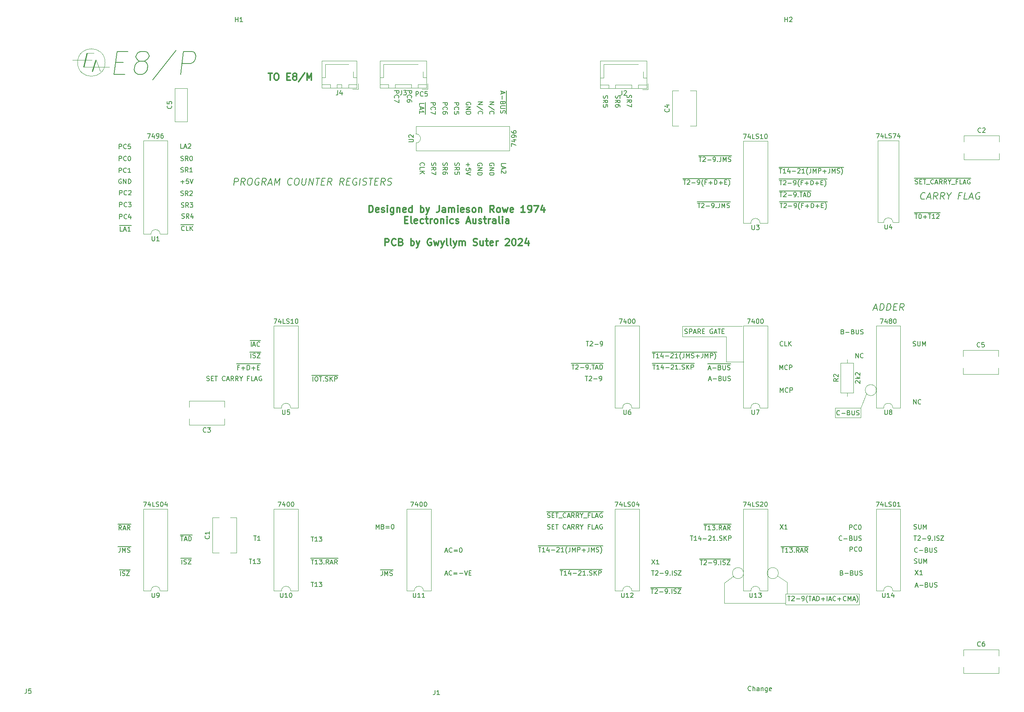
<source format=gbr>
%TF.GenerationSoftware,KiCad,Pcbnew,(6.0.4-0)*%
%TF.CreationDate,2024-04-06T09:11:41+11:00*%
%TF.ProjectId,PC and ADDER 74LS74 MOD,50432061-6e64-4204-9144-444552203734,rev?*%
%TF.SameCoordinates,Original*%
%TF.FileFunction,Legend,Top*%
%TF.FilePolarity,Positive*%
%FSLAX46Y46*%
G04 Gerber Fmt 4.6, Leading zero omitted, Abs format (unit mm)*
G04 Created by KiCad (PCBNEW (6.0.4-0)) date 2024-04-06 09:11:41*
%MOMM*%
%LPD*%
G01*
G04 APERTURE LIST*
%ADD10C,0.120000*%
%ADD11C,0.150000*%
%ADD12C,0.300000*%
%ADD13C,0.240000*%
G04 APERTURE END LIST*
D10*
X181900000Y-85200000D02*
X181900000Y-87500000D01*
X195208305Y-139200000D02*
G75*
G03*
X195208305Y-139200000I-1208305J0D01*
G01*
X202700000Y-139800000D02*
X204700000Y-141200000D01*
X181900000Y-87500000D02*
X191400000Y-87500000D01*
X202816553Y-139200000D02*
G75*
G03*
X202816553Y-139200000I-1216553J0D01*
G01*
X220500000Y-143700000D02*
X204400000Y-143700000D01*
X215200000Y-105200000D02*
X220800000Y-105200000D01*
X204400000Y-146100000D02*
X220500000Y-146100000D01*
X191400000Y-93000000D02*
X195200000Y-93000000D01*
X181900000Y-85200000D02*
X194900000Y-85200000D01*
X220500000Y-146100000D02*
X220500000Y-143700000D01*
X224204159Y-99200000D02*
G75*
G03*
X224204159Y-99200000I-1204159J0D01*
G01*
X204400000Y-143700000D02*
X204400000Y-146100000D01*
X220800000Y-105200000D02*
X220800000Y-103100000D01*
X191000000Y-141400000D02*
X193000000Y-139800000D01*
X204400000Y-145800000D02*
X191000000Y-145800000D01*
X191400000Y-87500000D02*
X191400000Y-93000000D01*
X220800000Y-103100000D02*
X215200000Y-103100000D01*
X215200000Y-103100000D02*
X215200000Y-105200000D01*
X204700000Y-141200000D02*
X204700000Y-143700000D01*
X191000000Y-145800000D02*
X191000000Y-141400000D01*
X222100000Y-99900000D02*
X220800000Y-103100000D01*
D11*
X135600000Y-36838095D02*
X135647619Y-36742857D01*
X135647619Y-36600000D01*
X135600000Y-36457142D01*
X135504761Y-36361904D01*
X135409523Y-36314285D01*
X135219047Y-36266666D01*
X135076190Y-36266666D01*
X134885714Y-36314285D01*
X134790476Y-36361904D01*
X134695238Y-36457142D01*
X134647619Y-36600000D01*
X134647619Y-36695238D01*
X134695238Y-36838095D01*
X134742857Y-36885714D01*
X135076190Y-36885714D01*
X135076190Y-36695238D01*
X134647619Y-37314285D02*
X135647619Y-37314285D01*
X134647619Y-37885714D01*
X135647619Y-37885714D01*
X134647619Y-38361904D02*
X135647619Y-38361904D01*
X135647619Y-38600000D01*
X135600000Y-38742857D01*
X135504761Y-38838095D01*
X135409523Y-38885714D01*
X135219047Y-38933333D01*
X135076190Y-38933333D01*
X134885714Y-38885714D01*
X134790476Y-38838095D01*
X134695238Y-38742857D01*
X134647619Y-38600000D01*
X134647619Y-38361904D01*
X132195238Y-49538095D02*
X132147619Y-49680952D01*
X132147619Y-49919047D01*
X132195238Y-50014285D01*
X132242857Y-50061904D01*
X132338095Y-50109523D01*
X132433333Y-50109523D01*
X132528571Y-50061904D01*
X132576190Y-50014285D01*
X132623809Y-49919047D01*
X132671428Y-49728571D01*
X132719047Y-49633333D01*
X132766666Y-49585714D01*
X132861904Y-49538095D01*
X132957142Y-49538095D01*
X133052380Y-49585714D01*
X133100000Y-49633333D01*
X133147619Y-49728571D01*
X133147619Y-49966666D01*
X133100000Y-50109523D01*
X132147619Y-51109523D02*
X132623809Y-50776190D01*
X132147619Y-50538095D02*
X133147619Y-50538095D01*
X133147619Y-50919047D01*
X133100000Y-51014285D01*
X133052380Y-51061904D01*
X132957142Y-51109523D01*
X132814285Y-51109523D01*
X132719047Y-51061904D01*
X132671428Y-51014285D01*
X132623809Y-50919047D01*
X132623809Y-50538095D01*
X133147619Y-52014285D02*
X133147619Y-51538095D01*
X132671428Y-51490476D01*
X132719047Y-51538095D01*
X132766666Y-51633333D01*
X132766666Y-51871428D01*
X132719047Y-51966666D01*
X132671428Y-52014285D01*
X132576190Y-52061904D01*
X132338095Y-52061904D01*
X132242857Y-52014285D01*
X132195238Y-51966666D01*
X132147619Y-51871428D01*
X132147619Y-51633333D01*
X132195238Y-51538095D01*
X132242857Y-51490476D01*
X185080952Y-58070000D02*
X185842857Y-58070000D01*
X185176190Y-58352380D02*
X185747619Y-58352380D01*
X185461904Y-59352380D02*
X185461904Y-58352380D01*
X185842857Y-58070000D02*
X186795238Y-58070000D01*
X186033333Y-58447619D02*
X186080952Y-58400000D01*
X186176190Y-58352380D01*
X186414285Y-58352380D01*
X186509523Y-58400000D01*
X186557142Y-58447619D01*
X186604761Y-58542857D01*
X186604761Y-58638095D01*
X186557142Y-58780952D01*
X185985714Y-59352380D01*
X186604761Y-59352380D01*
X186795238Y-58070000D02*
X188033333Y-58070000D01*
X187033333Y-58971428D02*
X187795238Y-58971428D01*
X188033333Y-58070000D02*
X188985714Y-58070000D01*
X188319047Y-59352380D02*
X188509523Y-59352380D01*
X188604761Y-59304761D01*
X188652380Y-59257142D01*
X188747619Y-59114285D01*
X188795238Y-58923809D01*
X188795238Y-58542857D01*
X188747619Y-58447619D01*
X188700000Y-58400000D01*
X188604761Y-58352380D01*
X188414285Y-58352380D01*
X188319047Y-58400000D01*
X188271428Y-58447619D01*
X188223809Y-58542857D01*
X188223809Y-58780952D01*
X188271428Y-58876190D01*
X188319047Y-58923809D01*
X188414285Y-58971428D01*
X188604761Y-58971428D01*
X188700000Y-58923809D01*
X188747619Y-58876190D01*
X188795238Y-58780952D01*
X188985714Y-58070000D02*
X189461904Y-58070000D01*
X189223809Y-59257142D02*
X189271428Y-59304761D01*
X189223809Y-59352380D01*
X189176190Y-59304761D01*
X189223809Y-59257142D01*
X189223809Y-59352380D01*
X189461904Y-58070000D02*
X190223809Y-58070000D01*
X189985714Y-58352380D02*
X189985714Y-59066666D01*
X189938095Y-59209523D01*
X189842857Y-59304761D01*
X189700000Y-59352380D01*
X189604761Y-59352380D01*
X190223809Y-58070000D02*
X191366666Y-58070000D01*
X190461904Y-59352380D02*
X190461904Y-58352380D01*
X190795238Y-59066666D01*
X191128571Y-58352380D01*
X191128571Y-59352380D01*
X191366666Y-58070000D02*
X192319047Y-58070000D01*
X191557142Y-59304761D02*
X191700000Y-59352380D01*
X191938095Y-59352380D01*
X192033333Y-59304761D01*
X192080952Y-59257142D01*
X192128571Y-59161904D01*
X192128571Y-59066666D01*
X192080952Y-58971428D01*
X192033333Y-58923809D01*
X191938095Y-58876190D01*
X191747619Y-58828571D01*
X191652380Y-58780952D01*
X191604761Y-58733333D01*
X191557142Y-58638095D01*
X191557142Y-58542857D01*
X191604761Y-58447619D01*
X191652380Y-58400000D01*
X191747619Y-58352380D01*
X191985714Y-58352380D01*
X192128571Y-58400000D01*
X100761904Y-131252380D02*
X101333333Y-131252380D01*
X101047619Y-132252380D02*
X101047619Y-131252380D01*
X102190476Y-132252380D02*
X101619047Y-132252380D01*
X101904761Y-132252380D02*
X101904761Y-131252380D01*
X101809523Y-131395238D01*
X101714285Y-131490476D01*
X101619047Y-131538095D01*
X102523809Y-131252380D02*
X103142857Y-131252380D01*
X102809523Y-131633333D01*
X102952380Y-131633333D01*
X103047619Y-131680952D01*
X103095238Y-131728571D01*
X103142857Y-131823809D01*
X103142857Y-132061904D01*
X103095238Y-132157142D01*
X103047619Y-132204761D01*
X102952380Y-132252380D01*
X102666666Y-132252380D01*
X102571428Y-132204761D01*
X102523809Y-132157142D01*
X114971428Y-129552380D02*
X114971428Y-128552380D01*
X115304761Y-129266666D01*
X115638095Y-128552380D01*
X115638095Y-129552380D01*
X116447619Y-129028571D02*
X116590476Y-129076190D01*
X116638095Y-129123809D01*
X116685714Y-129219047D01*
X116685714Y-129361904D01*
X116638095Y-129457142D01*
X116590476Y-129504761D01*
X116495238Y-129552380D01*
X116114285Y-129552380D01*
X116114285Y-128552380D01*
X116447619Y-128552380D01*
X116542857Y-128600000D01*
X116590476Y-128647619D01*
X116638095Y-128742857D01*
X116638095Y-128838095D01*
X116590476Y-128933333D01*
X116542857Y-128980952D01*
X116447619Y-129028571D01*
X116114285Y-129028571D01*
X117114285Y-129028571D02*
X117876190Y-129028571D01*
X117876190Y-129314285D02*
X117114285Y-129314285D01*
X118542857Y-128552380D02*
X118638095Y-128552380D01*
X118733333Y-128600000D01*
X118780952Y-128647619D01*
X118828571Y-128742857D01*
X118876190Y-128933333D01*
X118876190Y-129171428D01*
X118828571Y-129361904D01*
X118780952Y-129457142D01*
X118733333Y-129504761D01*
X118638095Y-129552380D01*
X118542857Y-129552380D01*
X118447619Y-129504761D01*
X118400000Y-129457142D01*
X118352380Y-129361904D01*
X118304761Y-129171428D01*
X118304761Y-128933333D01*
X118352380Y-128742857D01*
X118400000Y-128647619D01*
X118447619Y-128600000D01*
X118542857Y-128552380D01*
X72438095Y-59204761D02*
X72580952Y-59252380D01*
X72819047Y-59252380D01*
X72914285Y-59204761D01*
X72961904Y-59157142D01*
X73009523Y-59061904D01*
X73009523Y-58966666D01*
X72961904Y-58871428D01*
X72914285Y-58823809D01*
X72819047Y-58776190D01*
X72628571Y-58728571D01*
X72533333Y-58680952D01*
X72485714Y-58633333D01*
X72438095Y-58538095D01*
X72438095Y-58442857D01*
X72485714Y-58347619D01*
X72533333Y-58300000D01*
X72628571Y-58252380D01*
X72866666Y-58252380D01*
X73009523Y-58300000D01*
X74009523Y-59252380D02*
X73676190Y-58776190D01*
X73438095Y-59252380D02*
X73438095Y-58252380D01*
X73819047Y-58252380D01*
X73914285Y-58300000D01*
X73961904Y-58347619D01*
X74009523Y-58442857D01*
X74009523Y-58585714D01*
X73961904Y-58680952D01*
X73914285Y-58728571D01*
X73819047Y-58776190D01*
X73438095Y-58776190D01*
X74342857Y-58252380D02*
X74961904Y-58252380D01*
X74628571Y-58633333D01*
X74771428Y-58633333D01*
X74866666Y-58680952D01*
X74914285Y-58728571D01*
X74961904Y-58823809D01*
X74961904Y-59061904D01*
X74914285Y-59157142D01*
X74866666Y-59204761D01*
X74771428Y-59252380D01*
X74485714Y-59252380D01*
X74390476Y-59204761D01*
X74342857Y-59157142D01*
X72538095Y-61604761D02*
X72680952Y-61652380D01*
X72919047Y-61652380D01*
X73014285Y-61604761D01*
X73061904Y-61557142D01*
X73109523Y-61461904D01*
X73109523Y-61366666D01*
X73061904Y-61271428D01*
X73014285Y-61223809D01*
X72919047Y-61176190D01*
X72728571Y-61128571D01*
X72633333Y-61080952D01*
X72585714Y-61033333D01*
X72538095Y-60938095D01*
X72538095Y-60842857D01*
X72585714Y-60747619D01*
X72633333Y-60700000D01*
X72728571Y-60652380D01*
X72966666Y-60652380D01*
X73109523Y-60700000D01*
X74109523Y-61652380D02*
X73776190Y-61176190D01*
X73538095Y-61652380D02*
X73538095Y-60652380D01*
X73919047Y-60652380D01*
X74014285Y-60700000D01*
X74061904Y-60747619D01*
X74109523Y-60842857D01*
X74109523Y-60985714D01*
X74061904Y-61080952D01*
X74014285Y-61128571D01*
X73919047Y-61176190D01*
X73538095Y-61176190D01*
X74966666Y-60985714D02*
X74966666Y-61652380D01*
X74728571Y-60604761D02*
X74490476Y-61319047D01*
X75109523Y-61319047D01*
X58861904Y-51652380D02*
X58861904Y-50652380D01*
X59242857Y-50652380D01*
X59338095Y-50700000D01*
X59385714Y-50747619D01*
X59433333Y-50842857D01*
X59433333Y-50985714D01*
X59385714Y-51080952D01*
X59338095Y-51128571D01*
X59242857Y-51176190D01*
X58861904Y-51176190D01*
X60433333Y-51557142D02*
X60385714Y-51604761D01*
X60242857Y-51652380D01*
X60147619Y-51652380D01*
X60004761Y-51604761D01*
X59909523Y-51509523D01*
X59861904Y-51414285D01*
X59814285Y-51223809D01*
X59814285Y-51080952D01*
X59861904Y-50890476D01*
X59909523Y-50795238D01*
X60004761Y-50700000D01*
X60147619Y-50652380D01*
X60242857Y-50652380D01*
X60385714Y-50700000D01*
X60433333Y-50747619D01*
X61385714Y-51652380D02*
X60814285Y-51652380D01*
X61100000Y-51652380D02*
X61100000Y-50652380D01*
X61004761Y-50795238D01*
X60909523Y-50890476D01*
X60814285Y-50938095D01*
X72338095Y-49004761D02*
X72480952Y-49052380D01*
X72719047Y-49052380D01*
X72814285Y-49004761D01*
X72861904Y-48957142D01*
X72909523Y-48861904D01*
X72909523Y-48766666D01*
X72861904Y-48671428D01*
X72814285Y-48623809D01*
X72719047Y-48576190D01*
X72528571Y-48528571D01*
X72433333Y-48480952D01*
X72385714Y-48433333D01*
X72338095Y-48338095D01*
X72338095Y-48242857D01*
X72385714Y-48147619D01*
X72433333Y-48100000D01*
X72528571Y-48052380D01*
X72766666Y-48052380D01*
X72909523Y-48100000D01*
X73909523Y-49052380D02*
X73576190Y-48576190D01*
X73338095Y-49052380D02*
X73338095Y-48052380D01*
X73719047Y-48052380D01*
X73814285Y-48100000D01*
X73861904Y-48147619D01*
X73909523Y-48242857D01*
X73909523Y-48385714D01*
X73861904Y-48480952D01*
X73814285Y-48528571D01*
X73719047Y-48576190D01*
X73338095Y-48576190D01*
X74528571Y-48052380D02*
X74623809Y-48052380D01*
X74719047Y-48100000D01*
X74766666Y-48147619D01*
X74814285Y-48242857D01*
X74861904Y-48433333D01*
X74861904Y-48671428D01*
X74814285Y-48861904D01*
X74766666Y-48957142D01*
X74719047Y-49004761D01*
X74623809Y-49052380D01*
X74528571Y-49052380D01*
X74433333Y-49004761D01*
X74385714Y-48957142D01*
X74338095Y-48861904D01*
X74290476Y-48671428D01*
X74290476Y-48433333D01*
X74338095Y-48242857D01*
X74385714Y-48147619D01*
X74433333Y-48100000D01*
X74528571Y-48052380D01*
X216652380Y-139128571D02*
X216795238Y-139176190D01*
X216842857Y-139223809D01*
X216890476Y-139319047D01*
X216890476Y-139461904D01*
X216842857Y-139557142D01*
X216795238Y-139604761D01*
X216700000Y-139652380D01*
X216319047Y-139652380D01*
X216319047Y-138652380D01*
X216652380Y-138652380D01*
X216747619Y-138700000D01*
X216795238Y-138747619D01*
X216842857Y-138842857D01*
X216842857Y-138938095D01*
X216795238Y-139033333D01*
X216747619Y-139080952D01*
X216652380Y-139128571D01*
X216319047Y-139128571D01*
X217319047Y-139271428D02*
X218080952Y-139271428D01*
X218890476Y-139128571D02*
X219033333Y-139176190D01*
X219080952Y-139223809D01*
X219128571Y-139319047D01*
X219128571Y-139461904D01*
X219080952Y-139557142D01*
X219033333Y-139604761D01*
X218938095Y-139652380D01*
X218557142Y-139652380D01*
X218557142Y-138652380D01*
X218890476Y-138652380D01*
X218985714Y-138700000D01*
X219033333Y-138747619D01*
X219080952Y-138842857D01*
X219080952Y-138938095D01*
X219033333Y-139033333D01*
X218985714Y-139080952D01*
X218890476Y-139128571D01*
X218557142Y-139128571D01*
X219557142Y-138652380D02*
X219557142Y-139461904D01*
X219604761Y-139557142D01*
X219652380Y-139604761D01*
X219747619Y-139652380D01*
X219938095Y-139652380D01*
X220033333Y-139604761D01*
X220080952Y-139557142D01*
X220128571Y-139461904D01*
X220128571Y-138652380D01*
X220557142Y-139604761D02*
X220700000Y-139652380D01*
X220938095Y-139652380D01*
X221033333Y-139604761D01*
X221080952Y-139557142D01*
X221128571Y-139461904D01*
X221128571Y-139366666D01*
X221080952Y-139271428D01*
X221033333Y-139223809D01*
X220938095Y-139176190D01*
X220747619Y-139128571D01*
X220652380Y-139080952D01*
X220604761Y-139033333D01*
X220557142Y-138938095D01*
X220557142Y-138842857D01*
X220604761Y-138747619D01*
X220652380Y-138700000D01*
X220747619Y-138652380D01*
X220985714Y-138652380D01*
X221128571Y-138700000D01*
X58961904Y-61752380D02*
X58961904Y-60752380D01*
X59342857Y-60752380D01*
X59438095Y-60800000D01*
X59485714Y-60847619D01*
X59533333Y-60942857D01*
X59533333Y-61085714D01*
X59485714Y-61180952D01*
X59438095Y-61228571D01*
X59342857Y-61276190D01*
X58961904Y-61276190D01*
X60533333Y-61657142D02*
X60485714Y-61704761D01*
X60342857Y-61752380D01*
X60247619Y-61752380D01*
X60104761Y-61704761D01*
X60009523Y-61609523D01*
X59961904Y-61514285D01*
X59914285Y-61323809D01*
X59914285Y-61180952D01*
X59961904Y-60990476D01*
X60009523Y-60895238D01*
X60104761Y-60800000D01*
X60247619Y-60752380D01*
X60342857Y-60752380D01*
X60485714Y-60800000D01*
X60533333Y-60847619D01*
X61390476Y-61085714D02*
X61390476Y-61752380D01*
X61152380Y-60704761D02*
X60914285Y-61419047D01*
X61533333Y-61419047D01*
X232219047Y-89504761D02*
X232361904Y-89552380D01*
X232600000Y-89552380D01*
X232695238Y-89504761D01*
X232742857Y-89457142D01*
X232790476Y-89361904D01*
X232790476Y-89266666D01*
X232742857Y-89171428D01*
X232695238Y-89123809D01*
X232600000Y-89076190D01*
X232409523Y-89028571D01*
X232314285Y-88980952D01*
X232266666Y-88933333D01*
X232219047Y-88838095D01*
X232219047Y-88742857D01*
X232266666Y-88647619D01*
X232314285Y-88600000D01*
X232409523Y-88552380D01*
X232647619Y-88552380D01*
X232790476Y-88600000D01*
X233219047Y-88552380D02*
X233219047Y-89361904D01*
X233266666Y-89457142D01*
X233314285Y-89504761D01*
X233409523Y-89552380D01*
X233600000Y-89552380D01*
X233695238Y-89504761D01*
X233742857Y-89457142D01*
X233790476Y-89361904D01*
X233790476Y-88552380D01*
X234266666Y-89552380D02*
X234266666Y-88552380D01*
X234600000Y-89266666D01*
X234933333Y-88552380D01*
X234933333Y-89552380D01*
X139747619Y-36190476D02*
X140747619Y-36190476D01*
X139747619Y-36761904D01*
X140747619Y-36761904D01*
X140795238Y-37952380D02*
X139509523Y-37095238D01*
X139842857Y-38857142D02*
X139795238Y-38809523D01*
X139747619Y-38666666D01*
X139747619Y-38571428D01*
X139795238Y-38428571D01*
X139890476Y-38333333D01*
X139985714Y-38285714D01*
X140176190Y-38238095D01*
X140319047Y-38238095D01*
X140509523Y-38285714D01*
X140604761Y-38333333D01*
X140700000Y-38428571D01*
X140747619Y-38571428D01*
X140747619Y-38666666D01*
X140700000Y-38809523D01*
X140652380Y-38857142D01*
X137247619Y-36190476D02*
X138247619Y-36190476D01*
X137247619Y-36761904D01*
X138247619Y-36761904D01*
X138295238Y-37952380D02*
X137009523Y-37095238D01*
X137342857Y-38857142D02*
X137295238Y-38809523D01*
X137247619Y-38666666D01*
X137247619Y-38571428D01*
X137295238Y-38428571D01*
X137390476Y-38333333D01*
X137485714Y-38285714D01*
X137676190Y-38238095D01*
X137819047Y-38238095D01*
X138009523Y-38285714D01*
X138104761Y-38333333D01*
X138200000Y-38428571D01*
X138247619Y-38571428D01*
X138247619Y-38666666D01*
X138200000Y-38809523D01*
X138152380Y-38857142D01*
X219714285Y-92152380D02*
X219714285Y-91152380D01*
X220285714Y-92152380D01*
X220285714Y-91152380D01*
X221333333Y-92057142D02*
X221285714Y-92104761D01*
X221142857Y-92152380D01*
X221047619Y-92152380D01*
X220904761Y-92104761D01*
X220809523Y-92009523D01*
X220761904Y-91914285D01*
X220714285Y-91723809D01*
X220714285Y-91580952D01*
X220761904Y-91390476D01*
X220809523Y-91295238D01*
X220904761Y-91200000D01*
X221047619Y-91152380D01*
X221142857Y-91152380D01*
X221285714Y-91200000D01*
X221333333Y-91247619D01*
X142347619Y-50104761D02*
X142347619Y-49628571D01*
X143347619Y-49628571D01*
X142633333Y-50390476D02*
X142633333Y-50866666D01*
X142347619Y-50295238D02*
X143347619Y-50628571D01*
X142347619Y-50961904D01*
X143252380Y-51247619D02*
X143300000Y-51295238D01*
X143347619Y-51390476D01*
X143347619Y-51628571D01*
X143300000Y-51723809D01*
X143252380Y-51771428D01*
X143157142Y-51819047D01*
X143061904Y-51819047D01*
X142919047Y-51771428D01*
X142347619Y-51200000D01*
X142347619Y-51819047D01*
X203211666Y-99680380D02*
X203211666Y-98680380D01*
X203545000Y-99394666D01*
X203878333Y-98680380D01*
X203878333Y-99680380D01*
X204925952Y-99585142D02*
X204878333Y-99632761D01*
X204735476Y-99680380D01*
X204640238Y-99680380D01*
X204497380Y-99632761D01*
X204402142Y-99537523D01*
X204354523Y-99442285D01*
X204306904Y-99251809D01*
X204306904Y-99108952D01*
X204354523Y-98918476D01*
X204402142Y-98823238D01*
X204497380Y-98728000D01*
X204640238Y-98680380D01*
X204735476Y-98680380D01*
X204878333Y-98728000D01*
X204925952Y-98775619D01*
X205354523Y-99680380D02*
X205354523Y-98680380D01*
X205735476Y-98680380D01*
X205830714Y-98728000D01*
X205878333Y-98775619D01*
X205925952Y-98870857D01*
X205925952Y-99013714D01*
X205878333Y-99108952D01*
X205830714Y-99156571D01*
X205735476Y-99204190D01*
X205354523Y-99204190D01*
X87261904Y-136152380D02*
X87833333Y-136152380D01*
X87547619Y-137152380D02*
X87547619Y-136152380D01*
X88690476Y-137152380D02*
X88119047Y-137152380D01*
X88404761Y-137152380D02*
X88404761Y-136152380D01*
X88309523Y-136295238D01*
X88214285Y-136390476D01*
X88119047Y-136438095D01*
X89023809Y-136152380D02*
X89642857Y-136152380D01*
X89309523Y-136533333D01*
X89452380Y-136533333D01*
X89547619Y-136580952D01*
X89595238Y-136628571D01*
X89642857Y-136723809D01*
X89642857Y-136961904D01*
X89595238Y-137057142D01*
X89547619Y-137104761D01*
X89452380Y-137152380D01*
X89166666Y-137152380D01*
X89071428Y-137104761D01*
X89023809Y-137057142D01*
X58082589Y-27542857D02*
X59749255Y-27542857D01*
X60136160Y-30161904D02*
X57755208Y-30161904D01*
X58380208Y-25161904D01*
X60761160Y-25161904D01*
X63350446Y-27304761D02*
X62904017Y-27066666D01*
X62695684Y-26828571D01*
X62517113Y-26352380D01*
X62546875Y-26114285D01*
X62844494Y-25638095D01*
X63112351Y-25400000D01*
X63618303Y-25161904D01*
X64570684Y-25161904D01*
X65017113Y-25400000D01*
X65225446Y-25638095D01*
X65404017Y-26114285D01*
X65374255Y-26352380D01*
X65076636Y-26828571D01*
X64808779Y-27066666D01*
X64302827Y-27304761D01*
X63350446Y-27304761D01*
X62844494Y-27542857D01*
X62576636Y-27780952D01*
X62279017Y-28257142D01*
X62159970Y-29209523D01*
X62338541Y-29685714D01*
X62546875Y-29923809D01*
X62993303Y-30161904D01*
X63945684Y-30161904D01*
X64451636Y-29923809D01*
X64719494Y-29685714D01*
X65017113Y-29209523D01*
X65136160Y-28257142D01*
X64957589Y-27780952D01*
X64749255Y-27542857D01*
X64302827Y-27304761D01*
X71267113Y-24923809D02*
X66177827Y-31352380D01*
X72279017Y-30161904D02*
X72904017Y-25161904D01*
X74808779Y-25161904D01*
X75255208Y-25400000D01*
X75463541Y-25638095D01*
X75642113Y-26114285D01*
X75552827Y-26828571D01*
X75255208Y-27304761D01*
X74987351Y-27542857D01*
X74481398Y-27780952D01*
X72576636Y-27780952D01*
X216690476Y-131957142D02*
X216642857Y-132004761D01*
X216500000Y-132052380D01*
X216404761Y-132052380D01*
X216261904Y-132004761D01*
X216166666Y-131909523D01*
X216119047Y-131814285D01*
X216071428Y-131623809D01*
X216071428Y-131480952D01*
X216119047Y-131290476D01*
X216166666Y-131195238D01*
X216261904Y-131100000D01*
X216404761Y-131052380D01*
X216500000Y-131052380D01*
X216642857Y-131100000D01*
X216690476Y-131147619D01*
X217119047Y-131671428D02*
X217880952Y-131671428D01*
X218690476Y-131528571D02*
X218833333Y-131576190D01*
X218880952Y-131623809D01*
X218928571Y-131719047D01*
X218928571Y-131861904D01*
X218880952Y-131957142D01*
X218833333Y-132004761D01*
X218738095Y-132052380D01*
X218357142Y-132052380D01*
X218357142Y-131052380D01*
X218690476Y-131052380D01*
X218785714Y-131100000D01*
X218833333Y-131147619D01*
X218880952Y-131242857D01*
X218880952Y-131338095D01*
X218833333Y-131433333D01*
X218785714Y-131480952D01*
X218690476Y-131528571D01*
X218357142Y-131528571D01*
X219357142Y-131052380D02*
X219357142Y-131861904D01*
X219404761Y-131957142D01*
X219452380Y-132004761D01*
X219547619Y-132052380D01*
X219738095Y-132052380D01*
X219833333Y-132004761D01*
X219880952Y-131957142D01*
X219928571Y-131861904D01*
X219928571Y-131052380D01*
X220357142Y-132004761D02*
X220500000Y-132052380D01*
X220738095Y-132052380D01*
X220833333Y-132004761D01*
X220880952Y-131957142D01*
X220928571Y-131861904D01*
X220928571Y-131766666D01*
X220880952Y-131671428D01*
X220833333Y-131623809D01*
X220738095Y-131576190D01*
X220547619Y-131528571D01*
X220452380Y-131480952D01*
X220404761Y-131433333D01*
X220357142Y-131338095D01*
X220357142Y-131242857D01*
X220404761Y-131147619D01*
X220452380Y-131100000D01*
X220547619Y-131052380D01*
X220785714Y-131052380D01*
X220928571Y-131100000D01*
X169795238Y-34738095D02*
X169747619Y-34880952D01*
X169747619Y-35119047D01*
X169795238Y-35214285D01*
X169842857Y-35261904D01*
X169938095Y-35309523D01*
X170033333Y-35309523D01*
X170128571Y-35261904D01*
X170176190Y-35214285D01*
X170223809Y-35119047D01*
X170271428Y-34928571D01*
X170319047Y-34833333D01*
X170366666Y-34785714D01*
X170461904Y-34738095D01*
X170557142Y-34738095D01*
X170652380Y-34785714D01*
X170700000Y-34833333D01*
X170747619Y-34928571D01*
X170747619Y-35166666D01*
X170700000Y-35309523D01*
X169747619Y-36309523D02*
X170223809Y-35976190D01*
X169747619Y-35738095D02*
X170747619Y-35738095D01*
X170747619Y-36119047D01*
X170700000Y-36214285D01*
X170652380Y-36261904D01*
X170557142Y-36309523D01*
X170414285Y-36309523D01*
X170319047Y-36261904D01*
X170271428Y-36214285D01*
X170223809Y-36119047D01*
X170223809Y-35738095D01*
X170747619Y-36642857D02*
X170747619Y-37309523D01*
X169747619Y-36880952D01*
X115871428Y-138470000D02*
X116633333Y-138470000D01*
X116395238Y-138752380D02*
X116395238Y-139466666D01*
X116347619Y-139609523D01*
X116252380Y-139704761D01*
X116109523Y-139752380D01*
X116014285Y-139752380D01*
X116633333Y-138470000D02*
X117776190Y-138470000D01*
X116871428Y-139752380D02*
X116871428Y-138752380D01*
X117204761Y-139466666D01*
X117538095Y-138752380D01*
X117538095Y-139752380D01*
X117776190Y-138470000D02*
X118728571Y-138470000D01*
X117966666Y-139704761D02*
X118109523Y-139752380D01*
X118347619Y-139752380D01*
X118442857Y-139704761D01*
X118490476Y-139657142D01*
X118538095Y-139561904D01*
X118538095Y-139466666D01*
X118490476Y-139371428D01*
X118442857Y-139323809D01*
X118347619Y-139276190D01*
X118157142Y-139228571D01*
X118061904Y-139180952D01*
X118014285Y-139133333D01*
X117966666Y-139038095D01*
X117966666Y-138942857D01*
X118014285Y-138847619D01*
X118061904Y-138800000D01*
X118157142Y-138752380D01*
X118395238Y-138752380D01*
X118538095Y-138800000D01*
X132047619Y-36361904D02*
X133047619Y-36361904D01*
X133047619Y-36742857D01*
X133000000Y-36838095D01*
X132952380Y-36885714D01*
X132857142Y-36933333D01*
X132714285Y-36933333D01*
X132619047Y-36885714D01*
X132571428Y-36838095D01*
X132523809Y-36742857D01*
X132523809Y-36361904D01*
X132142857Y-37933333D02*
X132095238Y-37885714D01*
X132047619Y-37742857D01*
X132047619Y-37647619D01*
X132095238Y-37504761D01*
X132190476Y-37409523D01*
X132285714Y-37361904D01*
X132476190Y-37314285D01*
X132619047Y-37314285D01*
X132809523Y-37361904D01*
X132904761Y-37409523D01*
X133000000Y-37504761D01*
X133047619Y-37647619D01*
X133047619Y-37742857D01*
X133000000Y-37885714D01*
X132952380Y-37933333D01*
X133047619Y-38838095D02*
X133047619Y-38361904D01*
X132571428Y-38314285D01*
X132619047Y-38361904D01*
X132666666Y-38457142D01*
X132666666Y-38695238D01*
X132619047Y-38790476D01*
X132571428Y-38838095D01*
X132476190Y-38885714D01*
X132238095Y-38885714D01*
X132142857Y-38838095D01*
X132095238Y-38790476D01*
X132047619Y-38695238D01*
X132047619Y-38457142D01*
X132095238Y-38361904D01*
X132142857Y-38314285D01*
X203061904Y-58070000D02*
X203823809Y-58070000D01*
X203157142Y-58352380D02*
X203728571Y-58352380D01*
X203442857Y-59352380D02*
X203442857Y-58352380D01*
X203823809Y-58070000D02*
X204776190Y-58070000D01*
X204014285Y-58447619D02*
X204061904Y-58400000D01*
X204157142Y-58352380D01*
X204395238Y-58352380D01*
X204490476Y-58400000D01*
X204538095Y-58447619D01*
X204585714Y-58542857D01*
X204585714Y-58638095D01*
X204538095Y-58780952D01*
X203966666Y-59352380D01*
X204585714Y-59352380D01*
X204776190Y-58070000D02*
X206014285Y-58070000D01*
X205014285Y-58971428D02*
X205776190Y-58971428D01*
X206014285Y-58070000D02*
X206966666Y-58070000D01*
X206300000Y-59352380D02*
X206490476Y-59352380D01*
X206585714Y-59304761D01*
X206633333Y-59257142D01*
X206728571Y-59114285D01*
X206776190Y-58923809D01*
X206776190Y-58542857D01*
X206728571Y-58447619D01*
X206680952Y-58400000D01*
X206585714Y-58352380D01*
X206395238Y-58352380D01*
X206300000Y-58400000D01*
X206252380Y-58447619D01*
X206204761Y-58542857D01*
X206204761Y-58780952D01*
X206252380Y-58876190D01*
X206300000Y-58923809D01*
X206395238Y-58971428D01*
X206585714Y-58971428D01*
X206680952Y-58923809D01*
X206728571Y-58876190D01*
X206776190Y-58780952D01*
X206966666Y-58070000D02*
X207633333Y-58070000D01*
X207490476Y-59733333D02*
X207442857Y-59685714D01*
X207347619Y-59542857D01*
X207300000Y-59447619D01*
X207252380Y-59304761D01*
X207204761Y-59066666D01*
X207204761Y-58876190D01*
X207252380Y-58638095D01*
X207300000Y-58495238D01*
X207347619Y-58400000D01*
X207442857Y-58257142D01*
X207490476Y-58209523D01*
X207633333Y-58070000D02*
X208490476Y-58070000D01*
X208204761Y-58828571D02*
X207871428Y-58828571D01*
X207871428Y-59352380D02*
X207871428Y-58352380D01*
X208347619Y-58352380D01*
X208490476Y-58070000D02*
X209728571Y-58070000D01*
X208728571Y-58971428D02*
X209490476Y-58971428D01*
X209109523Y-59352380D02*
X209109523Y-58590476D01*
X209728571Y-58070000D02*
X210728571Y-58070000D01*
X209966666Y-59352380D02*
X209966666Y-58352380D01*
X210204761Y-58352380D01*
X210347619Y-58400000D01*
X210442857Y-58495238D01*
X210490476Y-58590476D01*
X210538095Y-58780952D01*
X210538095Y-58923809D01*
X210490476Y-59114285D01*
X210442857Y-59209523D01*
X210347619Y-59304761D01*
X210204761Y-59352380D01*
X209966666Y-59352380D01*
X210728571Y-58070000D02*
X211966666Y-58070000D01*
X210966666Y-58971428D02*
X211728571Y-58971428D01*
X211347619Y-59352380D02*
X211347619Y-58590476D01*
X211966666Y-58070000D02*
X212871428Y-58070000D01*
X212204761Y-58828571D02*
X212538095Y-58828571D01*
X212680952Y-59352380D02*
X212204761Y-59352380D01*
X212204761Y-58352380D01*
X212680952Y-58352380D01*
X212871428Y-58070000D02*
X213538095Y-58070000D01*
X213014285Y-59733333D02*
X213061904Y-59685714D01*
X213157142Y-59542857D01*
X213204761Y-59447619D01*
X213252380Y-59304761D01*
X213300000Y-59066666D01*
X213300000Y-58876190D01*
X213252380Y-58638095D01*
X213204761Y-58495238D01*
X213157142Y-58400000D01*
X213061904Y-58257142D01*
X213014285Y-58209523D01*
X232419047Y-129504761D02*
X232561904Y-129552380D01*
X232800000Y-129552380D01*
X232895238Y-129504761D01*
X232942857Y-129457142D01*
X232990476Y-129361904D01*
X232990476Y-129266666D01*
X232942857Y-129171428D01*
X232895238Y-129123809D01*
X232800000Y-129076190D01*
X232609523Y-129028571D01*
X232514285Y-128980952D01*
X232466666Y-128933333D01*
X232419047Y-128838095D01*
X232419047Y-128742857D01*
X232466666Y-128647619D01*
X232514285Y-128600000D01*
X232609523Y-128552380D01*
X232847619Y-128552380D01*
X232990476Y-128600000D01*
X233419047Y-128552380D02*
X233419047Y-129361904D01*
X233466666Y-129457142D01*
X233514285Y-129504761D01*
X233609523Y-129552380D01*
X233800000Y-129552380D01*
X233895238Y-129504761D01*
X233942857Y-129457142D01*
X233990476Y-129361904D01*
X233990476Y-128552380D01*
X234466666Y-129552380D02*
X234466666Y-128552380D01*
X234800000Y-129266666D01*
X235133333Y-128552380D01*
X235133333Y-129552380D01*
X130042857Y-139366666D02*
X130519047Y-139366666D01*
X129947619Y-139652380D02*
X130280952Y-138652380D01*
X130614285Y-139652380D01*
X131519047Y-139557142D02*
X131471428Y-139604761D01*
X131328571Y-139652380D01*
X131233333Y-139652380D01*
X131090476Y-139604761D01*
X130995238Y-139509523D01*
X130947619Y-139414285D01*
X130900000Y-139223809D01*
X130900000Y-139080952D01*
X130947619Y-138890476D01*
X130995238Y-138795238D01*
X131090476Y-138700000D01*
X131233333Y-138652380D01*
X131328571Y-138652380D01*
X131471428Y-138700000D01*
X131519047Y-138747619D01*
X131947619Y-139128571D02*
X132709523Y-139128571D01*
X132709523Y-139414285D02*
X131947619Y-139414285D01*
X133185714Y-139271428D02*
X133947619Y-139271428D01*
X134280952Y-138652380D02*
X134614285Y-139652380D01*
X134947619Y-138652380D01*
X135280952Y-139128571D02*
X135614285Y-139128571D01*
X135757142Y-139652380D02*
X135280952Y-139652380D01*
X135280952Y-138652380D01*
X135757142Y-138652380D01*
X58861904Y-46452380D02*
X58861904Y-45452380D01*
X59242857Y-45452380D01*
X59338095Y-45500000D01*
X59385714Y-45547619D01*
X59433333Y-45642857D01*
X59433333Y-45785714D01*
X59385714Y-45880952D01*
X59338095Y-45928571D01*
X59242857Y-45976190D01*
X58861904Y-45976190D01*
X60433333Y-46357142D02*
X60385714Y-46404761D01*
X60242857Y-46452380D01*
X60147619Y-46452380D01*
X60004761Y-46404761D01*
X59909523Y-46309523D01*
X59861904Y-46214285D01*
X59814285Y-46023809D01*
X59814285Y-45880952D01*
X59861904Y-45690476D01*
X59909523Y-45595238D01*
X60004761Y-45500000D01*
X60147619Y-45452380D01*
X60242857Y-45452380D01*
X60385714Y-45500000D01*
X60433333Y-45547619D01*
X61338095Y-45452380D02*
X60861904Y-45452380D01*
X60814285Y-45928571D01*
X60861904Y-45880952D01*
X60957142Y-45833333D01*
X61195238Y-45833333D01*
X61290476Y-45880952D01*
X61338095Y-45928571D01*
X61385714Y-46023809D01*
X61385714Y-46261904D01*
X61338095Y-46357142D01*
X61290476Y-46404761D01*
X61195238Y-46452380D01*
X60957142Y-46452380D01*
X60861904Y-46404761D01*
X60814285Y-46357142D01*
X121747619Y-33761904D02*
X122747619Y-33761904D01*
X122747619Y-34142857D01*
X122700000Y-34238095D01*
X122652380Y-34285714D01*
X122557142Y-34333333D01*
X122414285Y-34333333D01*
X122319047Y-34285714D01*
X122271428Y-34238095D01*
X122223809Y-34142857D01*
X122223809Y-33761904D01*
X121842857Y-35333333D02*
X121795238Y-35285714D01*
X121747619Y-35142857D01*
X121747619Y-35047619D01*
X121795238Y-34904761D01*
X121890476Y-34809523D01*
X121985714Y-34761904D01*
X122176190Y-34714285D01*
X122319047Y-34714285D01*
X122509523Y-34761904D01*
X122604761Y-34809523D01*
X122700000Y-34904761D01*
X122747619Y-35047619D01*
X122747619Y-35142857D01*
X122700000Y-35285714D01*
X122652380Y-35333333D01*
X122747619Y-36190476D02*
X122747619Y-36000000D01*
X122700000Y-35904761D01*
X122652380Y-35857142D01*
X122509523Y-35761904D01*
X122319047Y-35714285D01*
X121938095Y-35714285D01*
X121842857Y-35761904D01*
X121795238Y-35809523D01*
X121747619Y-35904761D01*
X121747619Y-36095238D01*
X121795238Y-36190476D01*
X121842857Y-36238095D01*
X121938095Y-36285714D01*
X122176190Y-36285714D01*
X122271428Y-36238095D01*
X122319047Y-36190476D01*
X122366666Y-36095238D01*
X122366666Y-35904761D01*
X122319047Y-35809523D01*
X122271428Y-35761904D01*
X122176190Y-35714285D01*
X175228571Y-90870000D02*
X175990476Y-90870000D01*
X175323809Y-91152380D02*
X175895238Y-91152380D01*
X175609523Y-92152380D02*
X175609523Y-91152380D01*
X175990476Y-90870000D02*
X176942857Y-90870000D01*
X176752380Y-92152380D02*
X176180952Y-92152380D01*
X176466666Y-92152380D02*
X176466666Y-91152380D01*
X176371428Y-91295238D01*
X176276190Y-91390476D01*
X176180952Y-91438095D01*
X176942857Y-90870000D02*
X177895238Y-90870000D01*
X177609523Y-91485714D02*
X177609523Y-92152380D01*
X177371428Y-91104761D02*
X177133333Y-91819047D01*
X177752380Y-91819047D01*
X177895238Y-90870000D02*
X179133333Y-90870000D01*
X178133333Y-91771428D02*
X178895238Y-91771428D01*
X179133333Y-90870000D02*
X180085714Y-90870000D01*
X179323809Y-91247619D02*
X179371428Y-91200000D01*
X179466666Y-91152380D01*
X179704761Y-91152380D01*
X179800000Y-91200000D01*
X179847619Y-91247619D01*
X179895238Y-91342857D01*
X179895238Y-91438095D01*
X179847619Y-91580952D01*
X179276190Y-92152380D01*
X179895238Y-92152380D01*
X180085714Y-90870000D02*
X181038095Y-90870000D01*
X180847619Y-92152380D02*
X180276190Y-92152380D01*
X180561904Y-92152380D02*
X180561904Y-91152380D01*
X180466666Y-91295238D01*
X180371428Y-91390476D01*
X180276190Y-91438095D01*
X181038095Y-90870000D02*
X181704761Y-90870000D01*
X181561904Y-92533333D02*
X181514285Y-92485714D01*
X181419047Y-92342857D01*
X181371428Y-92247619D01*
X181323809Y-92104761D01*
X181276190Y-91866666D01*
X181276190Y-91676190D01*
X181323809Y-91438095D01*
X181371428Y-91295238D01*
X181419047Y-91200000D01*
X181514285Y-91057142D01*
X181561904Y-91009523D01*
X181704761Y-90870000D02*
X182466666Y-90870000D01*
X182228571Y-91152380D02*
X182228571Y-91866666D01*
X182180952Y-92009523D01*
X182085714Y-92104761D01*
X181942857Y-92152380D01*
X181847619Y-92152380D01*
X182466666Y-90870000D02*
X183609523Y-90870000D01*
X182704761Y-92152380D02*
X182704761Y-91152380D01*
X183038095Y-91866666D01*
X183371428Y-91152380D01*
X183371428Y-92152380D01*
X183609523Y-90870000D02*
X184561904Y-90870000D01*
X183800000Y-92104761D02*
X183942857Y-92152380D01*
X184180952Y-92152380D01*
X184276190Y-92104761D01*
X184323809Y-92057142D01*
X184371428Y-91961904D01*
X184371428Y-91866666D01*
X184323809Y-91771428D01*
X184276190Y-91723809D01*
X184180952Y-91676190D01*
X183990476Y-91628571D01*
X183895238Y-91580952D01*
X183847619Y-91533333D01*
X183800000Y-91438095D01*
X183800000Y-91342857D01*
X183847619Y-91247619D01*
X183895238Y-91200000D01*
X183990476Y-91152380D01*
X184228571Y-91152380D01*
X184371428Y-91200000D01*
X184561904Y-90870000D02*
X185800000Y-90870000D01*
X184800000Y-91771428D02*
X185561904Y-91771428D01*
X185180952Y-92152380D02*
X185180952Y-91390476D01*
X185800000Y-90870000D02*
X186561904Y-90870000D01*
X186323809Y-91152380D02*
X186323809Y-91866666D01*
X186276190Y-92009523D01*
X186180952Y-92104761D01*
X186038095Y-92152380D01*
X185942857Y-92152380D01*
X186561904Y-90870000D02*
X187704761Y-90870000D01*
X186800000Y-92152380D02*
X186800000Y-91152380D01*
X187133333Y-91866666D01*
X187466666Y-91152380D01*
X187466666Y-92152380D01*
X187704761Y-90870000D02*
X188704761Y-90870000D01*
X187942857Y-92152380D02*
X187942857Y-91152380D01*
X188323809Y-91152380D01*
X188419047Y-91200000D01*
X188466666Y-91247619D01*
X188514285Y-91342857D01*
X188514285Y-91485714D01*
X188466666Y-91580952D01*
X188419047Y-91628571D01*
X188323809Y-91676190D01*
X187942857Y-91676190D01*
X188704761Y-90870000D02*
X189371428Y-90870000D01*
X188847619Y-92533333D02*
X188895238Y-92485714D01*
X188990476Y-92342857D01*
X189038095Y-92247619D01*
X189085714Y-92104761D01*
X189133333Y-91866666D01*
X189133333Y-91676190D01*
X189085714Y-91438095D01*
X189038095Y-91295238D01*
X188990476Y-91200000D01*
X188895238Y-91057142D01*
X188847619Y-91009523D01*
X87433333Y-88370000D02*
X87909523Y-88370000D01*
X87671428Y-89652380D02*
X87671428Y-88652380D01*
X87909523Y-88370000D02*
X88766666Y-88370000D01*
X88100000Y-89366666D02*
X88576190Y-89366666D01*
X88004761Y-89652380D02*
X88338095Y-88652380D01*
X88671428Y-89652380D01*
X88766666Y-88370000D02*
X89766666Y-88370000D01*
X89576190Y-89557142D02*
X89528571Y-89604761D01*
X89385714Y-89652380D01*
X89290476Y-89652380D01*
X89147619Y-89604761D01*
X89052380Y-89509523D01*
X89004761Y-89414285D01*
X88957142Y-89223809D01*
X88957142Y-89080952D01*
X89004761Y-88890476D01*
X89052380Y-88795238D01*
X89147619Y-88700000D01*
X89290476Y-88652380D01*
X89385714Y-88652380D01*
X89528571Y-88700000D01*
X89576190Y-88747619D01*
X232414285Y-131052380D02*
X232985714Y-131052380D01*
X232700000Y-132052380D02*
X232700000Y-131052380D01*
X233271428Y-131147619D02*
X233319047Y-131100000D01*
X233414285Y-131052380D01*
X233652380Y-131052380D01*
X233747619Y-131100000D01*
X233795238Y-131147619D01*
X233842857Y-131242857D01*
X233842857Y-131338095D01*
X233795238Y-131480952D01*
X233223809Y-132052380D01*
X233842857Y-132052380D01*
X234271428Y-131671428D02*
X235033333Y-131671428D01*
X235557142Y-132052380D02*
X235747619Y-132052380D01*
X235842857Y-132004761D01*
X235890476Y-131957142D01*
X235985714Y-131814285D01*
X236033333Y-131623809D01*
X236033333Y-131242857D01*
X235985714Y-131147619D01*
X235938095Y-131100000D01*
X235842857Y-131052380D01*
X235652380Y-131052380D01*
X235557142Y-131100000D01*
X235509523Y-131147619D01*
X235461904Y-131242857D01*
X235461904Y-131480952D01*
X235509523Y-131576190D01*
X235557142Y-131623809D01*
X235652380Y-131671428D01*
X235842857Y-131671428D01*
X235938095Y-131623809D01*
X235985714Y-131576190D01*
X236033333Y-131480952D01*
X236461904Y-131957142D02*
X236509523Y-132004761D01*
X236461904Y-132052380D01*
X236414285Y-132004761D01*
X236461904Y-131957142D01*
X236461904Y-132052380D01*
X236938095Y-132052380D02*
X236938095Y-131052380D01*
X237366666Y-132004761D02*
X237509523Y-132052380D01*
X237747619Y-132052380D01*
X237842857Y-132004761D01*
X237890476Y-131957142D01*
X237938095Y-131861904D01*
X237938095Y-131766666D01*
X237890476Y-131671428D01*
X237842857Y-131623809D01*
X237747619Y-131576190D01*
X237557142Y-131528571D01*
X237461904Y-131480952D01*
X237414285Y-131433333D01*
X237366666Y-131338095D01*
X237366666Y-131242857D01*
X237414285Y-131147619D01*
X237461904Y-131100000D01*
X237557142Y-131052380D01*
X237795238Y-131052380D01*
X237938095Y-131100000D01*
X238271428Y-131052380D02*
X238938095Y-131052380D01*
X238271428Y-132052380D01*
X238938095Y-132052380D01*
X123661904Y-34952380D02*
X123661904Y-33952380D01*
X124042857Y-33952380D01*
X124138095Y-34000000D01*
X124185714Y-34047619D01*
X124233333Y-34142857D01*
X124233333Y-34285714D01*
X124185714Y-34380952D01*
X124138095Y-34428571D01*
X124042857Y-34476190D01*
X123661904Y-34476190D01*
X125233333Y-34857142D02*
X125185714Y-34904761D01*
X125042857Y-34952380D01*
X124947619Y-34952380D01*
X124804761Y-34904761D01*
X124709523Y-34809523D01*
X124661904Y-34714285D01*
X124614285Y-34523809D01*
X124614285Y-34380952D01*
X124661904Y-34190476D01*
X124709523Y-34095238D01*
X124804761Y-34000000D01*
X124947619Y-33952380D01*
X125042857Y-33952380D01*
X125185714Y-34000000D01*
X125233333Y-34047619D01*
X126138095Y-33952380D02*
X125661904Y-33952380D01*
X125614285Y-34428571D01*
X125661904Y-34380952D01*
X125757142Y-34333333D01*
X125995238Y-34333333D01*
X126090476Y-34380952D01*
X126138095Y-34428571D01*
X126185714Y-34523809D01*
X126185714Y-34761904D01*
X126138095Y-34857142D01*
X126090476Y-34904761D01*
X125995238Y-34952380D01*
X125757142Y-34952380D01*
X125661904Y-34904761D01*
X125614285Y-34857142D01*
X216190476Y-104557142D02*
X216142857Y-104604761D01*
X216000000Y-104652380D01*
X215904761Y-104652380D01*
X215761904Y-104604761D01*
X215666666Y-104509523D01*
X215619047Y-104414285D01*
X215571428Y-104223809D01*
X215571428Y-104080952D01*
X215619047Y-103890476D01*
X215666666Y-103795238D01*
X215761904Y-103700000D01*
X215904761Y-103652380D01*
X216000000Y-103652380D01*
X216142857Y-103700000D01*
X216190476Y-103747619D01*
X216619047Y-104271428D02*
X217380952Y-104271428D01*
X218190476Y-104128571D02*
X218333333Y-104176190D01*
X218380952Y-104223809D01*
X218428571Y-104319047D01*
X218428571Y-104461904D01*
X218380952Y-104557142D01*
X218333333Y-104604761D01*
X218238095Y-104652380D01*
X217857142Y-104652380D01*
X217857142Y-103652380D01*
X218190476Y-103652380D01*
X218285714Y-103700000D01*
X218333333Y-103747619D01*
X218380952Y-103842857D01*
X218380952Y-103938095D01*
X218333333Y-104033333D01*
X218285714Y-104080952D01*
X218190476Y-104128571D01*
X217857142Y-104128571D01*
X218857142Y-103652380D02*
X218857142Y-104461904D01*
X218904761Y-104557142D01*
X218952380Y-104604761D01*
X219047619Y-104652380D01*
X219238095Y-104652380D01*
X219333333Y-104604761D01*
X219380952Y-104557142D01*
X219428571Y-104461904D01*
X219428571Y-103652380D01*
X219857142Y-104604761D02*
X220000000Y-104652380D01*
X220238095Y-104652380D01*
X220333333Y-104604761D01*
X220380952Y-104557142D01*
X220428571Y-104461904D01*
X220428571Y-104366666D01*
X220380952Y-104271428D01*
X220333333Y-104223809D01*
X220238095Y-104176190D01*
X220047619Y-104128571D01*
X219952380Y-104080952D01*
X219904761Y-104033333D01*
X219857142Y-103938095D01*
X219857142Y-103842857D01*
X219904761Y-103747619D01*
X219952380Y-103700000D01*
X220047619Y-103652380D01*
X220285714Y-103652380D01*
X220428571Y-103700000D01*
X84480952Y-93470000D02*
X85338095Y-93470000D01*
X85052380Y-94228571D02*
X84719047Y-94228571D01*
X84719047Y-94752380D02*
X84719047Y-93752380D01*
X85195238Y-93752380D01*
X85338095Y-93470000D02*
X86576190Y-93470000D01*
X85576190Y-94371428D02*
X86338095Y-94371428D01*
X85957142Y-94752380D02*
X85957142Y-93990476D01*
X86576190Y-93470000D02*
X87576190Y-93470000D01*
X86814285Y-94752380D02*
X86814285Y-93752380D01*
X87052380Y-93752380D01*
X87195238Y-93800000D01*
X87290476Y-93895238D01*
X87338095Y-93990476D01*
X87385714Y-94180952D01*
X87385714Y-94323809D01*
X87338095Y-94514285D01*
X87290476Y-94609523D01*
X87195238Y-94704761D01*
X87052380Y-94752380D01*
X86814285Y-94752380D01*
X87576190Y-93470000D02*
X88814285Y-93470000D01*
X87814285Y-94371428D02*
X88576190Y-94371428D01*
X88195238Y-94752380D02*
X88195238Y-93990476D01*
X88814285Y-93470000D02*
X89719047Y-93470000D01*
X89052380Y-94228571D02*
X89385714Y-94228571D01*
X89528571Y-94752380D02*
X89052380Y-94752380D01*
X89052380Y-93752380D01*
X89528571Y-93752380D01*
X185619047Y-136070000D02*
X186380952Y-136070000D01*
X185714285Y-136352380D02*
X186285714Y-136352380D01*
X186000000Y-137352380D02*
X186000000Y-136352380D01*
X186380952Y-136070000D02*
X187333333Y-136070000D01*
X186571428Y-136447619D02*
X186619047Y-136400000D01*
X186714285Y-136352380D01*
X186952380Y-136352380D01*
X187047619Y-136400000D01*
X187095238Y-136447619D01*
X187142857Y-136542857D01*
X187142857Y-136638095D01*
X187095238Y-136780952D01*
X186523809Y-137352380D01*
X187142857Y-137352380D01*
X187333333Y-136070000D02*
X188571428Y-136070000D01*
X187571428Y-136971428D02*
X188333333Y-136971428D01*
X188571428Y-136070000D02*
X189523809Y-136070000D01*
X188857142Y-137352380D02*
X189047619Y-137352380D01*
X189142857Y-137304761D01*
X189190476Y-137257142D01*
X189285714Y-137114285D01*
X189333333Y-136923809D01*
X189333333Y-136542857D01*
X189285714Y-136447619D01*
X189238095Y-136400000D01*
X189142857Y-136352380D01*
X188952380Y-136352380D01*
X188857142Y-136400000D01*
X188809523Y-136447619D01*
X188761904Y-136542857D01*
X188761904Y-136780952D01*
X188809523Y-136876190D01*
X188857142Y-136923809D01*
X188952380Y-136971428D01*
X189142857Y-136971428D01*
X189238095Y-136923809D01*
X189285714Y-136876190D01*
X189333333Y-136780952D01*
X189523809Y-136070000D02*
X190000000Y-136070000D01*
X189761904Y-137257142D02*
X189809523Y-137304761D01*
X189761904Y-137352380D01*
X189714285Y-137304761D01*
X189761904Y-137257142D01*
X189761904Y-137352380D01*
X190000000Y-136070000D02*
X190476190Y-136070000D01*
X190238095Y-137352380D02*
X190238095Y-136352380D01*
X190476190Y-136070000D02*
X191428571Y-136070000D01*
X190666666Y-137304761D02*
X190809523Y-137352380D01*
X191047619Y-137352380D01*
X191142857Y-137304761D01*
X191190476Y-137257142D01*
X191238095Y-137161904D01*
X191238095Y-137066666D01*
X191190476Y-136971428D01*
X191142857Y-136923809D01*
X191047619Y-136876190D01*
X190857142Y-136828571D01*
X190761904Y-136780952D01*
X190714285Y-136733333D01*
X190666666Y-136638095D01*
X190666666Y-136542857D01*
X190714285Y-136447619D01*
X190761904Y-136400000D01*
X190857142Y-136352380D01*
X191095238Y-136352380D01*
X191238095Y-136400000D01*
X191428571Y-136070000D02*
X192380952Y-136070000D01*
X191571428Y-136352380D02*
X192238095Y-136352380D01*
X191571428Y-137352380D01*
X192238095Y-137352380D01*
X232690476Y-138552380D02*
X233357142Y-139552380D01*
X233357142Y-138552380D02*
X232690476Y-139552380D01*
X234261904Y-139552380D02*
X233690476Y-139552380D01*
X233976190Y-139552380D02*
X233976190Y-138552380D01*
X233880952Y-138695238D01*
X233785714Y-138790476D01*
X233690476Y-138838095D01*
X59338095Y-53100000D02*
X59242857Y-53052380D01*
X59100000Y-53052380D01*
X58957142Y-53100000D01*
X58861904Y-53195238D01*
X58814285Y-53290476D01*
X58766666Y-53480952D01*
X58766666Y-53623809D01*
X58814285Y-53814285D01*
X58861904Y-53909523D01*
X58957142Y-54004761D01*
X59100000Y-54052380D01*
X59195238Y-54052380D01*
X59338095Y-54004761D01*
X59385714Y-53957142D01*
X59385714Y-53623809D01*
X59195238Y-53623809D01*
X59814285Y-54052380D02*
X59814285Y-53052380D01*
X60385714Y-54052380D01*
X60385714Y-53052380D01*
X60861904Y-54052380D02*
X60861904Y-53052380D01*
X61100000Y-53052380D01*
X61242857Y-53100000D01*
X61338095Y-53195238D01*
X61385714Y-53290476D01*
X61433333Y-53480952D01*
X61433333Y-53623809D01*
X61385714Y-53814285D01*
X61338095Y-53909523D01*
X61242857Y-54004761D01*
X61100000Y-54052380D01*
X60861904Y-54052380D01*
X140700000Y-50138095D02*
X140747619Y-50042857D01*
X140747619Y-49900000D01*
X140700000Y-49757142D01*
X140604761Y-49661904D01*
X140509523Y-49614285D01*
X140319047Y-49566666D01*
X140176190Y-49566666D01*
X139985714Y-49614285D01*
X139890476Y-49661904D01*
X139795238Y-49757142D01*
X139747619Y-49900000D01*
X139747619Y-49995238D01*
X139795238Y-50138095D01*
X139842857Y-50185714D01*
X140176190Y-50185714D01*
X140176190Y-49995238D01*
X139747619Y-50614285D02*
X140747619Y-50614285D01*
X139747619Y-51185714D01*
X140747619Y-51185714D01*
X139747619Y-51661904D02*
X140747619Y-51661904D01*
X140747619Y-51900000D01*
X140700000Y-52042857D01*
X140604761Y-52138095D01*
X140509523Y-52185714D01*
X140319047Y-52233333D01*
X140176190Y-52233333D01*
X139985714Y-52185714D01*
X139890476Y-52138095D01*
X139795238Y-52042857D01*
X139747619Y-51900000D01*
X139747619Y-51661904D01*
X72309523Y-135970000D02*
X72785714Y-135970000D01*
X72547619Y-137252380D02*
X72547619Y-136252380D01*
X72785714Y-135970000D02*
X73738095Y-135970000D01*
X72976190Y-137204761D02*
X73119047Y-137252380D01*
X73357142Y-137252380D01*
X73452380Y-137204761D01*
X73500000Y-137157142D01*
X73547619Y-137061904D01*
X73547619Y-136966666D01*
X73500000Y-136871428D01*
X73452380Y-136823809D01*
X73357142Y-136776190D01*
X73166666Y-136728571D01*
X73071428Y-136680952D01*
X73023809Y-136633333D01*
X72976190Y-136538095D01*
X72976190Y-136442857D01*
X73023809Y-136347619D01*
X73071428Y-136300000D01*
X73166666Y-136252380D01*
X73404761Y-136252380D01*
X73547619Y-136300000D01*
X73738095Y-135970000D02*
X74690476Y-135970000D01*
X73880952Y-136252380D02*
X74547619Y-136252380D01*
X73880952Y-137252380D01*
X74547619Y-137252380D01*
X72338095Y-51504761D02*
X72480952Y-51552380D01*
X72719047Y-51552380D01*
X72814285Y-51504761D01*
X72861904Y-51457142D01*
X72909523Y-51361904D01*
X72909523Y-51266666D01*
X72861904Y-51171428D01*
X72814285Y-51123809D01*
X72719047Y-51076190D01*
X72528571Y-51028571D01*
X72433333Y-50980952D01*
X72385714Y-50933333D01*
X72338095Y-50838095D01*
X72338095Y-50742857D01*
X72385714Y-50647619D01*
X72433333Y-50600000D01*
X72528571Y-50552380D01*
X72766666Y-50552380D01*
X72909523Y-50600000D01*
X73909523Y-51552380D02*
X73576190Y-51076190D01*
X73338095Y-51552380D02*
X73338095Y-50552380D01*
X73719047Y-50552380D01*
X73814285Y-50600000D01*
X73861904Y-50647619D01*
X73909523Y-50742857D01*
X73909523Y-50885714D01*
X73861904Y-50980952D01*
X73814285Y-51028571D01*
X73719047Y-51076190D01*
X73338095Y-51076190D01*
X74861904Y-51552380D02*
X74290476Y-51552380D01*
X74576190Y-51552380D02*
X74576190Y-50552380D01*
X74480952Y-50695238D01*
X74385714Y-50790476D01*
X74290476Y-50838095D01*
X232742857Y-141966666D02*
X233219047Y-141966666D01*
X232647619Y-142252380D02*
X232980952Y-141252380D01*
X233314285Y-142252380D01*
X233647619Y-141871428D02*
X234409523Y-141871428D01*
X235219047Y-141728571D02*
X235361904Y-141776190D01*
X235409523Y-141823809D01*
X235457142Y-141919047D01*
X235457142Y-142061904D01*
X235409523Y-142157142D01*
X235361904Y-142204761D01*
X235266666Y-142252380D01*
X234885714Y-142252380D01*
X234885714Y-141252380D01*
X235219047Y-141252380D01*
X235314285Y-141300000D01*
X235361904Y-141347619D01*
X235409523Y-141442857D01*
X235409523Y-141538095D01*
X235361904Y-141633333D01*
X235314285Y-141680952D01*
X235219047Y-141728571D01*
X234885714Y-141728571D01*
X235885714Y-141252380D02*
X235885714Y-142061904D01*
X235933333Y-142157142D01*
X235980952Y-142204761D01*
X236076190Y-142252380D01*
X236266666Y-142252380D01*
X236361904Y-142204761D01*
X236409523Y-142157142D01*
X236457142Y-142061904D01*
X236457142Y-141252380D01*
X236885714Y-142204761D02*
X237028571Y-142252380D01*
X237266666Y-142252380D01*
X237361904Y-142204761D01*
X237409523Y-142157142D01*
X237457142Y-142061904D01*
X237457142Y-141966666D01*
X237409523Y-141871428D01*
X237361904Y-141823809D01*
X237266666Y-141776190D01*
X237076190Y-141728571D01*
X236980952Y-141680952D01*
X236933333Y-141633333D01*
X236885714Y-141538095D01*
X236885714Y-141442857D01*
X236933333Y-141347619D01*
X236980952Y-141300000D01*
X237076190Y-141252380D01*
X237314285Y-141252380D01*
X237457142Y-141300000D01*
X164595238Y-34838095D02*
X164547619Y-34980952D01*
X164547619Y-35219047D01*
X164595238Y-35314285D01*
X164642857Y-35361904D01*
X164738095Y-35409523D01*
X164833333Y-35409523D01*
X164928571Y-35361904D01*
X164976190Y-35314285D01*
X165023809Y-35219047D01*
X165071428Y-35028571D01*
X165119047Y-34933333D01*
X165166666Y-34885714D01*
X165261904Y-34838095D01*
X165357142Y-34838095D01*
X165452380Y-34885714D01*
X165500000Y-34933333D01*
X165547619Y-35028571D01*
X165547619Y-35266666D01*
X165500000Y-35409523D01*
X164547619Y-36409523D02*
X165023809Y-36076190D01*
X164547619Y-35838095D02*
X165547619Y-35838095D01*
X165547619Y-36219047D01*
X165500000Y-36314285D01*
X165452380Y-36361904D01*
X165357142Y-36409523D01*
X165214285Y-36409523D01*
X165119047Y-36361904D01*
X165071428Y-36314285D01*
X165023809Y-36219047D01*
X165023809Y-35838095D01*
X165547619Y-37314285D02*
X165547619Y-36838095D01*
X165071428Y-36790476D01*
X165119047Y-36838095D01*
X165166666Y-36933333D01*
X165166666Y-37171428D01*
X165119047Y-37266666D01*
X165071428Y-37314285D01*
X164976190Y-37361904D01*
X164738095Y-37361904D01*
X164642857Y-37314285D01*
X164595238Y-37266666D01*
X164547619Y-37171428D01*
X164547619Y-36933333D01*
X164595238Y-36838095D01*
X164642857Y-36790476D01*
X186500000Y-128470000D02*
X187261904Y-128470000D01*
X186595238Y-128752380D02*
X187166666Y-128752380D01*
X186880952Y-129752380D02*
X186880952Y-128752380D01*
X187261904Y-128470000D02*
X188214285Y-128470000D01*
X188023809Y-129752380D02*
X187452380Y-129752380D01*
X187738095Y-129752380D02*
X187738095Y-128752380D01*
X187642857Y-128895238D01*
X187547619Y-128990476D01*
X187452380Y-129038095D01*
X188214285Y-128470000D02*
X189166666Y-128470000D01*
X188357142Y-128752380D02*
X188976190Y-128752380D01*
X188642857Y-129133333D01*
X188785714Y-129133333D01*
X188880952Y-129180952D01*
X188928571Y-129228571D01*
X188976190Y-129323809D01*
X188976190Y-129561904D01*
X188928571Y-129657142D01*
X188880952Y-129704761D01*
X188785714Y-129752380D01*
X188500000Y-129752380D01*
X188404761Y-129704761D01*
X188357142Y-129657142D01*
X189166666Y-128470000D02*
X189642857Y-128470000D01*
X189404761Y-129657142D02*
X189452380Y-129704761D01*
X189404761Y-129752380D01*
X189357142Y-129704761D01*
X189404761Y-129657142D01*
X189404761Y-129752380D01*
X189642857Y-128470000D02*
X190642857Y-128470000D01*
X190452380Y-129752380D02*
X190119047Y-129276190D01*
X189880952Y-129752380D02*
X189880952Y-128752380D01*
X190261904Y-128752380D01*
X190357142Y-128800000D01*
X190404761Y-128847619D01*
X190452380Y-128942857D01*
X190452380Y-129085714D01*
X190404761Y-129180952D01*
X190357142Y-129228571D01*
X190261904Y-129276190D01*
X189880952Y-129276190D01*
X190642857Y-128470000D02*
X191500000Y-128470000D01*
X190833333Y-129466666D02*
X191309523Y-129466666D01*
X190738095Y-129752380D02*
X191071428Y-128752380D01*
X191404761Y-129752380D01*
X191500000Y-128470000D02*
X192500000Y-128470000D01*
X192309523Y-129752380D02*
X191976190Y-129276190D01*
X191738095Y-129752380D02*
X191738095Y-128752380D01*
X192119047Y-128752380D01*
X192214285Y-128800000D01*
X192261904Y-128847619D01*
X192309523Y-128942857D01*
X192309523Y-129085714D01*
X192261904Y-129180952D01*
X192214285Y-129228571D01*
X192119047Y-129276190D01*
X191738095Y-129276190D01*
X182390476Y-86804761D02*
X182533333Y-86852380D01*
X182771428Y-86852380D01*
X182866666Y-86804761D01*
X182914285Y-86757142D01*
X182961904Y-86661904D01*
X182961904Y-86566666D01*
X182914285Y-86471428D01*
X182866666Y-86423809D01*
X182771428Y-86376190D01*
X182580952Y-86328571D01*
X182485714Y-86280952D01*
X182438095Y-86233333D01*
X182390476Y-86138095D01*
X182390476Y-86042857D01*
X182438095Y-85947619D01*
X182485714Y-85900000D01*
X182580952Y-85852380D01*
X182819047Y-85852380D01*
X182961904Y-85900000D01*
X183390476Y-86852380D02*
X183390476Y-85852380D01*
X183771428Y-85852380D01*
X183866666Y-85900000D01*
X183914285Y-85947619D01*
X183961904Y-86042857D01*
X183961904Y-86185714D01*
X183914285Y-86280952D01*
X183866666Y-86328571D01*
X183771428Y-86376190D01*
X183390476Y-86376190D01*
X184342857Y-86566666D02*
X184819047Y-86566666D01*
X184247619Y-86852380D02*
X184580952Y-85852380D01*
X184914285Y-86852380D01*
X185819047Y-86852380D02*
X185485714Y-86376190D01*
X185247619Y-86852380D02*
X185247619Y-85852380D01*
X185628571Y-85852380D01*
X185723809Y-85900000D01*
X185771428Y-85947619D01*
X185819047Y-86042857D01*
X185819047Y-86185714D01*
X185771428Y-86280952D01*
X185723809Y-86328571D01*
X185628571Y-86376190D01*
X185247619Y-86376190D01*
X186247619Y-86328571D02*
X186580952Y-86328571D01*
X186723809Y-86852380D02*
X186247619Y-86852380D01*
X186247619Y-85852380D01*
X186723809Y-85852380D01*
X188438095Y-85900000D02*
X188342857Y-85852380D01*
X188200000Y-85852380D01*
X188057142Y-85900000D01*
X187961904Y-85995238D01*
X187914285Y-86090476D01*
X187866666Y-86280952D01*
X187866666Y-86423809D01*
X187914285Y-86614285D01*
X187961904Y-86709523D01*
X188057142Y-86804761D01*
X188200000Y-86852380D01*
X188295238Y-86852380D01*
X188438095Y-86804761D01*
X188485714Y-86757142D01*
X188485714Y-86423809D01*
X188295238Y-86423809D01*
X188866666Y-86566666D02*
X189342857Y-86566666D01*
X188771428Y-86852380D02*
X189104761Y-85852380D01*
X189438095Y-86852380D01*
X189628571Y-85852380D02*
X190200000Y-85852380D01*
X189914285Y-86852380D02*
X189914285Y-85852380D01*
X190533333Y-86328571D02*
X190866666Y-86328571D01*
X191009523Y-86852380D02*
X190533333Y-86852380D01*
X190533333Y-85852380D01*
X191009523Y-85852380D01*
X175190476Y-136252380D02*
X175857142Y-137252380D01*
X175857142Y-136252380D02*
X175190476Y-137252380D01*
X176761904Y-137252380D02*
X176190476Y-137252380D01*
X176476190Y-137252380D02*
X176476190Y-136252380D01*
X176380952Y-136395238D01*
X176285714Y-136490476D01*
X176190476Y-136538095D01*
X160842857Y-88552380D02*
X161414285Y-88552380D01*
X161128571Y-89552380D02*
X161128571Y-88552380D01*
X161700000Y-88647619D02*
X161747619Y-88600000D01*
X161842857Y-88552380D01*
X162080952Y-88552380D01*
X162176190Y-88600000D01*
X162223809Y-88647619D01*
X162271428Y-88742857D01*
X162271428Y-88838095D01*
X162223809Y-88980952D01*
X161652380Y-89552380D01*
X162271428Y-89552380D01*
X162700000Y-89171428D02*
X163461904Y-89171428D01*
X163985714Y-89552380D02*
X164176190Y-89552380D01*
X164271428Y-89504761D01*
X164319047Y-89457142D01*
X164414285Y-89314285D01*
X164461904Y-89123809D01*
X164461904Y-88742857D01*
X164414285Y-88647619D01*
X164366666Y-88600000D01*
X164271428Y-88552380D01*
X164080952Y-88552380D01*
X163985714Y-88600000D01*
X163938095Y-88647619D01*
X163890476Y-88742857D01*
X163890476Y-88980952D01*
X163938095Y-89076190D01*
X163985714Y-89123809D01*
X164080952Y-89171428D01*
X164271428Y-89171428D01*
X164366666Y-89123809D01*
X164414285Y-89076190D01*
X164461904Y-88980952D01*
X125730000Y-36290476D02*
X125730000Y-37100000D01*
X124447619Y-37004761D02*
X124447619Y-36528571D01*
X125447619Y-36528571D01*
X125730000Y-37100000D02*
X125730000Y-37957142D01*
X124733333Y-37290476D02*
X124733333Y-37766666D01*
X124447619Y-37195238D02*
X125447619Y-37528571D01*
X124447619Y-37861904D01*
X125730000Y-37957142D02*
X125730000Y-38909523D01*
X124447619Y-38719047D02*
X124447619Y-38147619D01*
X124447619Y-38433333D02*
X125447619Y-38433333D01*
X125304761Y-38338095D01*
X125209523Y-38242857D01*
X125161904Y-38147619D01*
X232519047Y-137004761D02*
X232661904Y-137052380D01*
X232900000Y-137052380D01*
X232995238Y-137004761D01*
X233042857Y-136957142D01*
X233090476Y-136861904D01*
X233090476Y-136766666D01*
X233042857Y-136671428D01*
X232995238Y-136623809D01*
X232900000Y-136576190D01*
X232709523Y-136528571D01*
X232614285Y-136480952D01*
X232566666Y-136433333D01*
X232519047Y-136338095D01*
X232519047Y-136242857D01*
X232566666Y-136147619D01*
X232614285Y-136100000D01*
X232709523Y-136052380D01*
X232947619Y-136052380D01*
X233090476Y-136100000D01*
X233519047Y-136052380D02*
X233519047Y-136861904D01*
X233566666Y-136957142D01*
X233614285Y-137004761D01*
X233709523Y-137052380D01*
X233900000Y-137052380D01*
X233995238Y-137004761D01*
X234042857Y-136957142D01*
X234090476Y-136861904D01*
X234090476Y-136052380D01*
X234566666Y-137052380D02*
X234566666Y-136052380D01*
X234900000Y-136766666D01*
X235233333Y-136052380D01*
X235233333Y-137052380D01*
X72190476Y-130870000D02*
X72952380Y-130870000D01*
X72285714Y-131152380D02*
X72857142Y-131152380D01*
X72571428Y-132152380D02*
X72571428Y-131152380D01*
X72952380Y-130870000D02*
X73809523Y-130870000D01*
X73142857Y-131866666D02*
X73619047Y-131866666D01*
X73047619Y-132152380D02*
X73380952Y-131152380D01*
X73714285Y-132152380D01*
X73809523Y-130870000D02*
X74809523Y-130870000D01*
X74047619Y-132152380D02*
X74047619Y-131152380D01*
X74285714Y-131152380D01*
X74428571Y-131200000D01*
X74523809Y-131295238D01*
X74571428Y-131390476D01*
X74619047Y-131580952D01*
X74619047Y-131723809D01*
X74571428Y-131914285D01*
X74523809Y-132009523D01*
X74428571Y-132104761D01*
X74285714Y-132152380D01*
X74047619Y-132152380D01*
X203084666Y-94727380D02*
X203084666Y-93727380D01*
X203418000Y-94441666D01*
X203751333Y-93727380D01*
X203751333Y-94727380D01*
X204798952Y-94632142D02*
X204751333Y-94679761D01*
X204608476Y-94727380D01*
X204513238Y-94727380D01*
X204370380Y-94679761D01*
X204275142Y-94584523D01*
X204227523Y-94489285D01*
X204179904Y-94298809D01*
X204179904Y-94155952D01*
X204227523Y-93965476D01*
X204275142Y-93870238D01*
X204370380Y-93775000D01*
X204513238Y-93727380D01*
X204608476Y-93727380D01*
X204751333Y-93775000D01*
X204798952Y-93822619D01*
X205227523Y-94727380D02*
X205227523Y-93727380D01*
X205608476Y-93727380D01*
X205703714Y-93775000D01*
X205751333Y-93822619D01*
X205798952Y-93917857D01*
X205798952Y-94060714D01*
X205751333Y-94155952D01*
X205703714Y-94203571D01*
X205608476Y-94251190D01*
X205227523Y-94251190D01*
X83915133Y-54378571D02*
X84102633Y-52878571D01*
X84674062Y-52878571D01*
X84807991Y-52950000D01*
X84870491Y-53021428D01*
X84924062Y-53164285D01*
X84897276Y-53378571D01*
X84807991Y-53521428D01*
X84727633Y-53592857D01*
X84575848Y-53664285D01*
X84004419Y-53664285D01*
X86272276Y-54378571D02*
X85861562Y-53664285D01*
X85415133Y-54378571D02*
X85602633Y-52878571D01*
X86174062Y-52878571D01*
X86307991Y-52950000D01*
X86370491Y-53021428D01*
X86424062Y-53164285D01*
X86397276Y-53378571D01*
X86307991Y-53521428D01*
X86227633Y-53592857D01*
X86075848Y-53664285D01*
X85504419Y-53664285D01*
X87388348Y-52878571D02*
X87674062Y-52878571D01*
X87807991Y-52950000D01*
X87932991Y-53092857D01*
X87968705Y-53378571D01*
X87906205Y-53878571D01*
X87799062Y-54164285D01*
X87638348Y-54307142D01*
X87486562Y-54378571D01*
X87200848Y-54378571D01*
X87066919Y-54307142D01*
X86941919Y-54164285D01*
X86906205Y-53878571D01*
X86968705Y-53378571D01*
X87075848Y-53092857D01*
X87236562Y-52950000D01*
X87388348Y-52878571D01*
X89450848Y-52950000D02*
X89316919Y-52878571D01*
X89102633Y-52878571D01*
X88879419Y-52950000D01*
X88718705Y-53092857D01*
X88629419Y-53235714D01*
X88522276Y-53521428D01*
X88495491Y-53735714D01*
X88531205Y-54021428D01*
X88584776Y-54164285D01*
X88709776Y-54307142D01*
X88915133Y-54378571D01*
X89057991Y-54378571D01*
X89281205Y-54307142D01*
X89361562Y-54235714D01*
X89424062Y-53735714D01*
X89138348Y-53735714D01*
X90843705Y-54378571D02*
X90432991Y-53664285D01*
X89986562Y-54378571D02*
X90174062Y-52878571D01*
X90745491Y-52878571D01*
X90879419Y-52950000D01*
X90941919Y-53021428D01*
X90995491Y-53164285D01*
X90968705Y-53378571D01*
X90879419Y-53521428D01*
X90799062Y-53592857D01*
X90647276Y-53664285D01*
X90075848Y-53664285D01*
X91468705Y-53950000D02*
X92182991Y-53950000D01*
X91272276Y-54378571D02*
X91959776Y-52878571D01*
X92272276Y-54378571D01*
X92772276Y-54378571D02*
X92959776Y-52878571D01*
X93325848Y-53950000D01*
X93959776Y-52878571D01*
X93772276Y-54378571D01*
X96504419Y-54235714D02*
X96424062Y-54307142D01*
X96200848Y-54378571D01*
X96057991Y-54378571D01*
X95852633Y-54307142D01*
X95727633Y-54164285D01*
X95674062Y-54021428D01*
X95638348Y-53735714D01*
X95665133Y-53521428D01*
X95772276Y-53235714D01*
X95861562Y-53092857D01*
X96022276Y-52950000D01*
X96245491Y-52878571D01*
X96388348Y-52878571D01*
X96593705Y-52950000D01*
X96656205Y-53021428D01*
X97602633Y-52878571D02*
X97888348Y-52878571D01*
X98022276Y-52950000D01*
X98147276Y-53092857D01*
X98182991Y-53378571D01*
X98120491Y-53878571D01*
X98013348Y-54164285D01*
X97852633Y-54307142D01*
X97700848Y-54378571D01*
X97415133Y-54378571D01*
X97281205Y-54307142D01*
X97156205Y-54164285D01*
X97120491Y-53878571D01*
X97182991Y-53378571D01*
X97290133Y-53092857D01*
X97450848Y-52950000D01*
X97602633Y-52878571D01*
X98888348Y-52878571D02*
X98736562Y-54092857D01*
X98790133Y-54235714D01*
X98852633Y-54307142D01*
X98986562Y-54378571D01*
X99272276Y-54378571D01*
X99424062Y-54307142D01*
X99504419Y-54235714D01*
X99593705Y-54092857D01*
X99745491Y-52878571D01*
X100272276Y-54378571D02*
X100459776Y-52878571D01*
X101129419Y-54378571D01*
X101316919Y-52878571D01*
X101816919Y-52878571D02*
X102674062Y-52878571D01*
X102057991Y-54378571D02*
X102245491Y-52878571D01*
X103084776Y-53592857D02*
X103584776Y-53592857D01*
X103700848Y-54378571D02*
X102986562Y-54378571D01*
X103174062Y-52878571D01*
X103888348Y-52878571D01*
X105200848Y-54378571D02*
X104790133Y-53664285D01*
X104343705Y-54378571D02*
X104531205Y-52878571D01*
X105102633Y-52878571D01*
X105236562Y-52950000D01*
X105299062Y-53021428D01*
X105352633Y-53164285D01*
X105325848Y-53378571D01*
X105236562Y-53521428D01*
X105156205Y-53592857D01*
X105004419Y-53664285D01*
X104432991Y-53664285D01*
X107843705Y-54378571D02*
X107432991Y-53664285D01*
X106986562Y-54378571D02*
X107174062Y-52878571D01*
X107745491Y-52878571D01*
X107879419Y-52950000D01*
X107941919Y-53021428D01*
X107995491Y-53164285D01*
X107968705Y-53378571D01*
X107879419Y-53521428D01*
X107799062Y-53592857D01*
X107647276Y-53664285D01*
X107075848Y-53664285D01*
X108584776Y-53592857D02*
X109084776Y-53592857D01*
X109200848Y-54378571D02*
X108486562Y-54378571D01*
X108674062Y-52878571D01*
X109388348Y-52878571D01*
X110807991Y-52950000D02*
X110674062Y-52878571D01*
X110459776Y-52878571D01*
X110236562Y-52950000D01*
X110075848Y-53092857D01*
X109986562Y-53235714D01*
X109879419Y-53521428D01*
X109852633Y-53735714D01*
X109888348Y-54021428D01*
X109941919Y-54164285D01*
X110066919Y-54307142D01*
X110272276Y-54378571D01*
X110415133Y-54378571D01*
X110638348Y-54307142D01*
X110718705Y-54235714D01*
X110781205Y-53735714D01*
X110495491Y-53735714D01*
X111343705Y-54378571D02*
X111531205Y-52878571D01*
X111995491Y-54307142D02*
X112200848Y-54378571D01*
X112557991Y-54378571D01*
X112709776Y-54307142D01*
X112790133Y-54235714D01*
X112879419Y-54092857D01*
X112897276Y-53950000D01*
X112843705Y-53807142D01*
X112781205Y-53735714D01*
X112647276Y-53664285D01*
X112370491Y-53592857D01*
X112236562Y-53521428D01*
X112174062Y-53450000D01*
X112120491Y-53307142D01*
X112138348Y-53164285D01*
X112227633Y-53021428D01*
X112307991Y-52950000D01*
X112459776Y-52878571D01*
X112816919Y-52878571D01*
X113022276Y-52950000D01*
X113459776Y-52878571D02*
X114316919Y-52878571D01*
X113700848Y-54378571D02*
X113888348Y-52878571D01*
X114727633Y-53592857D02*
X115227633Y-53592857D01*
X115343705Y-54378571D02*
X114629419Y-54378571D01*
X114816919Y-52878571D01*
X115531205Y-52878571D01*
X116843705Y-54378571D02*
X116432991Y-53664285D01*
X115986562Y-54378571D02*
X116174062Y-52878571D01*
X116745491Y-52878571D01*
X116879419Y-52950000D01*
X116941919Y-53021428D01*
X116995491Y-53164285D01*
X116968705Y-53378571D01*
X116879419Y-53521428D01*
X116799062Y-53592857D01*
X116647276Y-53664285D01*
X116075848Y-53664285D01*
X117424062Y-54307142D02*
X117629419Y-54378571D01*
X117986562Y-54378571D01*
X118138348Y-54307142D01*
X118218705Y-54235714D01*
X118307991Y-54092857D01*
X118325848Y-53950000D01*
X118272276Y-53807142D01*
X118209776Y-53735714D01*
X118075848Y-53664285D01*
X117799062Y-53592857D01*
X117665133Y-53521428D01*
X117602633Y-53450000D01*
X117549062Y-53307142D01*
X117566919Y-53164285D01*
X117656205Y-53021428D01*
X117736562Y-52950000D01*
X117888348Y-52878571D01*
X118245491Y-52878571D01*
X118450848Y-52950000D01*
X203190476Y-128552380D02*
X203857142Y-129552380D01*
X203857142Y-128552380D02*
X203190476Y-129552380D01*
X204761904Y-129552380D02*
X204190476Y-129552380D01*
X204476190Y-129552380D02*
X204476190Y-128552380D01*
X204380952Y-128695238D01*
X204285714Y-128790476D01*
X204190476Y-128838095D01*
X232515476Y-60425000D02*
X233277380Y-60425000D01*
X232610714Y-60707380D02*
X233182142Y-60707380D01*
X232896428Y-61707380D02*
X232896428Y-60707380D01*
X233277380Y-60425000D02*
X234229761Y-60425000D01*
X233705952Y-60707380D02*
X233801190Y-60707380D01*
X233896428Y-60755000D01*
X233944047Y-60802619D01*
X233991666Y-60897857D01*
X234039285Y-61088333D01*
X234039285Y-61326428D01*
X233991666Y-61516904D01*
X233944047Y-61612142D01*
X233896428Y-61659761D01*
X233801190Y-61707380D01*
X233705952Y-61707380D01*
X233610714Y-61659761D01*
X233563095Y-61612142D01*
X233515476Y-61516904D01*
X233467857Y-61326428D01*
X233467857Y-61088333D01*
X233515476Y-60897857D01*
X233563095Y-60802619D01*
X233610714Y-60755000D01*
X233705952Y-60707380D01*
X234229761Y-60425000D02*
X235467857Y-60425000D01*
X234467857Y-61326428D02*
X235229761Y-61326428D01*
X234848809Y-61707380D02*
X234848809Y-60945476D01*
X235467857Y-60425000D02*
X236229761Y-60425000D01*
X235563095Y-60707380D02*
X236134523Y-60707380D01*
X235848809Y-61707380D02*
X235848809Y-60707380D01*
X236229761Y-60425000D02*
X237182142Y-60425000D01*
X236991666Y-61707380D02*
X236420238Y-61707380D01*
X236705952Y-61707380D02*
X236705952Y-60707380D01*
X236610714Y-60850238D01*
X236515476Y-60945476D01*
X236420238Y-60993095D01*
X237182142Y-60425000D02*
X238134523Y-60425000D01*
X237372619Y-60802619D02*
X237420238Y-60755000D01*
X237515476Y-60707380D01*
X237753571Y-60707380D01*
X237848809Y-60755000D01*
X237896428Y-60802619D01*
X237944047Y-60897857D01*
X237944047Y-60993095D01*
X237896428Y-61135952D01*
X237325000Y-61707380D01*
X237944047Y-61707380D01*
X88238095Y-131052380D02*
X88809523Y-131052380D01*
X88523809Y-132052380D02*
X88523809Y-131052380D01*
X89666666Y-132052380D02*
X89095238Y-132052380D01*
X89380952Y-132052380D02*
X89380952Y-131052380D01*
X89285714Y-131195238D01*
X89190476Y-131290476D01*
X89095238Y-131338095D01*
X126947619Y-36361904D02*
X127947619Y-36361904D01*
X127947619Y-36742857D01*
X127900000Y-36838095D01*
X127852380Y-36885714D01*
X127757142Y-36933333D01*
X127614285Y-36933333D01*
X127519047Y-36885714D01*
X127471428Y-36838095D01*
X127423809Y-36742857D01*
X127423809Y-36361904D01*
X127042857Y-37933333D02*
X126995238Y-37885714D01*
X126947619Y-37742857D01*
X126947619Y-37647619D01*
X126995238Y-37504761D01*
X127090476Y-37409523D01*
X127185714Y-37361904D01*
X127376190Y-37314285D01*
X127519047Y-37314285D01*
X127709523Y-37361904D01*
X127804761Y-37409523D01*
X127900000Y-37504761D01*
X127947619Y-37647619D01*
X127947619Y-37742857D01*
X127900000Y-37885714D01*
X127852380Y-37933333D01*
X127947619Y-38266666D02*
X127947619Y-38933333D01*
X126947619Y-38504761D01*
X72804761Y-46352380D02*
X72328571Y-46352380D01*
X72328571Y-45352380D01*
X73090476Y-46066666D02*
X73566666Y-46066666D01*
X72995238Y-46352380D02*
X73328571Y-45352380D01*
X73661904Y-46352380D01*
X73947619Y-45447619D02*
X73995238Y-45400000D01*
X74090476Y-45352380D01*
X74328571Y-45352380D01*
X74423809Y-45400000D01*
X74471428Y-45447619D01*
X74519047Y-45542857D01*
X74519047Y-45638095D01*
X74471428Y-45780952D01*
X73900000Y-46352380D01*
X74519047Y-46352380D01*
D12*
X91438571Y-29953571D02*
X92295714Y-29953571D01*
X91867142Y-31453571D02*
X91867142Y-29953571D01*
X93081428Y-29953571D02*
X93367142Y-29953571D01*
X93510000Y-30025000D01*
X93652857Y-30167857D01*
X93724285Y-30453571D01*
X93724285Y-30953571D01*
X93652857Y-31239285D01*
X93510000Y-31382142D01*
X93367142Y-31453571D01*
X93081428Y-31453571D01*
X92938571Y-31382142D01*
X92795714Y-31239285D01*
X92724285Y-30953571D01*
X92724285Y-30453571D01*
X92795714Y-30167857D01*
X92938571Y-30025000D01*
X93081428Y-29953571D01*
X95510000Y-30667857D02*
X96010000Y-30667857D01*
X96224285Y-31453571D02*
X95510000Y-31453571D01*
X95510000Y-29953571D01*
X96224285Y-29953571D01*
X97081428Y-30596428D02*
X96938571Y-30525000D01*
X96867142Y-30453571D01*
X96795714Y-30310714D01*
X96795714Y-30239285D01*
X96867142Y-30096428D01*
X96938571Y-30025000D01*
X97081428Y-29953571D01*
X97367142Y-29953571D01*
X97510000Y-30025000D01*
X97581428Y-30096428D01*
X97652857Y-30239285D01*
X97652857Y-30310714D01*
X97581428Y-30453571D01*
X97510000Y-30525000D01*
X97367142Y-30596428D01*
X97081428Y-30596428D01*
X96938571Y-30667857D01*
X96867142Y-30739285D01*
X96795714Y-30882142D01*
X96795714Y-31167857D01*
X96867142Y-31310714D01*
X96938571Y-31382142D01*
X97081428Y-31453571D01*
X97367142Y-31453571D01*
X97510000Y-31382142D01*
X97581428Y-31310714D01*
X97652857Y-31167857D01*
X97652857Y-30882142D01*
X97581428Y-30739285D01*
X97510000Y-30667857D01*
X97367142Y-30596428D01*
X99367142Y-29882142D02*
X98081428Y-31810714D01*
X99867142Y-31453571D02*
X99867142Y-29953571D01*
X100367142Y-31025000D01*
X100867142Y-29953571D01*
X100867142Y-31453571D01*
D11*
X100942857Y-95970000D02*
X101419047Y-95970000D01*
X101180952Y-97252380D02*
X101180952Y-96252380D01*
X101419047Y-95970000D02*
X102466666Y-95970000D01*
X101847619Y-96252380D02*
X102038095Y-96252380D01*
X102133333Y-96300000D01*
X102228571Y-96395238D01*
X102276190Y-96585714D01*
X102276190Y-96919047D01*
X102228571Y-97109523D01*
X102133333Y-97204761D01*
X102038095Y-97252380D01*
X101847619Y-97252380D01*
X101752380Y-97204761D01*
X101657142Y-97109523D01*
X101609523Y-96919047D01*
X101609523Y-96585714D01*
X101657142Y-96395238D01*
X101752380Y-96300000D01*
X101847619Y-96252380D01*
X102466666Y-95970000D02*
X103228571Y-95970000D01*
X102561904Y-96252380D02*
X103133333Y-96252380D01*
X102847619Y-97252380D02*
X102847619Y-96252380D01*
X103228571Y-95970000D02*
X103704761Y-95970000D01*
X103466666Y-97157142D02*
X103514285Y-97204761D01*
X103466666Y-97252380D01*
X103419047Y-97204761D01*
X103466666Y-97157142D01*
X103466666Y-97252380D01*
X103704761Y-95970000D02*
X104657142Y-95970000D01*
X103895238Y-97204761D02*
X104038095Y-97252380D01*
X104276190Y-97252380D01*
X104371428Y-97204761D01*
X104419047Y-97157142D01*
X104466666Y-97061904D01*
X104466666Y-96966666D01*
X104419047Y-96871428D01*
X104371428Y-96823809D01*
X104276190Y-96776190D01*
X104085714Y-96728571D01*
X103990476Y-96680952D01*
X103942857Y-96633333D01*
X103895238Y-96538095D01*
X103895238Y-96442857D01*
X103942857Y-96347619D01*
X103990476Y-96300000D01*
X104085714Y-96252380D01*
X104323809Y-96252380D01*
X104466666Y-96300000D01*
X104657142Y-95970000D02*
X105657142Y-95970000D01*
X104895238Y-97252380D02*
X104895238Y-96252380D01*
X105466666Y-97252380D02*
X105038095Y-96680952D01*
X105466666Y-96252380D02*
X104895238Y-96823809D01*
X105657142Y-95970000D02*
X106657142Y-95970000D01*
X105895238Y-97252380D02*
X105895238Y-96252380D01*
X106276190Y-96252380D01*
X106371428Y-96300000D01*
X106419047Y-96347619D01*
X106466666Y-96442857D01*
X106466666Y-96585714D01*
X106419047Y-96680952D01*
X106371428Y-96728571D01*
X106276190Y-96776190D01*
X105895238Y-96776190D01*
X196826428Y-164822142D02*
X196778809Y-164869761D01*
X196635952Y-164917380D01*
X196540714Y-164917380D01*
X196397857Y-164869761D01*
X196302619Y-164774523D01*
X196255000Y-164679285D01*
X196207380Y-164488809D01*
X196207380Y-164345952D01*
X196255000Y-164155476D01*
X196302619Y-164060238D01*
X196397857Y-163965000D01*
X196540714Y-163917380D01*
X196635952Y-163917380D01*
X196778809Y-163965000D01*
X196826428Y-164012619D01*
X197255000Y-164917380D02*
X197255000Y-163917380D01*
X197683571Y-164917380D02*
X197683571Y-164393571D01*
X197635952Y-164298333D01*
X197540714Y-164250714D01*
X197397857Y-164250714D01*
X197302619Y-164298333D01*
X197255000Y-164345952D01*
X198588333Y-164917380D02*
X198588333Y-164393571D01*
X198540714Y-164298333D01*
X198445476Y-164250714D01*
X198255000Y-164250714D01*
X198159761Y-164298333D01*
X198588333Y-164869761D02*
X198493095Y-164917380D01*
X198255000Y-164917380D01*
X198159761Y-164869761D01*
X198112142Y-164774523D01*
X198112142Y-164679285D01*
X198159761Y-164584047D01*
X198255000Y-164536428D01*
X198493095Y-164536428D01*
X198588333Y-164488809D01*
X199064523Y-164250714D02*
X199064523Y-164917380D01*
X199064523Y-164345952D02*
X199112142Y-164298333D01*
X199207380Y-164250714D01*
X199350238Y-164250714D01*
X199445476Y-164298333D01*
X199493095Y-164393571D01*
X199493095Y-164917380D01*
X200397857Y-164250714D02*
X200397857Y-165060238D01*
X200350238Y-165155476D01*
X200302619Y-165203095D01*
X200207380Y-165250714D01*
X200064523Y-165250714D01*
X199969285Y-165203095D01*
X200397857Y-164869761D02*
X200302619Y-164917380D01*
X200112142Y-164917380D01*
X200016904Y-164869761D01*
X199969285Y-164822142D01*
X199921666Y-164726904D01*
X199921666Y-164441190D01*
X199969285Y-164345952D01*
X200016904Y-164298333D01*
X200112142Y-164250714D01*
X200302619Y-164250714D01*
X200397857Y-164298333D01*
X201255000Y-164869761D02*
X201159761Y-164917380D01*
X200969285Y-164917380D01*
X200874047Y-164869761D01*
X200826428Y-164774523D01*
X200826428Y-164393571D01*
X200874047Y-164298333D01*
X200969285Y-164250714D01*
X201159761Y-164250714D01*
X201255000Y-164298333D01*
X201302619Y-164393571D01*
X201302619Y-164488809D01*
X200826428Y-164584047D01*
X175114285Y-138652380D02*
X175685714Y-138652380D01*
X175400000Y-139652380D02*
X175400000Y-138652380D01*
X175971428Y-138747619D02*
X176019047Y-138700000D01*
X176114285Y-138652380D01*
X176352380Y-138652380D01*
X176447619Y-138700000D01*
X176495238Y-138747619D01*
X176542857Y-138842857D01*
X176542857Y-138938095D01*
X176495238Y-139080952D01*
X175923809Y-139652380D01*
X176542857Y-139652380D01*
X176971428Y-139271428D02*
X177733333Y-139271428D01*
X178257142Y-139652380D02*
X178447619Y-139652380D01*
X178542857Y-139604761D01*
X178590476Y-139557142D01*
X178685714Y-139414285D01*
X178733333Y-139223809D01*
X178733333Y-138842857D01*
X178685714Y-138747619D01*
X178638095Y-138700000D01*
X178542857Y-138652380D01*
X178352380Y-138652380D01*
X178257142Y-138700000D01*
X178209523Y-138747619D01*
X178161904Y-138842857D01*
X178161904Y-139080952D01*
X178209523Y-139176190D01*
X178257142Y-139223809D01*
X178352380Y-139271428D01*
X178542857Y-139271428D01*
X178638095Y-139223809D01*
X178685714Y-139176190D01*
X178733333Y-139080952D01*
X179161904Y-139557142D02*
X179209523Y-139604761D01*
X179161904Y-139652380D01*
X179114285Y-139604761D01*
X179161904Y-139557142D01*
X179161904Y-139652380D01*
X179638095Y-139652380D02*
X179638095Y-138652380D01*
X180066666Y-139604761D02*
X180209523Y-139652380D01*
X180447619Y-139652380D01*
X180542857Y-139604761D01*
X180590476Y-139557142D01*
X180638095Y-139461904D01*
X180638095Y-139366666D01*
X180590476Y-139271428D01*
X180542857Y-139223809D01*
X180447619Y-139176190D01*
X180257142Y-139128571D01*
X180161904Y-139080952D01*
X180114285Y-139033333D01*
X180066666Y-138938095D01*
X180066666Y-138842857D01*
X180114285Y-138747619D01*
X180161904Y-138700000D01*
X180257142Y-138652380D01*
X180495238Y-138652380D01*
X180638095Y-138700000D01*
X180971428Y-138652380D02*
X181638095Y-138652380D01*
X180971428Y-139652380D01*
X181638095Y-139652380D01*
X157600000Y-93370000D02*
X158361904Y-93370000D01*
X157695238Y-93652380D02*
X158266666Y-93652380D01*
X157980952Y-94652380D02*
X157980952Y-93652380D01*
X158361904Y-93370000D02*
X159314285Y-93370000D01*
X158552380Y-93747619D02*
X158600000Y-93700000D01*
X158695238Y-93652380D01*
X158933333Y-93652380D01*
X159028571Y-93700000D01*
X159076190Y-93747619D01*
X159123809Y-93842857D01*
X159123809Y-93938095D01*
X159076190Y-94080952D01*
X158504761Y-94652380D01*
X159123809Y-94652380D01*
X159314285Y-93370000D02*
X160552380Y-93370000D01*
X159552380Y-94271428D02*
X160314285Y-94271428D01*
X160552380Y-93370000D02*
X161504761Y-93370000D01*
X160838095Y-94652380D02*
X161028571Y-94652380D01*
X161123809Y-94604761D01*
X161171428Y-94557142D01*
X161266666Y-94414285D01*
X161314285Y-94223809D01*
X161314285Y-93842857D01*
X161266666Y-93747619D01*
X161219047Y-93700000D01*
X161123809Y-93652380D01*
X160933333Y-93652380D01*
X160838095Y-93700000D01*
X160790476Y-93747619D01*
X160742857Y-93842857D01*
X160742857Y-94080952D01*
X160790476Y-94176190D01*
X160838095Y-94223809D01*
X160933333Y-94271428D01*
X161123809Y-94271428D01*
X161219047Y-94223809D01*
X161266666Y-94176190D01*
X161314285Y-94080952D01*
X161504761Y-93370000D02*
X161980952Y-93370000D01*
X161742857Y-94557142D02*
X161790476Y-94604761D01*
X161742857Y-94652380D01*
X161695238Y-94604761D01*
X161742857Y-94557142D01*
X161742857Y-94652380D01*
X161980952Y-93370000D02*
X162742857Y-93370000D01*
X162076190Y-93652380D02*
X162647619Y-93652380D01*
X162361904Y-94652380D02*
X162361904Y-93652380D01*
X162742857Y-93370000D02*
X163600000Y-93370000D01*
X162933333Y-94366666D02*
X163409523Y-94366666D01*
X162838095Y-94652380D02*
X163171428Y-93652380D01*
X163504761Y-94652380D01*
X163600000Y-93370000D02*
X164600000Y-93370000D01*
X163838095Y-94652380D02*
X163838095Y-93652380D01*
X164076190Y-93652380D01*
X164219047Y-93700000D01*
X164314285Y-93795238D01*
X164361904Y-93890476D01*
X164409523Y-94080952D01*
X164409523Y-94223809D01*
X164361904Y-94414285D01*
X164314285Y-94509523D01*
X164219047Y-94604761D01*
X164076190Y-94652380D01*
X163838095Y-94652380D01*
X223625848Y-81350000D02*
X224340133Y-81350000D01*
X223429419Y-81778571D02*
X224116919Y-80278571D01*
X224429419Y-81778571D01*
X224929419Y-81778571D02*
X225116919Y-80278571D01*
X225474062Y-80278571D01*
X225679419Y-80350000D01*
X225804419Y-80492857D01*
X225857991Y-80635714D01*
X225893705Y-80921428D01*
X225866919Y-81135714D01*
X225759776Y-81421428D01*
X225670491Y-81564285D01*
X225509776Y-81707142D01*
X225286562Y-81778571D01*
X224929419Y-81778571D01*
X226429419Y-81778571D02*
X226616919Y-80278571D01*
X226974062Y-80278571D01*
X227179419Y-80350000D01*
X227304419Y-80492857D01*
X227357991Y-80635714D01*
X227393705Y-80921428D01*
X227366919Y-81135714D01*
X227259776Y-81421428D01*
X227170491Y-81564285D01*
X227009776Y-81707142D01*
X226786562Y-81778571D01*
X226429419Y-81778571D01*
X228027633Y-80992857D02*
X228527633Y-80992857D01*
X228643705Y-81778571D02*
X227929419Y-81778571D01*
X228116919Y-80278571D01*
X228831205Y-80278571D01*
X230143705Y-81778571D02*
X229732991Y-81064285D01*
X229286562Y-81778571D02*
X229474062Y-80278571D01*
X230045491Y-80278571D01*
X230179419Y-80350000D01*
X230241919Y-80421428D01*
X230295491Y-80564285D01*
X230268705Y-80778571D01*
X230179419Y-80921428D01*
X230099062Y-80992857D01*
X229947276Y-81064285D01*
X229375848Y-81064285D01*
X187642857Y-96866666D02*
X188119047Y-96866666D01*
X187547619Y-97152380D02*
X187880952Y-96152380D01*
X188214285Y-97152380D01*
X188547619Y-96771428D02*
X189309523Y-96771428D01*
X190119047Y-96628571D02*
X190261904Y-96676190D01*
X190309523Y-96723809D01*
X190357142Y-96819047D01*
X190357142Y-96961904D01*
X190309523Y-97057142D01*
X190261904Y-97104761D01*
X190166666Y-97152380D01*
X189785714Y-97152380D01*
X189785714Y-96152380D01*
X190119047Y-96152380D01*
X190214285Y-96200000D01*
X190261904Y-96247619D01*
X190309523Y-96342857D01*
X190309523Y-96438095D01*
X190261904Y-96533333D01*
X190214285Y-96580952D01*
X190119047Y-96628571D01*
X189785714Y-96628571D01*
X190785714Y-96152380D02*
X190785714Y-96961904D01*
X190833333Y-97057142D01*
X190880952Y-97104761D01*
X190976190Y-97152380D01*
X191166666Y-97152380D01*
X191261904Y-97104761D01*
X191309523Y-97057142D01*
X191357142Y-96961904D01*
X191357142Y-96152380D01*
X191785714Y-97104761D02*
X191928571Y-97152380D01*
X192166666Y-97152380D01*
X192261904Y-97104761D01*
X192309523Y-97057142D01*
X192357142Y-96961904D01*
X192357142Y-96866666D01*
X192309523Y-96771428D01*
X192261904Y-96723809D01*
X192166666Y-96676190D01*
X191976190Y-96628571D01*
X191880952Y-96580952D01*
X191833333Y-96533333D01*
X191785714Y-96438095D01*
X191785714Y-96342857D01*
X191833333Y-96247619D01*
X191880952Y-96200000D01*
X191976190Y-96152380D01*
X192214285Y-96152380D01*
X192357142Y-96200000D01*
X72295238Y-63070000D02*
X73295238Y-63070000D01*
X73104761Y-64257142D02*
X73057142Y-64304761D01*
X72914285Y-64352380D01*
X72819047Y-64352380D01*
X72676190Y-64304761D01*
X72580952Y-64209523D01*
X72533333Y-64114285D01*
X72485714Y-63923809D01*
X72485714Y-63780952D01*
X72533333Y-63590476D01*
X72580952Y-63495238D01*
X72676190Y-63400000D01*
X72819047Y-63352380D01*
X72914285Y-63352380D01*
X73057142Y-63400000D01*
X73104761Y-63447619D01*
X73295238Y-63070000D02*
X74104761Y-63070000D01*
X74009523Y-64352380D02*
X73533333Y-64352380D01*
X73533333Y-63352380D01*
X74104761Y-63070000D02*
X75104761Y-63070000D01*
X74342857Y-64352380D02*
X74342857Y-63352380D01*
X74914285Y-64352380D02*
X74485714Y-63780952D01*
X74914285Y-63352380D02*
X74342857Y-63923809D01*
X100761904Y-141152380D02*
X101333333Y-141152380D01*
X101047619Y-142152380D02*
X101047619Y-141152380D01*
X102190476Y-142152380D02*
X101619047Y-142152380D01*
X101904761Y-142152380D02*
X101904761Y-141152380D01*
X101809523Y-141295238D01*
X101714285Y-141390476D01*
X101619047Y-141438095D01*
X102523809Y-141152380D02*
X103142857Y-141152380D01*
X102809523Y-141533333D01*
X102952380Y-141533333D01*
X103047619Y-141580952D01*
X103095238Y-141628571D01*
X103142857Y-141723809D01*
X103142857Y-141961904D01*
X103095238Y-142057142D01*
X103047619Y-142104761D01*
X102952380Y-142152380D01*
X102666666Y-142152380D01*
X102571428Y-142104761D01*
X102523809Y-142057142D01*
X234745133Y-57345714D02*
X234664776Y-57417142D01*
X234441562Y-57488571D01*
X234298705Y-57488571D01*
X234093348Y-57417142D01*
X233968348Y-57274285D01*
X233914776Y-57131428D01*
X233879062Y-56845714D01*
X233905848Y-56631428D01*
X234012991Y-56345714D01*
X234102276Y-56202857D01*
X234262991Y-56060000D01*
X234486205Y-55988571D01*
X234629062Y-55988571D01*
X234834419Y-56060000D01*
X234896919Y-56131428D01*
X235352276Y-57060000D02*
X236066562Y-57060000D01*
X235155848Y-57488571D02*
X235843348Y-55988571D01*
X236155848Y-57488571D01*
X237512991Y-57488571D02*
X237102276Y-56774285D01*
X236655848Y-57488571D02*
X236843348Y-55988571D01*
X237414776Y-55988571D01*
X237548705Y-56060000D01*
X237611205Y-56131428D01*
X237664776Y-56274285D01*
X237637991Y-56488571D01*
X237548705Y-56631428D01*
X237468348Y-56702857D01*
X237316562Y-56774285D01*
X236745133Y-56774285D01*
X239012991Y-57488571D02*
X238602276Y-56774285D01*
X238155848Y-57488571D02*
X238343348Y-55988571D01*
X238914776Y-55988571D01*
X239048705Y-56060000D01*
X239111205Y-56131428D01*
X239164776Y-56274285D01*
X239137991Y-56488571D01*
X239048705Y-56631428D01*
X238968348Y-56702857D01*
X238816562Y-56774285D01*
X238245133Y-56774285D01*
X240030848Y-56774285D02*
X239941562Y-57488571D01*
X239629062Y-55988571D02*
X240030848Y-56774285D01*
X240629062Y-55988571D01*
X242682633Y-56702857D02*
X242182633Y-56702857D01*
X242084419Y-57488571D02*
X242271919Y-55988571D01*
X242986205Y-55988571D01*
X244084419Y-57488571D02*
X243370133Y-57488571D01*
X243557633Y-55988571D01*
X244566562Y-57060000D02*
X245280848Y-57060000D01*
X244370133Y-57488571D02*
X245057633Y-55988571D01*
X245370133Y-57488571D01*
X246834419Y-56060000D02*
X246700491Y-55988571D01*
X246486205Y-55988571D01*
X246262991Y-56060000D01*
X246102276Y-56202857D01*
X246012991Y-56345714D01*
X245905848Y-56631428D01*
X245879062Y-56845714D01*
X245914776Y-57131428D01*
X245968348Y-57274285D01*
X246093348Y-57417142D01*
X246298705Y-57488571D01*
X246441562Y-57488571D01*
X246664776Y-57417142D01*
X246745133Y-57345714D01*
X246807633Y-56845714D01*
X246521919Y-56845714D01*
X155080952Y-138370000D02*
X155842857Y-138370000D01*
X155176190Y-138652380D02*
X155747619Y-138652380D01*
X155461904Y-139652380D02*
X155461904Y-138652380D01*
X155842857Y-138370000D02*
X156795238Y-138370000D01*
X156604761Y-139652380D02*
X156033333Y-139652380D01*
X156319047Y-139652380D02*
X156319047Y-138652380D01*
X156223809Y-138795238D01*
X156128571Y-138890476D01*
X156033333Y-138938095D01*
X156795238Y-138370000D02*
X157747619Y-138370000D01*
X157461904Y-138985714D02*
X157461904Y-139652380D01*
X157223809Y-138604761D02*
X156985714Y-139319047D01*
X157604761Y-139319047D01*
X157747619Y-138370000D02*
X158985714Y-138370000D01*
X157985714Y-139271428D02*
X158747619Y-139271428D01*
X158985714Y-138370000D02*
X159938095Y-138370000D01*
X159176190Y-138747619D02*
X159223809Y-138700000D01*
X159319047Y-138652380D01*
X159557142Y-138652380D01*
X159652380Y-138700000D01*
X159700000Y-138747619D01*
X159747619Y-138842857D01*
X159747619Y-138938095D01*
X159700000Y-139080952D01*
X159128571Y-139652380D01*
X159747619Y-139652380D01*
X159938095Y-138370000D02*
X160890476Y-138370000D01*
X160700000Y-139652380D02*
X160128571Y-139652380D01*
X160414285Y-139652380D02*
X160414285Y-138652380D01*
X160319047Y-138795238D01*
X160223809Y-138890476D01*
X160128571Y-138938095D01*
X160890476Y-138370000D02*
X161366666Y-138370000D01*
X161128571Y-139557142D02*
X161176190Y-139604761D01*
X161128571Y-139652380D01*
X161080952Y-139604761D01*
X161128571Y-139557142D01*
X161128571Y-139652380D01*
X161366666Y-138370000D02*
X162319047Y-138370000D01*
X161557142Y-139604761D02*
X161700000Y-139652380D01*
X161938095Y-139652380D01*
X162033333Y-139604761D01*
X162080952Y-139557142D01*
X162128571Y-139461904D01*
X162128571Y-139366666D01*
X162080952Y-139271428D01*
X162033333Y-139223809D01*
X161938095Y-139176190D01*
X161747619Y-139128571D01*
X161652380Y-139080952D01*
X161604761Y-139033333D01*
X161557142Y-138938095D01*
X161557142Y-138842857D01*
X161604761Y-138747619D01*
X161652380Y-138700000D01*
X161747619Y-138652380D01*
X161985714Y-138652380D01*
X162128571Y-138700000D01*
X162319047Y-138370000D02*
X163319047Y-138370000D01*
X162557142Y-139652380D02*
X162557142Y-138652380D01*
X163128571Y-139652380D02*
X162700000Y-139080952D01*
X163128571Y-138652380D02*
X162557142Y-139223809D01*
X163319047Y-138370000D02*
X164319047Y-138370000D01*
X163557142Y-139652380D02*
X163557142Y-138652380D01*
X163938095Y-138652380D01*
X164033333Y-138700000D01*
X164080952Y-138747619D01*
X164128571Y-138842857D01*
X164128571Y-138985714D01*
X164080952Y-139080952D01*
X164033333Y-139128571D01*
X163938095Y-139176190D01*
X163557142Y-139176190D01*
X124642857Y-50118761D02*
X124595238Y-50071142D01*
X124547619Y-49928285D01*
X124547619Y-49833047D01*
X124595238Y-49690190D01*
X124690476Y-49594952D01*
X124785714Y-49547333D01*
X124976190Y-49499714D01*
X125119047Y-49499714D01*
X125309523Y-49547333D01*
X125404761Y-49594952D01*
X125500000Y-49690190D01*
X125547619Y-49833047D01*
X125547619Y-49928285D01*
X125500000Y-50071142D01*
X125452380Y-50118761D01*
X124547619Y-51023523D02*
X124547619Y-50547333D01*
X125547619Y-50547333D01*
X124547619Y-51356857D02*
X125547619Y-51356857D01*
X124547619Y-51928285D02*
X125119047Y-51499714D01*
X125547619Y-51928285D02*
X124976190Y-51356857D01*
X187352380Y-93470000D02*
X188209523Y-93470000D01*
X187542857Y-94466666D02*
X188019047Y-94466666D01*
X187447619Y-94752380D02*
X187780952Y-93752380D01*
X188114285Y-94752380D01*
X188209523Y-93470000D02*
X189447619Y-93470000D01*
X188447619Y-94371428D02*
X189209523Y-94371428D01*
X189447619Y-93470000D02*
X190447619Y-93470000D01*
X190019047Y-94228571D02*
X190161904Y-94276190D01*
X190209523Y-94323809D01*
X190257142Y-94419047D01*
X190257142Y-94561904D01*
X190209523Y-94657142D01*
X190161904Y-94704761D01*
X190066666Y-94752380D01*
X189685714Y-94752380D01*
X189685714Y-93752380D01*
X190019047Y-93752380D01*
X190114285Y-93800000D01*
X190161904Y-93847619D01*
X190209523Y-93942857D01*
X190209523Y-94038095D01*
X190161904Y-94133333D01*
X190114285Y-94180952D01*
X190019047Y-94228571D01*
X189685714Y-94228571D01*
X190447619Y-93470000D02*
X191495238Y-93470000D01*
X190685714Y-93752380D02*
X190685714Y-94561904D01*
X190733333Y-94657142D01*
X190780952Y-94704761D01*
X190876190Y-94752380D01*
X191066666Y-94752380D01*
X191161904Y-94704761D01*
X191209523Y-94657142D01*
X191257142Y-94561904D01*
X191257142Y-93752380D01*
X191495238Y-93470000D02*
X192447619Y-93470000D01*
X191685714Y-94704761D02*
X191828571Y-94752380D01*
X192066666Y-94752380D01*
X192161904Y-94704761D01*
X192209523Y-94657142D01*
X192257142Y-94561904D01*
X192257142Y-94466666D01*
X192209523Y-94371428D01*
X192161904Y-94323809D01*
X192066666Y-94276190D01*
X191876190Y-94228571D01*
X191780952Y-94180952D01*
X191733333Y-94133333D01*
X191685714Y-94038095D01*
X191685714Y-93942857D01*
X191733333Y-93847619D01*
X191780952Y-93800000D01*
X191876190Y-93752380D01*
X192114285Y-93752380D01*
X192257142Y-93800000D01*
X152209523Y-125770000D02*
X153161904Y-125770000D01*
X152400000Y-127004761D02*
X152542857Y-127052380D01*
X152780952Y-127052380D01*
X152876190Y-127004761D01*
X152923809Y-126957142D01*
X152971428Y-126861904D01*
X152971428Y-126766666D01*
X152923809Y-126671428D01*
X152876190Y-126623809D01*
X152780952Y-126576190D01*
X152590476Y-126528571D01*
X152495238Y-126480952D01*
X152447619Y-126433333D01*
X152400000Y-126338095D01*
X152400000Y-126242857D01*
X152447619Y-126147619D01*
X152495238Y-126100000D01*
X152590476Y-126052380D01*
X152828571Y-126052380D01*
X152971428Y-126100000D01*
X153161904Y-125770000D02*
X154066666Y-125770000D01*
X153400000Y-126528571D02*
X153733333Y-126528571D01*
X153876190Y-127052380D02*
X153400000Y-127052380D01*
X153400000Y-126052380D01*
X153876190Y-126052380D01*
X154066666Y-125770000D02*
X154828571Y-125770000D01*
X154161904Y-126052380D02*
X154733333Y-126052380D01*
X154447619Y-127052380D02*
X154447619Y-126052380D01*
X154828571Y-125770000D02*
X155590476Y-125770000D01*
X154828571Y-127147619D02*
X155590476Y-127147619D01*
X155590476Y-125770000D02*
X156590476Y-125770000D01*
X156400000Y-126957142D02*
X156352380Y-127004761D01*
X156209523Y-127052380D01*
X156114285Y-127052380D01*
X155971428Y-127004761D01*
X155876190Y-126909523D01*
X155828571Y-126814285D01*
X155780952Y-126623809D01*
X155780952Y-126480952D01*
X155828571Y-126290476D01*
X155876190Y-126195238D01*
X155971428Y-126100000D01*
X156114285Y-126052380D01*
X156209523Y-126052380D01*
X156352380Y-126100000D01*
X156400000Y-126147619D01*
X156590476Y-125770000D02*
X157447619Y-125770000D01*
X156780952Y-126766666D02*
X157257142Y-126766666D01*
X156685714Y-127052380D02*
X157019047Y-126052380D01*
X157352380Y-127052380D01*
X157447619Y-125770000D02*
X158447619Y-125770000D01*
X158257142Y-127052380D02*
X157923809Y-126576190D01*
X157685714Y-127052380D02*
X157685714Y-126052380D01*
X158066666Y-126052380D01*
X158161904Y-126100000D01*
X158209523Y-126147619D01*
X158257142Y-126242857D01*
X158257142Y-126385714D01*
X158209523Y-126480952D01*
X158161904Y-126528571D01*
X158066666Y-126576190D01*
X157685714Y-126576190D01*
X158447619Y-125770000D02*
X159447619Y-125770000D01*
X159257142Y-127052380D02*
X158923809Y-126576190D01*
X158685714Y-127052380D02*
X158685714Y-126052380D01*
X159066666Y-126052380D01*
X159161904Y-126100000D01*
X159209523Y-126147619D01*
X159257142Y-126242857D01*
X159257142Y-126385714D01*
X159209523Y-126480952D01*
X159161904Y-126528571D01*
X159066666Y-126576190D01*
X158685714Y-126576190D01*
X159447619Y-125770000D02*
X160304761Y-125770000D01*
X159876190Y-126576190D02*
X159876190Y-127052380D01*
X159542857Y-126052380D02*
X159876190Y-126576190D01*
X160209523Y-126052380D01*
X160304761Y-125770000D02*
X161066666Y-125770000D01*
X160304761Y-127147619D02*
X161066666Y-127147619D01*
X161066666Y-125770000D02*
X161923809Y-125770000D01*
X161638095Y-126528571D02*
X161304761Y-126528571D01*
X161304761Y-127052380D02*
X161304761Y-126052380D01*
X161780952Y-126052380D01*
X161923809Y-125770000D02*
X162733333Y-125770000D01*
X162638095Y-127052380D02*
X162161904Y-127052380D01*
X162161904Y-126052380D01*
X162733333Y-125770000D02*
X163590476Y-125770000D01*
X162923809Y-126766666D02*
X163400000Y-126766666D01*
X162828571Y-127052380D02*
X163161904Y-126052380D01*
X163495238Y-127052380D01*
X163590476Y-125770000D02*
X164590476Y-125770000D01*
X164352380Y-126100000D02*
X164257142Y-126052380D01*
X164114285Y-126052380D01*
X163971428Y-126100000D01*
X163876190Y-126195238D01*
X163828571Y-126290476D01*
X163780952Y-126480952D01*
X163780952Y-126623809D01*
X163828571Y-126814285D01*
X163876190Y-126909523D01*
X163971428Y-127004761D01*
X164114285Y-127052380D01*
X164209523Y-127052380D01*
X164352380Y-127004761D01*
X164400000Y-126957142D01*
X164400000Y-126623809D01*
X164209523Y-126623809D01*
X218461904Y-134452380D02*
X218461904Y-133452380D01*
X218842857Y-133452380D01*
X218938095Y-133500000D01*
X218985714Y-133547619D01*
X219033333Y-133642857D01*
X219033333Y-133785714D01*
X218985714Y-133880952D01*
X218938095Y-133928571D01*
X218842857Y-133976190D01*
X218461904Y-133976190D01*
X220033333Y-134357142D02*
X219985714Y-134404761D01*
X219842857Y-134452380D01*
X219747619Y-134452380D01*
X219604761Y-134404761D01*
X219509523Y-134309523D01*
X219461904Y-134214285D01*
X219414285Y-134023809D01*
X219414285Y-133880952D01*
X219461904Y-133690476D01*
X219509523Y-133595238D01*
X219604761Y-133500000D01*
X219747619Y-133452380D01*
X219842857Y-133452380D01*
X219985714Y-133500000D01*
X220033333Y-133547619D01*
X220652380Y-133452380D02*
X220747619Y-133452380D01*
X220842857Y-133500000D01*
X220890476Y-133547619D01*
X220938095Y-133642857D01*
X220985714Y-133833333D01*
X220985714Y-134071428D01*
X220938095Y-134261904D01*
X220890476Y-134357142D01*
X220842857Y-134404761D01*
X220747619Y-134452380D01*
X220652380Y-134452380D01*
X220557142Y-134404761D01*
X220509523Y-134357142D01*
X220461904Y-134261904D01*
X220414285Y-134071428D01*
X220414285Y-133833333D01*
X220461904Y-133642857D01*
X220509523Y-133547619D01*
X220557142Y-133500000D01*
X220652380Y-133452380D01*
X127095238Y-49538095D02*
X127047619Y-49680952D01*
X127047619Y-49919047D01*
X127095238Y-50014285D01*
X127142857Y-50061904D01*
X127238095Y-50109523D01*
X127333333Y-50109523D01*
X127428571Y-50061904D01*
X127476190Y-50014285D01*
X127523809Y-49919047D01*
X127571428Y-49728571D01*
X127619047Y-49633333D01*
X127666666Y-49585714D01*
X127761904Y-49538095D01*
X127857142Y-49538095D01*
X127952380Y-49585714D01*
X128000000Y-49633333D01*
X128047619Y-49728571D01*
X128047619Y-49966666D01*
X128000000Y-50109523D01*
X127047619Y-51109523D02*
X127523809Y-50776190D01*
X127047619Y-50538095D02*
X128047619Y-50538095D01*
X128047619Y-50919047D01*
X128000000Y-51014285D01*
X127952380Y-51061904D01*
X127857142Y-51109523D01*
X127714285Y-51109523D01*
X127619047Y-51061904D01*
X127571428Y-51014285D01*
X127523809Y-50919047D01*
X127523809Y-50538095D01*
X128047619Y-51442857D02*
X128047619Y-52109523D01*
X127047619Y-51680952D01*
X216852380Y-86428571D02*
X216995238Y-86476190D01*
X217042857Y-86523809D01*
X217090476Y-86619047D01*
X217090476Y-86761904D01*
X217042857Y-86857142D01*
X216995238Y-86904761D01*
X216900000Y-86952380D01*
X216519047Y-86952380D01*
X216519047Y-85952380D01*
X216852380Y-85952380D01*
X216947619Y-86000000D01*
X216995238Y-86047619D01*
X217042857Y-86142857D01*
X217042857Y-86238095D01*
X216995238Y-86333333D01*
X216947619Y-86380952D01*
X216852380Y-86428571D01*
X216519047Y-86428571D01*
X217519047Y-86571428D02*
X218280952Y-86571428D01*
X219090476Y-86428571D02*
X219233333Y-86476190D01*
X219280952Y-86523809D01*
X219328571Y-86619047D01*
X219328571Y-86761904D01*
X219280952Y-86857142D01*
X219233333Y-86904761D01*
X219138095Y-86952380D01*
X218757142Y-86952380D01*
X218757142Y-85952380D01*
X219090476Y-85952380D01*
X219185714Y-86000000D01*
X219233333Y-86047619D01*
X219280952Y-86142857D01*
X219280952Y-86238095D01*
X219233333Y-86333333D01*
X219185714Y-86380952D01*
X219090476Y-86428571D01*
X218757142Y-86428571D01*
X219757142Y-85952380D02*
X219757142Y-86761904D01*
X219804761Y-86857142D01*
X219852380Y-86904761D01*
X219947619Y-86952380D01*
X220138095Y-86952380D01*
X220233333Y-86904761D01*
X220280952Y-86857142D01*
X220328571Y-86761904D01*
X220328571Y-85952380D01*
X220757142Y-86904761D02*
X220900000Y-86952380D01*
X221138095Y-86952380D01*
X221233333Y-86904761D01*
X221280952Y-86857142D01*
X221328571Y-86761904D01*
X221328571Y-86666666D01*
X221280952Y-86571428D01*
X221233333Y-86523809D01*
X221138095Y-86476190D01*
X220947619Y-86428571D01*
X220852380Y-86380952D01*
X220804761Y-86333333D01*
X220757142Y-86238095D01*
X220757142Y-86142857D01*
X220804761Y-86047619D01*
X220852380Y-86000000D01*
X220947619Y-85952380D01*
X221185714Y-85952380D01*
X221328571Y-86000000D01*
D12*
X113457142Y-60356071D02*
X113457142Y-58856071D01*
X113814285Y-58856071D01*
X114028571Y-58927500D01*
X114171428Y-59070357D01*
X114242857Y-59213214D01*
X114314285Y-59498928D01*
X114314285Y-59713214D01*
X114242857Y-59998928D01*
X114171428Y-60141785D01*
X114028571Y-60284642D01*
X113814285Y-60356071D01*
X113457142Y-60356071D01*
X115528571Y-60284642D02*
X115385714Y-60356071D01*
X115100000Y-60356071D01*
X114957142Y-60284642D01*
X114885714Y-60141785D01*
X114885714Y-59570357D01*
X114957142Y-59427500D01*
X115100000Y-59356071D01*
X115385714Y-59356071D01*
X115528571Y-59427500D01*
X115600000Y-59570357D01*
X115600000Y-59713214D01*
X114885714Y-59856071D01*
X116171428Y-60284642D02*
X116314285Y-60356071D01*
X116600000Y-60356071D01*
X116742857Y-60284642D01*
X116814285Y-60141785D01*
X116814285Y-60070357D01*
X116742857Y-59927500D01*
X116600000Y-59856071D01*
X116385714Y-59856071D01*
X116242857Y-59784642D01*
X116171428Y-59641785D01*
X116171428Y-59570357D01*
X116242857Y-59427500D01*
X116385714Y-59356071D01*
X116600000Y-59356071D01*
X116742857Y-59427500D01*
X117457142Y-60356071D02*
X117457142Y-59356071D01*
X117457142Y-58856071D02*
X117385714Y-58927500D01*
X117457142Y-58998928D01*
X117528571Y-58927500D01*
X117457142Y-58856071D01*
X117457142Y-58998928D01*
X118814285Y-59356071D02*
X118814285Y-60570357D01*
X118742857Y-60713214D01*
X118671428Y-60784642D01*
X118528571Y-60856071D01*
X118314285Y-60856071D01*
X118171428Y-60784642D01*
X118814285Y-60284642D02*
X118671428Y-60356071D01*
X118385714Y-60356071D01*
X118242857Y-60284642D01*
X118171428Y-60213214D01*
X118100000Y-60070357D01*
X118100000Y-59641785D01*
X118171428Y-59498928D01*
X118242857Y-59427500D01*
X118385714Y-59356071D01*
X118671428Y-59356071D01*
X118814285Y-59427500D01*
X119528571Y-59356071D02*
X119528571Y-60356071D01*
X119528571Y-59498928D02*
X119600000Y-59427500D01*
X119742857Y-59356071D01*
X119957142Y-59356071D01*
X120100000Y-59427500D01*
X120171428Y-59570357D01*
X120171428Y-60356071D01*
X121457142Y-60284642D02*
X121314285Y-60356071D01*
X121028571Y-60356071D01*
X120885714Y-60284642D01*
X120814285Y-60141785D01*
X120814285Y-59570357D01*
X120885714Y-59427500D01*
X121028571Y-59356071D01*
X121314285Y-59356071D01*
X121457142Y-59427500D01*
X121528571Y-59570357D01*
X121528571Y-59713214D01*
X120814285Y-59856071D01*
X122814285Y-60356071D02*
X122814285Y-58856071D01*
X122814285Y-60284642D02*
X122671428Y-60356071D01*
X122385714Y-60356071D01*
X122242857Y-60284642D01*
X122171428Y-60213214D01*
X122100000Y-60070357D01*
X122100000Y-59641785D01*
X122171428Y-59498928D01*
X122242857Y-59427500D01*
X122385714Y-59356071D01*
X122671428Y-59356071D01*
X122814285Y-59427500D01*
X124671428Y-60356071D02*
X124671428Y-58856071D01*
X124671428Y-59427500D02*
X124814285Y-59356071D01*
X125100000Y-59356071D01*
X125242857Y-59427500D01*
X125314285Y-59498928D01*
X125385714Y-59641785D01*
X125385714Y-60070357D01*
X125314285Y-60213214D01*
X125242857Y-60284642D01*
X125100000Y-60356071D01*
X124814285Y-60356071D01*
X124671428Y-60284642D01*
X125885714Y-59356071D02*
X126242857Y-60356071D01*
X126600000Y-59356071D02*
X126242857Y-60356071D01*
X126100000Y-60713214D01*
X126028571Y-60784642D01*
X125885714Y-60856071D01*
X128742857Y-58856071D02*
X128742857Y-59927500D01*
X128671428Y-60141785D01*
X128528571Y-60284642D01*
X128314285Y-60356071D01*
X128171428Y-60356071D01*
X130100000Y-60356071D02*
X130100000Y-59570357D01*
X130028571Y-59427500D01*
X129885714Y-59356071D01*
X129600000Y-59356071D01*
X129457142Y-59427500D01*
X130100000Y-60284642D02*
X129957142Y-60356071D01*
X129600000Y-60356071D01*
X129457142Y-60284642D01*
X129385714Y-60141785D01*
X129385714Y-59998928D01*
X129457142Y-59856071D01*
X129600000Y-59784642D01*
X129957142Y-59784642D01*
X130100000Y-59713214D01*
X130814285Y-60356071D02*
X130814285Y-59356071D01*
X130814285Y-59498928D02*
X130885714Y-59427500D01*
X131028571Y-59356071D01*
X131242857Y-59356071D01*
X131385714Y-59427500D01*
X131457142Y-59570357D01*
X131457142Y-60356071D01*
X131457142Y-59570357D02*
X131528571Y-59427500D01*
X131671428Y-59356071D01*
X131885714Y-59356071D01*
X132028571Y-59427500D01*
X132100000Y-59570357D01*
X132100000Y-60356071D01*
X132814285Y-60356071D02*
X132814285Y-59356071D01*
X132814285Y-58856071D02*
X132742857Y-58927500D01*
X132814285Y-58998928D01*
X132885714Y-58927500D01*
X132814285Y-58856071D01*
X132814285Y-58998928D01*
X134100000Y-60284642D02*
X133957142Y-60356071D01*
X133671428Y-60356071D01*
X133528571Y-60284642D01*
X133457142Y-60141785D01*
X133457142Y-59570357D01*
X133528571Y-59427500D01*
X133671428Y-59356071D01*
X133957142Y-59356071D01*
X134100000Y-59427500D01*
X134171428Y-59570357D01*
X134171428Y-59713214D01*
X133457142Y-59856071D01*
X134742857Y-60284642D02*
X134885714Y-60356071D01*
X135171428Y-60356071D01*
X135314285Y-60284642D01*
X135385714Y-60141785D01*
X135385714Y-60070357D01*
X135314285Y-59927500D01*
X135171428Y-59856071D01*
X134957142Y-59856071D01*
X134814285Y-59784642D01*
X134742857Y-59641785D01*
X134742857Y-59570357D01*
X134814285Y-59427500D01*
X134957142Y-59356071D01*
X135171428Y-59356071D01*
X135314285Y-59427500D01*
X136242857Y-60356071D02*
X136100000Y-60284642D01*
X136028571Y-60213214D01*
X135957142Y-60070357D01*
X135957142Y-59641785D01*
X136028571Y-59498928D01*
X136100000Y-59427500D01*
X136242857Y-59356071D01*
X136457142Y-59356071D01*
X136600000Y-59427500D01*
X136671428Y-59498928D01*
X136742857Y-59641785D01*
X136742857Y-60070357D01*
X136671428Y-60213214D01*
X136600000Y-60284642D01*
X136457142Y-60356071D01*
X136242857Y-60356071D01*
X137385714Y-59356071D02*
X137385714Y-60356071D01*
X137385714Y-59498928D02*
X137457142Y-59427500D01*
X137600000Y-59356071D01*
X137814285Y-59356071D01*
X137957142Y-59427500D01*
X138028571Y-59570357D01*
X138028571Y-60356071D01*
X140742857Y-60356071D02*
X140242857Y-59641785D01*
X139885714Y-60356071D02*
X139885714Y-58856071D01*
X140457142Y-58856071D01*
X140600000Y-58927500D01*
X140671428Y-58998928D01*
X140742857Y-59141785D01*
X140742857Y-59356071D01*
X140671428Y-59498928D01*
X140600000Y-59570357D01*
X140457142Y-59641785D01*
X139885714Y-59641785D01*
X141600000Y-60356071D02*
X141457142Y-60284642D01*
X141385714Y-60213214D01*
X141314285Y-60070357D01*
X141314285Y-59641785D01*
X141385714Y-59498928D01*
X141457142Y-59427500D01*
X141600000Y-59356071D01*
X141814285Y-59356071D01*
X141957142Y-59427500D01*
X142028571Y-59498928D01*
X142100000Y-59641785D01*
X142100000Y-60070357D01*
X142028571Y-60213214D01*
X141957142Y-60284642D01*
X141814285Y-60356071D01*
X141600000Y-60356071D01*
X142600000Y-59356071D02*
X142885714Y-60356071D01*
X143171428Y-59641785D01*
X143457142Y-60356071D01*
X143742857Y-59356071D01*
X144885714Y-60284642D02*
X144742857Y-60356071D01*
X144457142Y-60356071D01*
X144314285Y-60284642D01*
X144242857Y-60141785D01*
X144242857Y-59570357D01*
X144314285Y-59427500D01*
X144457142Y-59356071D01*
X144742857Y-59356071D01*
X144885714Y-59427500D01*
X144957142Y-59570357D01*
X144957142Y-59713214D01*
X144242857Y-59856071D01*
X147528571Y-60356071D02*
X146671428Y-60356071D01*
X147100000Y-60356071D02*
X147100000Y-58856071D01*
X146957142Y-59070357D01*
X146814285Y-59213214D01*
X146671428Y-59284642D01*
X148242857Y-60356071D02*
X148528571Y-60356071D01*
X148671428Y-60284642D01*
X148742857Y-60213214D01*
X148885714Y-59998928D01*
X148957142Y-59713214D01*
X148957142Y-59141785D01*
X148885714Y-58998928D01*
X148814285Y-58927500D01*
X148671428Y-58856071D01*
X148385714Y-58856071D01*
X148242857Y-58927500D01*
X148171428Y-58998928D01*
X148100000Y-59141785D01*
X148100000Y-59498928D01*
X148171428Y-59641785D01*
X148242857Y-59713214D01*
X148385714Y-59784642D01*
X148671428Y-59784642D01*
X148814285Y-59713214D01*
X148885714Y-59641785D01*
X148957142Y-59498928D01*
X149457142Y-58856071D02*
X150457142Y-58856071D01*
X149814285Y-60356071D01*
X151671428Y-59356071D02*
X151671428Y-60356071D01*
X151314285Y-58784642D02*
X150957142Y-59856071D01*
X151885714Y-59856071D01*
X121242857Y-61985357D02*
X121742857Y-61985357D01*
X121957142Y-62771071D02*
X121242857Y-62771071D01*
X121242857Y-61271071D01*
X121957142Y-61271071D01*
X122814285Y-62771071D02*
X122671428Y-62699642D01*
X122600000Y-62556785D01*
X122600000Y-61271071D01*
X123957142Y-62699642D02*
X123814285Y-62771071D01*
X123528571Y-62771071D01*
X123385714Y-62699642D01*
X123314285Y-62556785D01*
X123314285Y-61985357D01*
X123385714Y-61842500D01*
X123528571Y-61771071D01*
X123814285Y-61771071D01*
X123957142Y-61842500D01*
X124028571Y-61985357D01*
X124028571Y-62128214D01*
X123314285Y-62271071D01*
X125314285Y-62699642D02*
X125171428Y-62771071D01*
X124885714Y-62771071D01*
X124742857Y-62699642D01*
X124671428Y-62628214D01*
X124600000Y-62485357D01*
X124600000Y-62056785D01*
X124671428Y-61913928D01*
X124742857Y-61842500D01*
X124885714Y-61771071D01*
X125171428Y-61771071D01*
X125314285Y-61842500D01*
X125742857Y-61771071D02*
X126314285Y-61771071D01*
X125957142Y-61271071D02*
X125957142Y-62556785D01*
X126028571Y-62699642D01*
X126171428Y-62771071D01*
X126314285Y-62771071D01*
X126814285Y-62771071D02*
X126814285Y-61771071D01*
X126814285Y-62056785D02*
X126885714Y-61913928D01*
X126957142Y-61842500D01*
X127100000Y-61771071D01*
X127242857Y-61771071D01*
X127957142Y-62771071D02*
X127814285Y-62699642D01*
X127742857Y-62628214D01*
X127671428Y-62485357D01*
X127671428Y-62056785D01*
X127742857Y-61913928D01*
X127814285Y-61842500D01*
X127957142Y-61771071D01*
X128171428Y-61771071D01*
X128314285Y-61842500D01*
X128385714Y-61913928D01*
X128457142Y-62056785D01*
X128457142Y-62485357D01*
X128385714Y-62628214D01*
X128314285Y-62699642D01*
X128171428Y-62771071D01*
X127957142Y-62771071D01*
X129100000Y-61771071D02*
X129100000Y-62771071D01*
X129100000Y-61913928D02*
X129171428Y-61842500D01*
X129314285Y-61771071D01*
X129528571Y-61771071D01*
X129671428Y-61842500D01*
X129742857Y-61985357D01*
X129742857Y-62771071D01*
X130457142Y-62771071D02*
X130457142Y-61771071D01*
X130457142Y-61271071D02*
X130385714Y-61342500D01*
X130457142Y-61413928D01*
X130528571Y-61342500D01*
X130457142Y-61271071D01*
X130457142Y-61413928D01*
X131814285Y-62699642D02*
X131671428Y-62771071D01*
X131385714Y-62771071D01*
X131242857Y-62699642D01*
X131171428Y-62628214D01*
X131100000Y-62485357D01*
X131100000Y-62056785D01*
X131171428Y-61913928D01*
X131242857Y-61842500D01*
X131385714Y-61771071D01*
X131671428Y-61771071D01*
X131814285Y-61842500D01*
X132385714Y-62699642D02*
X132528571Y-62771071D01*
X132814285Y-62771071D01*
X132957142Y-62699642D01*
X133028571Y-62556785D01*
X133028571Y-62485357D01*
X132957142Y-62342500D01*
X132814285Y-62271071D01*
X132600000Y-62271071D01*
X132457142Y-62199642D01*
X132385714Y-62056785D01*
X132385714Y-61985357D01*
X132457142Y-61842500D01*
X132600000Y-61771071D01*
X132814285Y-61771071D01*
X132957142Y-61842500D01*
X134742857Y-62342500D02*
X135457142Y-62342500D01*
X134600000Y-62771071D02*
X135100000Y-61271071D01*
X135600000Y-62771071D01*
X136742857Y-61771071D02*
X136742857Y-62771071D01*
X136100000Y-61771071D02*
X136100000Y-62556785D01*
X136171428Y-62699642D01*
X136314285Y-62771071D01*
X136528571Y-62771071D01*
X136671428Y-62699642D01*
X136742857Y-62628214D01*
X137385714Y-62699642D02*
X137528571Y-62771071D01*
X137814285Y-62771071D01*
X137957142Y-62699642D01*
X138028571Y-62556785D01*
X138028571Y-62485357D01*
X137957142Y-62342500D01*
X137814285Y-62271071D01*
X137600000Y-62271071D01*
X137457142Y-62199642D01*
X137385714Y-62056785D01*
X137385714Y-61985357D01*
X137457142Y-61842500D01*
X137600000Y-61771071D01*
X137814285Y-61771071D01*
X137957142Y-61842500D01*
X138457142Y-61771071D02*
X139028571Y-61771071D01*
X138671428Y-61271071D02*
X138671428Y-62556785D01*
X138742857Y-62699642D01*
X138885714Y-62771071D01*
X139028571Y-62771071D01*
X139528571Y-62771071D02*
X139528571Y-61771071D01*
X139528571Y-62056785D02*
X139600000Y-61913928D01*
X139671428Y-61842500D01*
X139814285Y-61771071D01*
X139957142Y-61771071D01*
X141100000Y-62771071D02*
X141100000Y-61985357D01*
X141028571Y-61842500D01*
X140885714Y-61771071D01*
X140600000Y-61771071D01*
X140457142Y-61842500D01*
X141100000Y-62699642D02*
X140957142Y-62771071D01*
X140600000Y-62771071D01*
X140457142Y-62699642D01*
X140385714Y-62556785D01*
X140385714Y-62413928D01*
X140457142Y-62271071D01*
X140600000Y-62199642D01*
X140957142Y-62199642D01*
X141100000Y-62128214D01*
X142028571Y-62771071D02*
X141885714Y-62699642D01*
X141814285Y-62556785D01*
X141814285Y-61271071D01*
X142600000Y-62771071D02*
X142600000Y-61771071D01*
X142600000Y-61271071D02*
X142528571Y-61342500D01*
X142600000Y-61413928D01*
X142671428Y-61342500D01*
X142600000Y-61271071D01*
X142600000Y-61413928D01*
X143957142Y-62771071D02*
X143957142Y-61985357D01*
X143885714Y-61842500D01*
X143742857Y-61771071D01*
X143457142Y-61771071D01*
X143314285Y-61842500D01*
X143957142Y-62699642D02*
X143814285Y-62771071D01*
X143457142Y-62771071D01*
X143314285Y-62699642D01*
X143242857Y-62556785D01*
X143242857Y-62413928D01*
X143314285Y-62271071D01*
X143457142Y-62199642D01*
X143814285Y-62199642D01*
X143957142Y-62128214D01*
X116921428Y-67601071D02*
X116921428Y-66101071D01*
X117492857Y-66101071D01*
X117635714Y-66172500D01*
X117707142Y-66243928D01*
X117778571Y-66386785D01*
X117778571Y-66601071D01*
X117707142Y-66743928D01*
X117635714Y-66815357D01*
X117492857Y-66886785D01*
X116921428Y-66886785D01*
X119278571Y-67458214D02*
X119207142Y-67529642D01*
X118992857Y-67601071D01*
X118850000Y-67601071D01*
X118635714Y-67529642D01*
X118492857Y-67386785D01*
X118421428Y-67243928D01*
X118350000Y-66958214D01*
X118350000Y-66743928D01*
X118421428Y-66458214D01*
X118492857Y-66315357D01*
X118635714Y-66172500D01*
X118850000Y-66101071D01*
X118992857Y-66101071D01*
X119207142Y-66172500D01*
X119278571Y-66243928D01*
X120421428Y-66815357D02*
X120635714Y-66886785D01*
X120707142Y-66958214D01*
X120778571Y-67101071D01*
X120778571Y-67315357D01*
X120707142Y-67458214D01*
X120635714Y-67529642D01*
X120492857Y-67601071D01*
X119921428Y-67601071D01*
X119921428Y-66101071D01*
X120421428Y-66101071D01*
X120564285Y-66172500D01*
X120635714Y-66243928D01*
X120707142Y-66386785D01*
X120707142Y-66529642D01*
X120635714Y-66672500D01*
X120564285Y-66743928D01*
X120421428Y-66815357D01*
X119921428Y-66815357D01*
X122564285Y-67601071D02*
X122564285Y-66101071D01*
X122564285Y-66672500D02*
X122707142Y-66601071D01*
X122992857Y-66601071D01*
X123135714Y-66672500D01*
X123207142Y-66743928D01*
X123278571Y-66886785D01*
X123278571Y-67315357D01*
X123207142Y-67458214D01*
X123135714Y-67529642D01*
X122992857Y-67601071D01*
X122707142Y-67601071D01*
X122564285Y-67529642D01*
X123778571Y-66601071D02*
X124135714Y-67601071D01*
X124492857Y-66601071D02*
X124135714Y-67601071D01*
X123992857Y-67958214D01*
X123921428Y-68029642D01*
X123778571Y-68101071D01*
X126992857Y-66172500D02*
X126850000Y-66101071D01*
X126635714Y-66101071D01*
X126421428Y-66172500D01*
X126278571Y-66315357D01*
X126207142Y-66458214D01*
X126135714Y-66743928D01*
X126135714Y-66958214D01*
X126207142Y-67243928D01*
X126278571Y-67386785D01*
X126421428Y-67529642D01*
X126635714Y-67601071D01*
X126778571Y-67601071D01*
X126992857Y-67529642D01*
X127064285Y-67458214D01*
X127064285Y-66958214D01*
X126778571Y-66958214D01*
X127564285Y-66601071D02*
X127850000Y-67601071D01*
X128135714Y-66886785D01*
X128421428Y-67601071D01*
X128707142Y-66601071D01*
X129135714Y-66601071D02*
X129492857Y-67601071D01*
X129850000Y-66601071D02*
X129492857Y-67601071D01*
X129350000Y-67958214D01*
X129278571Y-68029642D01*
X129135714Y-68101071D01*
X130635714Y-67601071D02*
X130492857Y-67529642D01*
X130421428Y-67386785D01*
X130421428Y-66101071D01*
X131421428Y-67601071D02*
X131278571Y-67529642D01*
X131207142Y-67386785D01*
X131207142Y-66101071D01*
X131850000Y-66601071D02*
X132207142Y-67601071D01*
X132564285Y-66601071D02*
X132207142Y-67601071D01*
X132064285Y-67958214D01*
X131992857Y-68029642D01*
X131850000Y-68101071D01*
X133135714Y-67601071D02*
X133135714Y-66601071D01*
X133135714Y-66743928D02*
X133207142Y-66672500D01*
X133350000Y-66601071D01*
X133564285Y-66601071D01*
X133707142Y-66672500D01*
X133778571Y-66815357D01*
X133778571Y-67601071D01*
X133778571Y-66815357D02*
X133850000Y-66672500D01*
X133992857Y-66601071D01*
X134207142Y-66601071D01*
X134350000Y-66672500D01*
X134421428Y-66815357D01*
X134421428Y-67601071D01*
X136207142Y-67529642D02*
X136421428Y-67601071D01*
X136778571Y-67601071D01*
X136921428Y-67529642D01*
X136992857Y-67458214D01*
X137064285Y-67315357D01*
X137064285Y-67172500D01*
X136992857Y-67029642D01*
X136921428Y-66958214D01*
X136778571Y-66886785D01*
X136492857Y-66815357D01*
X136350000Y-66743928D01*
X136278571Y-66672500D01*
X136207142Y-66529642D01*
X136207142Y-66386785D01*
X136278571Y-66243928D01*
X136350000Y-66172500D01*
X136492857Y-66101071D01*
X136850000Y-66101071D01*
X137064285Y-66172500D01*
X138350000Y-66601071D02*
X138350000Y-67601071D01*
X137707142Y-66601071D02*
X137707142Y-67386785D01*
X137778571Y-67529642D01*
X137921428Y-67601071D01*
X138135714Y-67601071D01*
X138278571Y-67529642D01*
X138350000Y-67458214D01*
X138850000Y-66601071D02*
X139421428Y-66601071D01*
X139064285Y-66101071D02*
X139064285Y-67386785D01*
X139135714Y-67529642D01*
X139278571Y-67601071D01*
X139421428Y-67601071D01*
X140492857Y-67529642D02*
X140350000Y-67601071D01*
X140064285Y-67601071D01*
X139921428Y-67529642D01*
X139850000Y-67386785D01*
X139850000Y-66815357D01*
X139921428Y-66672500D01*
X140064285Y-66601071D01*
X140350000Y-66601071D01*
X140492857Y-66672500D01*
X140564285Y-66815357D01*
X140564285Y-66958214D01*
X139850000Y-67101071D01*
X141207142Y-67601071D02*
X141207142Y-66601071D01*
X141207142Y-66886785D02*
X141278571Y-66743928D01*
X141350000Y-66672500D01*
X141492857Y-66601071D01*
X141635714Y-66601071D01*
X143207142Y-66243928D02*
X143278571Y-66172500D01*
X143421428Y-66101071D01*
X143778571Y-66101071D01*
X143921428Y-66172500D01*
X143992857Y-66243928D01*
X144064285Y-66386785D01*
X144064285Y-66529642D01*
X143992857Y-66743928D01*
X143135714Y-67601071D01*
X144064285Y-67601071D01*
X144992857Y-66101071D02*
X145135714Y-66101071D01*
X145278571Y-66172500D01*
X145350000Y-66243928D01*
X145421428Y-66386785D01*
X145492857Y-66672500D01*
X145492857Y-67029642D01*
X145421428Y-67315357D01*
X145350000Y-67458214D01*
X145278571Y-67529642D01*
X145135714Y-67601071D01*
X144992857Y-67601071D01*
X144850000Y-67529642D01*
X144778571Y-67458214D01*
X144707142Y-67315357D01*
X144635714Y-67029642D01*
X144635714Y-66672500D01*
X144707142Y-66386785D01*
X144778571Y-66243928D01*
X144850000Y-66172500D01*
X144992857Y-66101071D01*
X146064285Y-66243928D02*
X146135714Y-66172500D01*
X146278571Y-66101071D01*
X146635714Y-66101071D01*
X146778571Y-66172500D01*
X146850000Y-66243928D01*
X146921428Y-66386785D01*
X146921428Y-66529642D01*
X146850000Y-66743928D01*
X145992857Y-67601071D01*
X146921428Y-67601071D01*
X148207142Y-66601071D02*
X148207142Y-67601071D01*
X147850000Y-66029642D02*
X147492857Y-67101071D01*
X148421428Y-67101071D01*
D11*
X150328571Y-133270000D02*
X151090476Y-133270000D01*
X150423809Y-133552380D02*
X150995238Y-133552380D01*
X150709523Y-134552380D02*
X150709523Y-133552380D01*
X151090476Y-133270000D02*
X152042857Y-133270000D01*
X151852380Y-134552380D02*
X151280952Y-134552380D01*
X151566666Y-134552380D02*
X151566666Y-133552380D01*
X151471428Y-133695238D01*
X151376190Y-133790476D01*
X151280952Y-133838095D01*
X152042857Y-133270000D02*
X152995238Y-133270000D01*
X152709523Y-133885714D02*
X152709523Y-134552380D01*
X152471428Y-133504761D02*
X152233333Y-134219047D01*
X152852380Y-134219047D01*
X152995238Y-133270000D02*
X154233333Y-133270000D01*
X153233333Y-134171428D02*
X153995238Y-134171428D01*
X154233333Y-133270000D02*
X155185714Y-133270000D01*
X154423809Y-133647619D02*
X154471428Y-133600000D01*
X154566666Y-133552380D01*
X154804761Y-133552380D01*
X154900000Y-133600000D01*
X154947619Y-133647619D01*
X154995238Y-133742857D01*
X154995238Y-133838095D01*
X154947619Y-133980952D01*
X154376190Y-134552380D01*
X154995238Y-134552380D01*
X155185714Y-133270000D02*
X156138095Y-133270000D01*
X155947619Y-134552380D02*
X155376190Y-134552380D01*
X155661904Y-134552380D02*
X155661904Y-133552380D01*
X155566666Y-133695238D01*
X155471428Y-133790476D01*
X155376190Y-133838095D01*
X156138095Y-133270000D02*
X156804761Y-133270000D01*
X156661904Y-134933333D02*
X156614285Y-134885714D01*
X156519047Y-134742857D01*
X156471428Y-134647619D01*
X156423809Y-134504761D01*
X156376190Y-134266666D01*
X156376190Y-134076190D01*
X156423809Y-133838095D01*
X156471428Y-133695238D01*
X156519047Y-133600000D01*
X156614285Y-133457142D01*
X156661904Y-133409523D01*
X156804761Y-133270000D02*
X157566666Y-133270000D01*
X157328571Y-133552380D02*
X157328571Y-134266666D01*
X157280952Y-134409523D01*
X157185714Y-134504761D01*
X157042857Y-134552380D01*
X156947619Y-134552380D01*
X157566666Y-133270000D02*
X158709523Y-133270000D01*
X157804761Y-134552380D02*
X157804761Y-133552380D01*
X158138095Y-134266666D01*
X158471428Y-133552380D01*
X158471428Y-134552380D01*
X158709523Y-133270000D02*
X159709523Y-133270000D01*
X158947619Y-134552380D02*
X158947619Y-133552380D01*
X159328571Y-133552380D01*
X159423809Y-133600000D01*
X159471428Y-133647619D01*
X159519047Y-133742857D01*
X159519047Y-133885714D01*
X159471428Y-133980952D01*
X159423809Y-134028571D01*
X159328571Y-134076190D01*
X158947619Y-134076190D01*
X159709523Y-133270000D02*
X160947619Y-133270000D01*
X159947619Y-134171428D02*
X160709523Y-134171428D01*
X160328571Y-134552380D02*
X160328571Y-133790476D01*
X160947619Y-133270000D02*
X161709523Y-133270000D01*
X161471428Y-133552380D02*
X161471428Y-134266666D01*
X161423809Y-134409523D01*
X161328571Y-134504761D01*
X161185714Y-134552380D01*
X161090476Y-134552380D01*
X161709523Y-133270000D02*
X162852380Y-133270000D01*
X161947619Y-134552380D02*
X161947619Y-133552380D01*
X162280952Y-134266666D01*
X162614285Y-133552380D01*
X162614285Y-134552380D01*
X162852380Y-133270000D02*
X163804761Y-133270000D01*
X163042857Y-134504761D02*
X163185714Y-134552380D01*
X163423809Y-134552380D01*
X163519047Y-134504761D01*
X163566666Y-134457142D01*
X163614285Y-134361904D01*
X163614285Y-134266666D01*
X163566666Y-134171428D01*
X163519047Y-134123809D01*
X163423809Y-134076190D01*
X163233333Y-134028571D01*
X163138095Y-133980952D01*
X163090476Y-133933333D01*
X163042857Y-133838095D01*
X163042857Y-133742857D01*
X163090476Y-133647619D01*
X163138095Y-133600000D01*
X163233333Y-133552380D01*
X163471428Y-133552380D01*
X163614285Y-133600000D01*
X163804761Y-133270000D02*
X164471428Y-133270000D01*
X163947619Y-134933333D02*
X163995238Y-134885714D01*
X164090476Y-134742857D01*
X164138095Y-134647619D01*
X164185714Y-134504761D01*
X164233333Y-134266666D01*
X164233333Y-134076190D01*
X164185714Y-133838095D01*
X164138095Y-133695238D01*
X164090476Y-133600000D01*
X163995238Y-133457142D01*
X163947619Y-133409523D01*
X181961904Y-52970000D02*
X182723809Y-52970000D01*
X182057142Y-53252380D02*
X182628571Y-53252380D01*
X182342857Y-54252380D02*
X182342857Y-53252380D01*
X182723809Y-52970000D02*
X183676190Y-52970000D01*
X182914285Y-53347619D02*
X182961904Y-53300000D01*
X183057142Y-53252380D01*
X183295238Y-53252380D01*
X183390476Y-53300000D01*
X183438095Y-53347619D01*
X183485714Y-53442857D01*
X183485714Y-53538095D01*
X183438095Y-53680952D01*
X182866666Y-54252380D01*
X183485714Y-54252380D01*
X183676190Y-52970000D02*
X184914285Y-52970000D01*
X183914285Y-53871428D02*
X184676190Y-53871428D01*
X184914285Y-52970000D02*
X185866666Y-52970000D01*
X185200000Y-54252380D02*
X185390476Y-54252380D01*
X185485714Y-54204761D01*
X185533333Y-54157142D01*
X185628571Y-54014285D01*
X185676190Y-53823809D01*
X185676190Y-53442857D01*
X185628571Y-53347619D01*
X185580952Y-53300000D01*
X185485714Y-53252380D01*
X185295238Y-53252380D01*
X185200000Y-53300000D01*
X185152380Y-53347619D01*
X185104761Y-53442857D01*
X185104761Y-53680952D01*
X185152380Y-53776190D01*
X185200000Y-53823809D01*
X185295238Y-53871428D01*
X185485714Y-53871428D01*
X185580952Y-53823809D01*
X185628571Y-53776190D01*
X185676190Y-53680952D01*
X185866666Y-52970000D02*
X186533333Y-52970000D01*
X186390476Y-54633333D02*
X186342857Y-54585714D01*
X186247619Y-54442857D01*
X186200000Y-54347619D01*
X186152380Y-54204761D01*
X186104761Y-53966666D01*
X186104761Y-53776190D01*
X186152380Y-53538095D01*
X186200000Y-53395238D01*
X186247619Y-53300000D01*
X186342857Y-53157142D01*
X186390476Y-53109523D01*
X186533333Y-52970000D02*
X187390476Y-52970000D01*
X187104761Y-53728571D02*
X186771428Y-53728571D01*
X186771428Y-54252380D02*
X186771428Y-53252380D01*
X187247619Y-53252380D01*
X187390476Y-52970000D02*
X188628571Y-52970000D01*
X187628571Y-53871428D02*
X188390476Y-53871428D01*
X188009523Y-54252380D02*
X188009523Y-53490476D01*
X188628571Y-52970000D02*
X189628571Y-52970000D01*
X188866666Y-54252380D02*
X188866666Y-53252380D01*
X189104761Y-53252380D01*
X189247619Y-53300000D01*
X189342857Y-53395238D01*
X189390476Y-53490476D01*
X189438095Y-53680952D01*
X189438095Y-53823809D01*
X189390476Y-54014285D01*
X189342857Y-54109523D01*
X189247619Y-54204761D01*
X189104761Y-54252380D01*
X188866666Y-54252380D01*
X189628571Y-52970000D02*
X190866666Y-52970000D01*
X189866666Y-53871428D02*
X190628571Y-53871428D01*
X190247619Y-54252380D02*
X190247619Y-53490476D01*
X190866666Y-52970000D02*
X191771428Y-52970000D01*
X191104761Y-53728571D02*
X191438095Y-53728571D01*
X191580952Y-54252380D02*
X191104761Y-54252380D01*
X191104761Y-53252380D01*
X191580952Y-53252380D01*
X191771428Y-52970000D02*
X192438095Y-52970000D01*
X191914285Y-54633333D02*
X191961904Y-54585714D01*
X192057142Y-54442857D01*
X192104761Y-54347619D01*
X192152380Y-54204761D01*
X192200000Y-53966666D01*
X192200000Y-53776190D01*
X192152380Y-53538095D01*
X192104761Y-53395238D01*
X192057142Y-53300000D01*
X191961904Y-53157142D01*
X191914285Y-53109523D01*
X72314285Y-53671428D02*
X73076190Y-53671428D01*
X72695238Y-54052380D02*
X72695238Y-53290476D01*
X74028571Y-53052380D02*
X73552380Y-53052380D01*
X73504761Y-53528571D01*
X73552380Y-53480952D01*
X73647619Y-53433333D01*
X73885714Y-53433333D01*
X73980952Y-53480952D01*
X74028571Y-53528571D01*
X74076190Y-53623809D01*
X74076190Y-53861904D01*
X74028571Y-53957142D01*
X73980952Y-54004761D01*
X73885714Y-54052380D01*
X73647619Y-54052380D01*
X73552380Y-54004761D01*
X73504761Y-53957142D01*
X74361904Y-53052380D02*
X74695238Y-54052380D01*
X75028571Y-53052380D01*
X204861904Y-144252380D02*
X205433333Y-144252380D01*
X205147619Y-145252380D02*
X205147619Y-144252380D01*
X205719047Y-144347619D02*
X205766666Y-144300000D01*
X205861904Y-144252380D01*
X206100000Y-144252380D01*
X206195238Y-144300000D01*
X206242857Y-144347619D01*
X206290476Y-144442857D01*
X206290476Y-144538095D01*
X206242857Y-144680952D01*
X205671428Y-145252380D01*
X206290476Y-145252380D01*
X206719047Y-144871428D02*
X207480952Y-144871428D01*
X208004761Y-145252380D02*
X208195238Y-145252380D01*
X208290476Y-145204761D01*
X208338095Y-145157142D01*
X208433333Y-145014285D01*
X208480952Y-144823809D01*
X208480952Y-144442857D01*
X208433333Y-144347619D01*
X208385714Y-144300000D01*
X208290476Y-144252380D01*
X208100000Y-144252380D01*
X208004761Y-144300000D01*
X207957142Y-144347619D01*
X207909523Y-144442857D01*
X207909523Y-144680952D01*
X207957142Y-144776190D01*
X208004761Y-144823809D01*
X208100000Y-144871428D01*
X208290476Y-144871428D01*
X208385714Y-144823809D01*
X208433333Y-144776190D01*
X208480952Y-144680952D01*
X209195238Y-145633333D02*
X209147619Y-145585714D01*
X209052380Y-145442857D01*
X209004761Y-145347619D01*
X208957142Y-145204761D01*
X208909523Y-144966666D01*
X208909523Y-144776190D01*
X208957142Y-144538095D01*
X209004761Y-144395238D01*
X209052380Y-144300000D01*
X209147619Y-144157142D01*
X209195238Y-144109523D01*
X209433333Y-144252380D02*
X210004761Y-144252380D01*
X209719047Y-145252380D02*
X209719047Y-144252380D01*
X210290476Y-144966666D02*
X210766666Y-144966666D01*
X210195238Y-145252380D02*
X210528571Y-144252380D01*
X210861904Y-145252380D01*
X211195238Y-145252380D02*
X211195238Y-144252380D01*
X211433333Y-144252380D01*
X211576190Y-144300000D01*
X211671428Y-144395238D01*
X211719047Y-144490476D01*
X211766666Y-144680952D01*
X211766666Y-144823809D01*
X211719047Y-145014285D01*
X211671428Y-145109523D01*
X211576190Y-145204761D01*
X211433333Y-145252380D01*
X211195238Y-145252380D01*
X212195238Y-144871428D02*
X212957142Y-144871428D01*
X212576190Y-145252380D02*
X212576190Y-144490476D01*
X213433333Y-145252380D02*
X213433333Y-144252380D01*
X213861904Y-144966666D02*
X214338095Y-144966666D01*
X213766666Y-145252380D02*
X214100000Y-144252380D01*
X214433333Y-145252380D01*
X215338095Y-145157142D02*
X215290476Y-145204761D01*
X215147619Y-145252380D01*
X215052380Y-145252380D01*
X214909523Y-145204761D01*
X214814285Y-145109523D01*
X214766666Y-145014285D01*
X214719047Y-144823809D01*
X214719047Y-144680952D01*
X214766666Y-144490476D01*
X214814285Y-144395238D01*
X214909523Y-144300000D01*
X215052380Y-144252380D01*
X215147619Y-144252380D01*
X215290476Y-144300000D01*
X215338095Y-144347619D01*
X215766666Y-144871428D02*
X216528571Y-144871428D01*
X216147619Y-145252380D02*
X216147619Y-144490476D01*
X217576190Y-145157142D02*
X217528571Y-145204761D01*
X217385714Y-145252380D01*
X217290476Y-145252380D01*
X217147619Y-145204761D01*
X217052380Y-145109523D01*
X217004761Y-145014285D01*
X216957142Y-144823809D01*
X216957142Y-144680952D01*
X217004761Y-144490476D01*
X217052380Y-144395238D01*
X217147619Y-144300000D01*
X217290476Y-144252380D01*
X217385714Y-144252380D01*
X217528571Y-144300000D01*
X217576190Y-144347619D01*
X218004761Y-145252380D02*
X218004761Y-144252380D01*
X218338095Y-144966666D01*
X218671428Y-144252380D01*
X218671428Y-145252380D01*
X219100000Y-144966666D02*
X219576190Y-144966666D01*
X219004761Y-145252380D02*
X219338095Y-144252380D01*
X219671428Y-145252380D01*
X219909523Y-145633333D02*
X219957142Y-145585714D01*
X220052380Y-145442857D01*
X220100000Y-145347619D01*
X220147619Y-145204761D01*
X220195238Y-144966666D01*
X220195238Y-144776190D01*
X220147619Y-144538095D01*
X220100000Y-144395238D01*
X220052380Y-144300000D01*
X219957142Y-144157142D01*
X219909523Y-144109523D01*
X58571428Y-133370000D02*
X59333333Y-133370000D01*
X59095238Y-133652380D02*
X59095238Y-134366666D01*
X59047619Y-134509523D01*
X58952380Y-134604761D01*
X58809523Y-134652380D01*
X58714285Y-134652380D01*
X59333333Y-133370000D02*
X60476190Y-133370000D01*
X59571428Y-134652380D02*
X59571428Y-133652380D01*
X59904761Y-134366666D01*
X60238095Y-133652380D01*
X60238095Y-134652380D01*
X60476190Y-133370000D02*
X61428571Y-133370000D01*
X60666666Y-134604761D02*
X60809523Y-134652380D01*
X61047619Y-134652380D01*
X61142857Y-134604761D01*
X61190476Y-134557142D01*
X61238095Y-134461904D01*
X61238095Y-134366666D01*
X61190476Y-134271428D01*
X61142857Y-134223809D01*
X61047619Y-134176190D01*
X60857142Y-134128571D01*
X60761904Y-134080952D01*
X60714285Y-134033333D01*
X60666666Y-133938095D01*
X60666666Y-133842857D01*
X60714285Y-133747619D01*
X60761904Y-133700000D01*
X60857142Y-133652380D01*
X61095238Y-133652380D01*
X61238095Y-133700000D01*
X58861904Y-49052380D02*
X58861904Y-48052380D01*
X59242857Y-48052380D01*
X59338095Y-48100000D01*
X59385714Y-48147619D01*
X59433333Y-48242857D01*
X59433333Y-48385714D01*
X59385714Y-48480952D01*
X59338095Y-48528571D01*
X59242857Y-48576190D01*
X58861904Y-48576190D01*
X60433333Y-48957142D02*
X60385714Y-49004761D01*
X60242857Y-49052380D01*
X60147619Y-49052380D01*
X60004761Y-49004761D01*
X59909523Y-48909523D01*
X59861904Y-48814285D01*
X59814285Y-48623809D01*
X59814285Y-48480952D01*
X59861904Y-48290476D01*
X59909523Y-48195238D01*
X60004761Y-48100000D01*
X60147619Y-48052380D01*
X60242857Y-48052380D01*
X60385714Y-48100000D01*
X60433333Y-48147619D01*
X61052380Y-48052380D02*
X61147619Y-48052380D01*
X61242857Y-48100000D01*
X61290476Y-48147619D01*
X61338095Y-48242857D01*
X61385714Y-48433333D01*
X61385714Y-48671428D01*
X61338095Y-48861904D01*
X61290476Y-48957142D01*
X61242857Y-49004761D01*
X61147619Y-49052380D01*
X61052380Y-49052380D01*
X60957142Y-49004761D01*
X60909523Y-48957142D01*
X60861904Y-48861904D01*
X60814285Y-48671428D01*
X60814285Y-48433333D01*
X60861904Y-48242857D01*
X60909523Y-48147619D01*
X60957142Y-48100000D01*
X61052380Y-48052380D01*
X203804761Y-89457142D02*
X203757142Y-89504761D01*
X203614285Y-89552380D01*
X203519047Y-89552380D01*
X203376190Y-89504761D01*
X203280952Y-89409523D01*
X203233333Y-89314285D01*
X203185714Y-89123809D01*
X203185714Y-88980952D01*
X203233333Y-88790476D01*
X203280952Y-88695238D01*
X203376190Y-88600000D01*
X203519047Y-88552380D01*
X203614285Y-88552380D01*
X203757142Y-88600000D01*
X203804761Y-88647619D01*
X204709523Y-89552380D02*
X204233333Y-89552380D01*
X204233333Y-88552380D01*
X205042857Y-89552380D02*
X205042857Y-88552380D01*
X205614285Y-89552380D02*
X205185714Y-88980952D01*
X205614285Y-88552380D02*
X205042857Y-89123809D01*
X183576190Y-131052380D02*
X184147619Y-131052380D01*
X183861904Y-132052380D02*
X183861904Y-131052380D01*
X185004761Y-132052380D02*
X184433333Y-132052380D01*
X184719047Y-132052380D02*
X184719047Y-131052380D01*
X184623809Y-131195238D01*
X184528571Y-131290476D01*
X184433333Y-131338095D01*
X185861904Y-131385714D02*
X185861904Y-132052380D01*
X185623809Y-131004761D02*
X185385714Y-131719047D01*
X186004761Y-131719047D01*
X186385714Y-131671428D02*
X187147619Y-131671428D01*
X187576190Y-131147619D02*
X187623809Y-131100000D01*
X187719047Y-131052380D01*
X187957142Y-131052380D01*
X188052380Y-131100000D01*
X188100000Y-131147619D01*
X188147619Y-131242857D01*
X188147619Y-131338095D01*
X188100000Y-131480952D01*
X187528571Y-132052380D01*
X188147619Y-132052380D01*
X189100000Y-132052380D02*
X188528571Y-132052380D01*
X188814285Y-132052380D02*
X188814285Y-131052380D01*
X188719047Y-131195238D01*
X188623809Y-131290476D01*
X188528571Y-131338095D01*
X189528571Y-131957142D02*
X189576190Y-132004761D01*
X189528571Y-132052380D01*
X189480952Y-132004761D01*
X189528571Y-131957142D01*
X189528571Y-132052380D01*
X189957142Y-132004761D02*
X190100000Y-132052380D01*
X190338095Y-132052380D01*
X190433333Y-132004761D01*
X190480952Y-131957142D01*
X190528571Y-131861904D01*
X190528571Y-131766666D01*
X190480952Y-131671428D01*
X190433333Y-131623809D01*
X190338095Y-131576190D01*
X190147619Y-131528571D01*
X190052380Y-131480952D01*
X190004761Y-131433333D01*
X189957142Y-131338095D01*
X189957142Y-131242857D01*
X190004761Y-131147619D01*
X190052380Y-131100000D01*
X190147619Y-131052380D01*
X190385714Y-131052380D01*
X190528571Y-131100000D01*
X190957142Y-132052380D02*
X190957142Y-131052380D01*
X191528571Y-132052380D02*
X191100000Y-131480952D01*
X191528571Y-131052380D02*
X190957142Y-131623809D01*
X191957142Y-132052380D02*
X191957142Y-131052380D01*
X192338095Y-131052380D01*
X192433333Y-131100000D01*
X192480952Y-131147619D01*
X192528571Y-131242857D01*
X192528571Y-131385714D01*
X192480952Y-131480952D01*
X192433333Y-131528571D01*
X192338095Y-131576190D01*
X191957142Y-131576190D01*
X218361904Y-129652380D02*
X218361904Y-128652380D01*
X218742857Y-128652380D01*
X218838095Y-128700000D01*
X218885714Y-128747619D01*
X218933333Y-128842857D01*
X218933333Y-128985714D01*
X218885714Y-129080952D01*
X218838095Y-129128571D01*
X218742857Y-129176190D01*
X218361904Y-129176190D01*
X219933333Y-129557142D02*
X219885714Y-129604761D01*
X219742857Y-129652380D01*
X219647619Y-129652380D01*
X219504761Y-129604761D01*
X219409523Y-129509523D01*
X219361904Y-129414285D01*
X219314285Y-129223809D01*
X219314285Y-129080952D01*
X219361904Y-128890476D01*
X219409523Y-128795238D01*
X219504761Y-128700000D01*
X219647619Y-128652380D01*
X219742857Y-128652380D01*
X219885714Y-128700000D01*
X219933333Y-128747619D01*
X220552380Y-128652380D02*
X220647619Y-128652380D01*
X220742857Y-128700000D01*
X220790476Y-128747619D01*
X220838095Y-128842857D01*
X220885714Y-129033333D01*
X220885714Y-129271428D01*
X220838095Y-129461904D01*
X220790476Y-129557142D01*
X220742857Y-129604761D01*
X220647619Y-129652380D01*
X220552380Y-129652380D01*
X220457142Y-129604761D01*
X220409523Y-129557142D01*
X220361904Y-129461904D01*
X220314285Y-129271428D01*
X220314285Y-129033333D01*
X220361904Y-128842857D01*
X220409523Y-128747619D01*
X220457142Y-128700000D01*
X220552380Y-128652380D01*
X58571428Y-128470000D02*
X59571428Y-128470000D01*
X59380952Y-129752380D02*
X59047619Y-129276190D01*
X58809523Y-129752380D02*
X58809523Y-128752380D01*
X59190476Y-128752380D01*
X59285714Y-128800000D01*
X59333333Y-128847619D01*
X59380952Y-128942857D01*
X59380952Y-129085714D01*
X59333333Y-129180952D01*
X59285714Y-129228571D01*
X59190476Y-129276190D01*
X58809523Y-129276190D01*
X59571428Y-128470000D02*
X60428571Y-128470000D01*
X59761904Y-129466666D02*
X60238095Y-129466666D01*
X59666666Y-129752380D02*
X60000000Y-128752380D01*
X60333333Y-129752380D01*
X60428571Y-128470000D02*
X61428571Y-128470000D01*
X61238095Y-129752380D02*
X60904761Y-129276190D01*
X60666666Y-129752380D02*
X60666666Y-128752380D01*
X61047619Y-128752380D01*
X61142857Y-128800000D01*
X61190476Y-128847619D01*
X61238095Y-128942857D01*
X61238095Y-129085714D01*
X61190476Y-129180952D01*
X61142857Y-129228571D01*
X61047619Y-129276190D01*
X60666666Y-129276190D01*
X78000000Y-97104761D02*
X78142857Y-97152380D01*
X78380952Y-97152380D01*
X78476190Y-97104761D01*
X78523809Y-97057142D01*
X78571428Y-96961904D01*
X78571428Y-96866666D01*
X78523809Y-96771428D01*
X78476190Y-96723809D01*
X78380952Y-96676190D01*
X78190476Y-96628571D01*
X78095238Y-96580952D01*
X78047619Y-96533333D01*
X78000000Y-96438095D01*
X78000000Y-96342857D01*
X78047619Y-96247619D01*
X78095238Y-96200000D01*
X78190476Y-96152380D01*
X78428571Y-96152380D01*
X78571428Y-96200000D01*
X79000000Y-96628571D02*
X79333333Y-96628571D01*
X79476190Y-97152380D02*
X79000000Y-97152380D01*
X79000000Y-96152380D01*
X79476190Y-96152380D01*
X79761904Y-96152380D02*
X80333333Y-96152380D01*
X80047619Y-97152380D02*
X80047619Y-96152380D01*
X82000000Y-97057142D02*
X81952380Y-97104761D01*
X81809523Y-97152380D01*
X81714285Y-97152380D01*
X81571428Y-97104761D01*
X81476190Y-97009523D01*
X81428571Y-96914285D01*
X81380952Y-96723809D01*
X81380952Y-96580952D01*
X81428571Y-96390476D01*
X81476190Y-96295238D01*
X81571428Y-96200000D01*
X81714285Y-96152380D01*
X81809523Y-96152380D01*
X81952380Y-96200000D01*
X82000000Y-96247619D01*
X82380952Y-96866666D02*
X82857142Y-96866666D01*
X82285714Y-97152380D02*
X82619047Y-96152380D01*
X82952380Y-97152380D01*
X83857142Y-97152380D02*
X83523809Y-96676190D01*
X83285714Y-97152380D02*
X83285714Y-96152380D01*
X83666666Y-96152380D01*
X83761904Y-96200000D01*
X83809523Y-96247619D01*
X83857142Y-96342857D01*
X83857142Y-96485714D01*
X83809523Y-96580952D01*
X83761904Y-96628571D01*
X83666666Y-96676190D01*
X83285714Y-96676190D01*
X84857142Y-97152380D02*
X84523809Y-96676190D01*
X84285714Y-97152380D02*
X84285714Y-96152380D01*
X84666666Y-96152380D01*
X84761904Y-96200000D01*
X84809523Y-96247619D01*
X84857142Y-96342857D01*
X84857142Y-96485714D01*
X84809523Y-96580952D01*
X84761904Y-96628571D01*
X84666666Y-96676190D01*
X84285714Y-96676190D01*
X85476190Y-96676190D02*
X85476190Y-97152380D01*
X85142857Y-96152380D02*
X85476190Y-96676190D01*
X85809523Y-96152380D01*
X87238095Y-96628571D02*
X86904761Y-96628571D01*
X86904761Y-97152380D02*
X86904761Y-96152380D01*
X87380952Y-96152380D01*
X88238095Y-97152380D02*
X87761904Y-97152380D01*
X87761904Y-96152380D01*
X88523809Y-96866666D02*
X89000000Y-96866666D01*
X88428571Y-97152380D02*
X88761904Y-96152380D01*
X89095238Y-97152380D01*
X89952380Y-96200000D02*
X89857142Y-96152380D01*
X89714285Y-96152380D01*
X89571428Y-96200000D01*
X89476190Y-96295238D01*
X89428571Y-96390476D01*
X89380952Y-96580952D01*
X89380952Y-96723809D01*
X89428571Y-96914285D01*
X89476190Y-97009523D01*
X89571428Y-97104761D01*
X89714285Y-97152380D01*
X89809523Y-97152380D01*
X89952380Y-97104761D01*
X90000000Y-97057142D01*
X90000000Y-96723809D01*
X89809523Y-96723809D01*
X58890476Y-63170000D02*
X59700000Y-63170000D01*
X59604761Y-64452380D02*
X59128571Y-64452380D01*
X59128571Y-63452380D01*
X59700000Y-63170000D02*
X60557142Y-63170000D01*
X59890476Y-64166666D02*
X60366666Y-64166666D01*
X59795238Y-64452380D02*
X60128571Y-63452380D01*
X60461904Y-64452380D01*
X60557142Y-63170000D02*
X61509523Y-63170000D01*
X61319047Y-64452380D02*
X60747619Y-64452380D01*
X61033333Y-64452380D02*
X61033333Y-63452380D01*
X60938095Y-63595238D01*
X60842857Y-63690476D01*
X60747619Y-63738095D01*
X118947619Y-33761904D02*
X119947619Y-33761904D01*
X119947619Y-34142857D01*
X119900000Y-34238095D01*
X119852380Y-34285714D01*
X119757142Y-34333333D01*
X119614285Y-34333333D01*
X119519047Y-34285714D01*
X119471428Y-34238095D01*
X119423809Y-34142857D01*
X119423809Y-33761904D01*
X119042857Y-35333333D02*
X118995238Y-35285714D01*
X118947619Y-35142857D01*
X118947619Y-35047619D01*
X118995238Y-34904761D01*
X119090476Y-34809523D01*
X119185714Y-34761904D01*
X119376190Y-34714285D01*
X119519047Y-34714285D01*
X119709523Y-34761904D01*
X119804761Y-34809523D01*
X119900000Y-34904761D01*
X119947619Y-35047619D01*
X119947619Y-35142857D01*
X119900000Y-35285714D01*
X119852380Y-35333333D01*
X119947619Y-35666666D02*
X119947619Y-36333333D01*
X118947619Y-35904761D01*
X185380952Y-47970000D02*
X186142857Y-47970000D01*
X185476190Y-48252380D02*
X186047619Y-48252380D01*
X185761904Y-49252380D02*
X185761904Y-48252380D01*
X186142857Y-47970000D02*
X187095238Y-47970000D01*
X186333333Y-48347619D02*
X186380952Y-48300000D01*
X186476190Y-48252380D01*
X186714285Y-48252380D01*
X186809523Y-48300000D01*
X186857142Y-48347619D01*
X186904761Y-48442857D01*
X186904761Y-48538095D01*
X186857142Y-48680952D01*
X186285714Y-49252380D01*
X186904761Y-49252380D01*
X187095238Y-47970000D02*
X188333333Y-47970000D01*
X187333333Y-48871428D02*
X188095238Y-48871428D01*
X188333333Y-47970000D02*
X189285714Y-47970000D01*
X188619047Y-49252380D02*
X188809523Y-49252380D01*
X188904761Y-49204761D01*
X188952380Y-49157142D01*
X189047619Y-49014285D01*
X189095238Y-48823809D01*
X189095238Y-48442857D01*
X189047619Y-48347619D01*
X189000000Y-48300000D01*
X188904761Y-48252380D01*
X188714285Y-48252380D01*
X188619047Y-48300000D01*
X188571428Y-48347619D01*
X188523809Y-48442857D01*
X188523809Y-48680952D01*
X188571428Y-48776190D01*
X188619047Y-48823809D01*
X188714285Y-48871428D01*
X188904761Y-48871428D01*
X189000000Y-48823809D01*
X189047619Y-48776190D01*
X189095238Y-48680952D01*
X189285714Y-47970000D02*
X189761904Y-47970000D01*
X189523809Y-49157142D02*
X189571428Y-49204761D01*
X189523809Y-49252380D01*
X189476190Y-49204761D01*
X189523809Y-49157142D01*
X189523809Y-49252380D01*
X189761904Y-47970000D02*
X190523809Y-47970000D01*
X190285714Y-48252380D02*
X190285714Y-48966666D01*
X190238095Y-49109523D01*
X190142857Y-49204761D01*
X190000000Y-49252380D01*
X189904761Y-49252380D01*
X190523809Y-47970000D02*
X191666666Y-47970000D01*
X190761904Y-49252380D02*
X190761904Y-48252380D01*
X191095238Y-48966666D01*
X191428571Y-48252380D01*
X191428571Y-49252380D01*
X191666666Y-47970000D02*
X192619047Y-47970000D01*
X191857142Y-49204761D02*
X192000000Y-49252380D01*
X192238095Y-49252380D01*
X192333333Y-49204761D01*
X192380952Y-49157142D01*
X192428571Y-49061904D01*
X192428571Y-48966666D01*
X192380952Y-48871428D01*
X192333333Y-48823809D01*
X192238095Y-48776190D01*
X192047619Y-48728571D01*
X191952380Y-48680952D01*
X191904761Y-48633333D01*
X191857142Y-48538095D01*
X191857142Y-48442857D01*
X191904761Y-48347619D01*
X191952380Y-48300000D01*
X192047619Y-48252380D01*
X192285714Y-48252380D01*
X192428571Y-48300000D01*
X233190476Y-134557142D02*
X233142857Y-134604761D01*
X233000000Y-134652380D01*
X232904761Y-134652380D01*
X232761904Y-134604761D01*
X232666666Y-134509523D01*
X232619047Y-134414285D01*
X232571428Y-134223809D01*
X232571428Y-134080952D01*
X232619047Y-133890476D01*
X232666666Y-133795238D01*
X232761904Y-133700000D01*
X232904761Y-133652380D01*
X233000000Y-133652380D01*
X233142857Y-133700000D01*
X233190476Y-133747619D01*
X233619047Y-134271428D02*
X234380952Y-134271428D01*
X235190476Y-134128571D02*
X235333333Y-134176190D01*
X235380952Y-134223809D01*
X235428571Y-134319047D01*
X235428571Y-134461904D01*
X235380952Y-134557142D01*
X235333333Y-134604761D01*
X235238095Y-134652380D01*
X234857142Y-134652380D01*
X234857142Y-133652380D01*
X235190476Y-133652380D01*
X235285714Y-133700000D01*
X235333333Y-133747619D01*
X235380952Y-133842857D01*
X235380952Y-133938095D01*
X235333333Y-134033333D01*
X235285714Y-134080952D01*
X235190476Y-134128571D01*
X234857142Y-134128571D01*
X235857142Y-133652380D02*
X235857142Y-134461904D01*
X235904761Y-134557142D01*
X235952380Y-134604761D01*
X236047619Y-134652380D01*
X236238095Y-134652380D01*
X236333333Y-134604761D01*
X236380952Y-134557142D01*
X236428571Y-134461904D01*
X236428571Y-133652380D01*
X236857142Y-134604761D02*
X237000000Y-134652380D01*
X237238095Y-134652380D01*
X237333333Y-134604761D01*
X237380952Y-134557142D01*
X237428571Y-134461904D01*
X237428571Y-134366666D01*
X237380952Y-134271428D01*
X237333333Y-134223809D01*
X237238095Y-134176190D01*
X237047619Y-134128571D01*
X236952380Y-134080952D01*
X236904761Y-134033333D01*
X236857142Y-133938095D01*
X236857142Y-133842857D01*
X236904761Y-133747619D01*
X236952380Y-133700000D01*
X237047619Y-133652380D01*
X237285714Y-133652380D01*
X237428571Y-133700000D01*
X130066666Y-134366666D02*
X130542857Y-134366666D01*
X129971428Y-134652380D02*
X130304761Y-133652380D01*
X130638095Y-134652380D01*
X131542857Y-134557142D02*
X131495238Y-134604761D01*
X131352380Y-134652380D01*
X131257142Y-134652380D01*
X131114285Y-134604761D01*
X131019047Y-134509523D01*
X130971428Y-134414285D01*
X130923809Y-134223809D01*
X130923809Y-134080952D01*
X130971428Y-133890476D01*
X131019047Y-133795238D01*
X131114285Y-133700000D01*
X131257142Y-133652380D01*
X131352380Y-133652380D01*
X131495238Y-133700000D01*
X131542857Y-133747619D01*
X131971428Y-134128571D02*
X132733333Y-134128571D01*
X132733333Y-134414285D02*
X131971428Y-134414285D01*
X133400000Y-133652380D02*
X133495238Y-133652380D01*
X133590476Y-133700000D01*
X133638095Y-133747619D01*
X133685714Y-133842857D01*
X133733333Y-134033333D01*
X133733333Y-134271428D01*
X133685714Y-134461904D01*
X133638095Y-134557142D01*
X133590476Y-134604761D01*
X133495238Y-134652380D01*
X133400000Y-134652380D01*
X133304761Y-134604761D01*
X133257142Y-134557142D01*
X133209523Y-134461904D01*
X133161904Y-134271428D01*
X133161904Y-134033333D01*
X133209523Y-133842857D01*
X133257142Y-133747619D01*
X133304761Y-133700000D01*
X133400000Y-133652380D01*
X203000000Y-55670000D02*
X203761904Y-55670000D01*
X203095238Y-55952380D02*
X203666666Y-55952380D01*
X203380952Y-56952380D02*
X203380952Y-55952380D01*
X203761904Y-55670000D02*
X204714285Y-55670000D01*
X203952380Y-56047619D02*
X204000000Y-56000000D01*
X204095238Y-55952380D01*
X204333333Y-55952380D01*
X204428571Y-56000000D01*
X204476190Y-56047619D01*
X204523809Y-56142857D01*
X204523809Y-56238095D01*
X204476190Y-56380952D01*
X203904761Y-56952380D01*
X204523809Y-56952380D01*
X204714285Y-55670000D02*
X205952380Y-55670000D01*
X204952380Y-56571428D02*
X205714285Y-56571428D01*
X205952380Y-55670000D02*
X206904761Y-55670000D01*
X206238095Y-56952380D02*
X206428571Y-56952380D01*
X206523809Y-56904761D01*
X206571428Y-56857142D01*
X206666666Y-56714285D01*
X206714285Y-56523809D01*
X206714285Y-56142857D01*
X206666666Y-56047619D01*
X206619047Y-56000000D01*
X206523809Y-55952380D01*
X206333333Y-55952380D01*
X206238095Y-56000000D01*
X206190476Y-56047619D01*
X206142857Y-56142857D01*
X206142857Y-56380952D01*
X206190476Y-56476190D01*
X206238095Y-56523809D01*
X206333333Y-56571428D01*
X206523809Y-56571428D01*
X206619047Y-56523809D01*
X206666666Y-56476190D01*
X206714285Y-56380952D01*
X206904761Y-55670000D02*
X207380952Y-55670000D01*
X207142857Y-56857142D02*
X207190476Y-56904761D01*
X207142857Y-56952380D01*
X207095238Y-56904761D01*
X207142857Y-56857142D01*
X207142857Y-56952380D01*
X207380952Y-55670000D02*
X208142857Y-55670000D01*
X207476190Y-55952380D02*
X208047619Y-55952380D01*
X207761904Y-56952380D02*
X207761904Y-55952380D01*
X208142857Y-55670000D02*
X209000000Y-55670000D01*
X208333333Y-56666666D02*
X208809523Y-56666666D01*
X208238095Y-56952380D02*
X208571428Y-55952380D01*
X208904761Y-56952380D01*
X209000000Y-55670000D02*
X210000000Y-55670000D01*
X209238095Y-56952380D02*
X209238095Y-55952380D01*
X209476190Y-55952380D01*
X209619047Y-56000000D01*
X209714285Y-56095238D01*
X209761904Y-56190476D01*
X209809523Y-56380952D01*
X209809523Y-56523809D01*
X209761904Y-56714285D01*
X209714285Y-56809523D01*
X209619047Y-56904761D01*
X209476190Y-56952380D01*
X209238095Y-56952380D01*
X167295238Y-34838095D02*
X167247619Y-34980952D01*
X167247619Y-35219047D01*
X167295238Y-35314285D01*
X167342857Y-35361904D01*
X167438095Y-35409523D01*
X167533333Y-35409523D01*
X167628571Y-35361904D01*
X167676190Y-35314285D01*
X167723809Y-35219047D01*
X167771428Y-35028571D01*
X167819047Y-34933333D01*
X167866666Y-34885714D01*
X167961904Y-34838095D01*
X168057142Y-34838095D01*
X168152380Y-34885714D01*
X168200000Y-34933333D01*
X168247619Y-35028571D01*
X168247619Y-35266666D01*
X168200000Y-35409523D01*
X167247619Y-36409523D02*
X167723809Y-36076190D01*
X167247619Y-35838095D02*
X168247619Y-35838095D01*
X168247619Y-36219047D01*
X168200000Y-36314285D01*
X168152380Y-36361904D01*
X168057142Y-36409523D01*
X167914285Y-36409523D01*
X167819047Y-36361904D01*
X167771428Y-36314285D01*
X167723809Y-36219047D01*
X167723809Y-35838095D01*
X168247619Y-37266666D02*
X168247619Y-37076190D01*
X168200000Y-36980952D01*
X168152380Y-36933333D01*
X168009523Y-36838095D01*
X167819047Y-36790476D01*
X167438095Y-36790476D01*
X167342857Y-36838095D01*
X167295238Y-36885714D01*
X167247619Y-36980952D01*
X167247619Y-37171428D01*
X167295238Y-37266666D01*
X167342857Y-37314285D01*
X167438095Y-37361904D01*
X167676190Y-37361904D01*
X167771428Y-37314285D01*
X167819047Y-37266666D01*
X167866666Y-37171428D01*
X167866666Y-36980952D01*
X167819047Y-36885714D01*
X167771428Y-36838095D01*
X167676190Y-36790476D01*
X135028571Y-49514285D02*
X135028571Y-50276190D01*
X134647619Y-49895238D02*
X135409523Y-49895238D01*
X135647619Y-51228571D02*
X135647619Y-50752380D01*
X135171428Y-50704761D01*
X135219047Y-50752380D01*
X135266666Y-50847619D01*
X135266666Y-51085714D01*
X135219047Y-51180952D01*
X135171428Y-51228571D01*
X135076190Y-51276190D01*
X134838095Y-51276190D01*
X134742857Y-51228571D01*
X134695238Y-51180952D01*
X134647619Y-51085714D01*
X134647619Y-50847619D01*
X134695238Y-50752380D01*
X134742857Y-50704761D01*
X135647619Y-51561904D02*
X134647619Y-51895238D01*
X135647619Y-52228571D01*
X232314285Y-102252380D02*
X232314285Y-101252380D01*
X232885714Y-102252380D01*
X232885714Y-101252380D01*
X233933333Y-102157142D02*
X233885714Y-102204761D01*
X233742857Y-102252380D01*
X233647619Y-102252380D01*
X233504761Y-102204761D01*
X233409523Y-102109523D01*
X233361904Y-102014285D01*
X233314285Y-101823809D01*
X233314285Y-101680952D01*
X233361904Y-101490476D01*
X233409523Y-101395238D01*
X233504761Y-101300000D01*
X233647619Y-101252380D01*
X233742857Y-101252380D01*
X233885714Y-101300000D01*
X233933333Y-101347619D01*
X87409523Y-90870000D02*
X87885714Y-90870000D01*
X87647619Y-92152380D02*
X87647619Y-91152380D01*
X87885714Y-90870000D02*
X88838095Y-90870000D01*
X88076190Y-92104761D02*
X88219047Y-92152380D01*
X88457142Y-92152380D01*
X88552380Y-92104761D01*
X88600000Y-92057142D01*
X88647619Y-91961904D01*
X88647619Y-91866666D01*
X88600000Y-91771428D01*
X88552380Y-91723809D01*
X88457142Y-91676190D01*
X88266666Y-91628571D01*
X88171428Y-91580952D01*
X88123809Y-91533333D01*
X88076190Y-91438095D01*
X88076190Y-91342857D01*
X88123809Y-91247619D01*
X88171428Y-91200000D01*
X88266666Y-91152380D01*
X88504761Y-91152380D01*
X88647619Y-91200000D01*
X88838095Y-90870000D02*
X89790476Y-90870000D01*
X88980952Y-91152380D02*
X89647619Y-91152380D01*
X88980952Y-92152380D01*
X89647619Y-92152380D01*
X58909523Y-138470000D02*
X59385714Y-138470000D01*
X59147619Y-139752380D02*
X59147619Y-138752380D01*
X59385714Y-138470000D02*
X60338095Y-138470000D01*
X59576190Y-139704761D02*
X59719047Y-139752380D01*
X59957142Y-139752380D01*
X60052380Y-139704761D01*
X60100000Y-139657142D01*
X60147619Y-139561904D01*
X60147619Y-139466666D01*
X60100000Y-139371428D01*
X60052380Y-139323809D01*
X59957142Y-139276190D01*
X59766666Y-139228571D01*
X59671428Y-139180952D01*
X59623809Y-139133333D01*
X59576190Y-139038095D01*
X59576190Y-138942857D01*
X59623809Y-138847619D01*
X59671428Y-138800000D01*
X59766666Y-138752380D01*
X60004761Y-138752380D01*
X60147619Y-138800000D01*
X60338095Y-138470000D02*
X61290476Y-138470000D01*
X60480952Y-138752380D02*
X61147619Y-138752380D01*
X60480952Y-139752380D01*
X61147619Y-139752380D01*
X175280952Y-93370000D02*
X176042857Y-93370000D01*
X175376190Y-93652380D02*
X175947619Y-93652380D01*
X175661904Y-94652380D02*
X175661904Y-93652380D01*
X176042857Y-93370000D02*
X176995238Y-93370000D01*
X176804761Y-94652380D02*
X176233333Y-94652380D01*
X176519047Y-94652380D02*
X176519047Y-93652380D01*
X176423809Y-93795238D01*
X176328571Y-93890476D01*
X176233333Y-93938095D01*
X176995238Y-93370000D02*
X177947619Y-93370000D01*
X177661904Y-93985714D02*
X177661904Y-94652380D01*
X177423809Y-93604761D02*
X177185714Y-94319047D01*
X177804761Y-94319047D01*
X177947619Y-93370000D02*
X179185714Y-93370000D01*
X178185714Y-94271428D02*
X178947619Y-94271428D01*
X179185714Y-93370000D02*
X180138095Y-93370000D01*
X179376190Y-93747619D02*
X179423809Y-93700000D01*
X179519047Y-93652380D01*
X179757142Y-93652380D01*
X179852380Y-93700000D01*
X179900000Y-93747619D01*
X179947619Y-93842857D01*
X179947619Y-93938095D01*
X179900000Y-94080952D01*
X179328571Y-94652380D01*
X179947619Y-94652380D01*
X180138095Y-93370000D02*
X181090476Y-93370000D01*
X180900000Y-94652380D02*
X180328571Y-94652380D01*
X180614285Y-94652380D02*
X180614285Y-93652380D01*
X180519047Y-93795238D01*
X180423809Y-93890476D01*
X180328571Y-93938095D01*
X181090476Y-93370000D02*
X181566666Y-93370000D01*
X181328571Y-94557142D02*
X181376190Y-94604761D01*
X181328571Y-94652380D01*
X181280952Y-94604761D01*
X181328571Y-94557142D01*
X181328571Y-94652380D01*
X181566666Y-93370000D02*
X182519047Y-93370000D01*
X181757142Y-94604761D02*
X181900000Y-94652380D01*
X182138095Y-94652380D01*
X182233333Y-94604761D01*
X182280952Y-94557142D01*
X182328571Y-94461904D01*
X182328571Y-94366666D01*
X182280952Y-94271428D01*
X182233333Y-94223809D01*
X182138095Y-94176190D01*
X181947619Y-94128571D01*
X181852380Y-94080952D01*
X181804761Y-94033333D01*
X181757142Y-93938095D01*
X181757142Y-93842857D01*
X181804761Y-93747619D01*
X181852380Y-93700000D01*
X181947619Y-93652380D01*
X182185714Y-93652380D01*
X182328571Y-93700000D01*
X182519047Y-93370000D02*
X183519047Y-93370000D01*
X182757142Y-94652380D02*
X182757142Y-93652380D01*
X183328571Y-94652380D02*
X182900000Y-94080952D01*
X183328571Y-93652380D02*
X182757142Y-94223809D01*
X183519047Y-93370000D02*
X184519047Y-93370000D01*
X183757142Y-94652380D02*
X183757142Y-93652380D01*
X184138095Y-93652380D01*
X184233333Y-93700000D01*
X184280952Y-93747619D01*
X184328571Y-93842857D01*
X184328571Y-93985714D01*
X184280952Y-94080952D01*
X184233333Y-94128571D01*
X184138095Y-94176190D01*
X183757142Y-94176190D01*
X143430000Y-33752380D02*
X143430000Y-34609523D01*
X142433333Y-33942857D02*
X142433333Y-34419047D01*
X142147619Y-33847619D02*
X143147619Y-34180952D01*
X142147619Y-34514285D01*
X143430000Y-34609523D02*
X143430000Y-35847619D01*
X142528571Y-34847619D02*
X142528571Y-35609523D01*
X143430000Y-35847619D02*
X143430000Y-36847619D01*
X142671428Y-36419047D02*
X142623809Y-36561904D01*
X142576190Y-36609523D01*
X142480952Y-36657142D01*
X142338095Y-36657142D01*
X142242857Y-36609523D01*
X142195238Y-36561904D01*
X142147619Y-36466666D01*
X142147619Y-36085714D01*
X143147619Y-36085714D01*
X143147619Y-36419047D01*
X143100000Y-36514285D01*
X143052380Y-36561904D01*
X142957142Y-36609523D01*
X142861904Y-36609523D01*
X142766666Y-36561904D01*
X142719047Y-36514285D01*
X142671428Y-36419047D01*
X142671428Y-36085714D01*
X143430000Y-36847619D02*
X143430000Y-37895238D01*
X143147619Y-37085714D02*
X142338095Y-37085714D01*
X142242857Y-37133333D01*
X142195238Y-37180952D01*
X142147619Y-37276190D01*
X142147619Y-37466666D01*
X142195238Y-37561904D01*
X142242857Y-37609523D01*
X142338095Y-37657142D01*
X143147619Y-37657142D01*
X143430000Y-37895238D02*
X143430000Y-38847619D01*
X142195238Y-38085714D02*
X142147619Y-38228571D01*
X142147619Y-38466666D01*
X142195238Y-38561904D01*
X142242857Y-38609523D01*
X142338095Y-38657142D01*
X142433333Y-38657142D01*
X142528571Y-38609523D01*
X142576190Y-38561904D01*
X142623809Y-38466666D01*
X142671428Y-38276190D01*
X142719047Y-38180952D01*
X142766666Y-38133333D01*
X142861904Y-38085714D01*
X142957142Y-38085714D01*
X143052380Y-38133333D01*
X143100000Y-38180952D01*
X143147619Y-38276190D01*
X143147619Y-38514285D01*
X143100000Y-38657142D01*
X202928571Y-50470000D02*
X203690476Y-50470000D01*
X203023809Y-50752380D02*
X203595238Y-50752380D01*
X203309523Y-51752380D02*
X203309523Y-50752380D01*
X203690476Y-50470000D02*
X204642857Y-50470000D01*
X204452380Y-51752380D02*
X203880952Y-51752380D01*
X204166666Y-51752380D02*
X204166666Y-50752380D01*
X204071428Y-50895238D01*
X203976190Y-50990476D01*
X203880952Y-51038095D01*
X204642857Y-50470000D02*
X205595238Y-50470000D01*
X205309523Y-51085714D02*
X205309523Y-51752380D01*
X205071428Y-50704761D02*
X204833333Y-51419047D01*
X205452380Y-51419047D01*
X205595238Y-50470000D02*
X206833333Y-50470000D01*
X205833333Y-51371428D02*
X206595238Y-51371428D01*
X206833333Y-50470000D02*
X207785714Y-50470000D01*
X207023809Y-50847619D02*
X207071428Y-50800000D01*
X207166666Y-50752380D01*
X207404761Y-50752380D01*
X207500000Y-50800000D01*
X207547619Y-50847619D01*
X207595238Y-50942857D01*
X207595238Y-51038095D01*
X207547619Y-51180952D01*
X206976190Y-51752380D01*
X207595238Y-51752380D01*
X207785714Y-50470000D02*
X208738095Y-50470000D01*
X208547619Y-51752380D02*
X207976190Y-51752380D01*
X208261904Y-51752380D02*
X208261904Y-50752380D01*
X208166666Y-50895238D01*
X208071428Y-50990476D01*
X207976190Y-51038095D01*
X208738095Y-50470000D02*
X209404761Y-50470000D01*
X209261904Y-52133333D02*
X209214285Y-52085714D01*
X209119047Y-51942857D01*
X209071428Y-51847619D01*
X209023809Y-51704761D01*
X208976190Y-51466666D01*
X208976190Y-51276190D01*
X209023809Y-51038095D01*
X209071428Y-50895238D01*
X209119047Y-50800000D01*
X209214285Y-50657142D01*
X209261904Y-50609523D01*
X209404761Y-50470000D02*
X210166666Y-50470000D01*
X209928571Y-50752380D02*
X209928571Y-51466666D01*
X209880952Y-51609523D01*
X209785714Y-51704761D01*
X209642857Y-51752380D01*
X209547619Y-51752380D01*
X210166666Y-50470000D02*
X211309523Y-50470000D01*
X210404761Y-51752380D02*
X210404761Y-50752380D01*
X210738095Y-51466666D01*
X211071428Y-50752380D01*
X211071428Y-51752380D01*
X211309523Y-50470000D02*
X212309523Y-50470000D01*
X211547619Y-51752380D02*
X211547619Y-50752380D01*
X211928571Y-50752380D01*
X212023809Y-50800000D01*
X212071428Y-50847619D01*
X212119047Y-50942857D01*
X212119047Y-51085714D01*
X212071428Y-51180952D01*
X212023809Y-51228571D01*
X211928571Y-51276190D01*
X211547619Y-51276190D01*
X212309523Y-50470000D02*
X213547619Y-50470000D01*
X212547619Y-51371428D02*
X213309523Y-51371428D01*
X212928571Y-51752380D02*
X212928571Y-50990476D01*
X213547619Y-50470000D02*
X214309523Y-50470000D01*
X214071428Y-50752380D02*
X214071428Y-51466666D01*
X214023809Y-51609523D01*
X213928571Y-51704761D01*
X213785714Y-51752380D01*
X213690476Y-51752380D01*
X214309523Y-50470000D02*
X215452380Y-50470000D01*
X214547619Y-51752380D02*
X214547619Y-50752380D01*
X214880952Y-51466666D01*
X215214285Y-50752380D01*
X215214285Y-51752380D01*
X215452380Y-50470000D02*
X216404761Y-50470000D01*
X215642857Y-51704761D02*
X215785714Y-51752380D01*
X216023809Y-51752380D01*
X216119047Y-51704761D01*
X216166666Y-51657142D01*
X216214285Y-51561904D01*
X216214285Y-51466666D01*
X216166666Y-51371428D01*
X216119047Y-51323809D01*
X216023809Y-51276190D01*
X215833333Y-51228571D01*
X215738095Y-51180952D01*
X215690476Y-51133333D01*
X215642857Y-51038095D01*
X215642857Y-50942857D01*
X215690476Y-50847619D01*
X215738095Y-50800000D01*
X215833333Y-50752380D01*
X216071428Y-50752380D01*
X216214285Y-50800000D01*
X216404761Y-50470000D02*
X217071428Y-50470000D01*
X216547619Y-52133333D02*
X216595238Y-52085714D01*
X216690476Y-51942857D01*
X216738095Y-51847619D01*
X216785714Y-51704761D01*
X216833333Y-51466666D01*
X216833333Y-51276190D01*
X216785714Y-51038095D01*
X216738095Y-50895238D01*
X216690476Y-50800000D01*
X216595238Y-50657142D01*
X216547619Y-50609523D01*
X58961904Y-59152380D02*
X58961904Y-58152380D01*
X59342857Y-58152380D01*
X59438095Y-58200000D01*
X59485714Y-58247619D01*
X59533333Y-58342857D01*
X59533333Y-58485714D01*
X59485714Y-58580952D01*
X59438095Y-58628571D01*
X59342857Y-58676190D01*
X58961904Y-58676190D01*
X60533333Y-59057142D02*
X60485714Y-59104761D01*
X60342857Y-59152380D01*
X60247619Y-59152380D01*
X60104761Y-59104761D01*
X60009523Y-59009523D01*
X59961904Y-58914285D01*
X59914285Y-58723809D01*
X59914285Y-58580952D01*
X59961904Y-58390476D01*
X60009523Y-58295238D01*
X60104761Y-58200000D01*
X60247619Y-58152380D01*
X60342857Y-58152380D01*
X60485714Y-58200000D01*
X60533333Y-58247619D01*
X60866666Y-58152380D02*
X61485714Y-58152380D01*
X61152380Y-58533333D01*
X61295238Y-58533333D01*
X61390476Y-58580952D01*
X61438095Y-58628571D01*
X61485714Y-58723809D01*
X61485714Y-58961904D01*
X61438095Y-59057142D01*
X61390476Y-59104761D01*
X61295238Y-59152380D01*
X61009523Y-59152380D01*
X60914285Y-59104761D01*
X60866666Y-59057142D01*
X174919047Y-142370000D02*
X175680952Y-142370000D01*
X175014285Y-142652380D02*
X175585714Y-142652380D01*
X175300000Y-143652380D02*
X175300000Y-142652380D01*
X175680952Y-142370000D02*
X176633333Y-142370000D01*
X175871428Y-142747619D02*
X175919047Y-142700000D01*
X176014285Y-142652380D01*
X176252380Y-142652380D01*
X176347619Y-142700000D01*
X176395238Y-142747619D01*
X176442857Y-142842857D01*
X176442857Y-142938095D01*
X176395238Y-143080952D01*
X175823809Y-143652380D01*
X176442857Y-143652380D01*
X176633333Y-142370000D02*
X177871428Y-142370000D01*
X176871428Y-143271428D02*
X177633333Y-143271428D01*
X177871428Y-142370000D02*
X178823809Y-142370000D01*
X178157142Y-143652380D02*
X178347619Y-143652380D01*
X178442857Y-143604761D01*
X178490476Y-143557142D01*
X178585714Y-143414285D01*
X178633333Y-143223809D01*
X178633333Y-142842857D01*
X178585714Y-142747619D01*
X178538095Y-142700000D01*
X178442857Y-142652380D01*
X178252380Y-142652380D01*
X178157142Y-142700000D01*
X178109523Y-142747619D01*
X178061904Y-142842857D01*
X178061904Y-143080952D01*
X178109523Y-143176190D01*
X178157142Y-143223809D01*
X178252380Y-143271428D01*
X178442857Y-143271428D01*
X178538095Y-143223809D01*
X178585714Y-143176190D01*
X178633333Y-143080952D01*
X178823809Y-142370000D02*
X179300000Y-142370000D01*
X179061904Y-143557142D02*
X179109523Y-143604761D01*
X179061904Y-143652380D01*
X179014285Y-143604761D01*
X179061904Y-143557142D01*
X179061904Y-143652380D01*
X179300000Y-142370000D02*
X179776190Y-142370000D01*
X179538095Y-143652380D02*
X179538095Y-142652380D01*
X179776190Y-142370000D02*
X180728571Y-142370000D01*
X179966666Y-143604761D02*
X180109523Y-143652380D01*
X180347619Y-143652380D01*
X180442857Y-143604761D01*
X180490476Y-143557142D01*
X180538095Y-143461904D01*
X180538095Y-143366666D01*
X180490476Y-143271428D01*
X180442857Y-143223809D01*
X180347619Y-143176190D01*
X180157142Y-143128571D01*
X180061904Y-143080952D01*
X180014285Y-143033333D01*
X179966666Y-142938095D01*
X179966666Y-142842857D01*
X180014285Y-142747619D01*
X180061904Y-142700000D01*
X180157142Y-142652380D01*
X180395238Y-142652380D01*
X180538095Y-142700000D01*
X180728571Y-142370000D02*
X181680952Y-142370000D01*
X180871428Y-142652380D02*
X181538095Y-142652380D01*
X180871428Y-143652380D01*
X181538095Y-143652380D01*
X232509523Y-52870000D02*
X233461904Y-52870000D01*
X232700000Y-54104761D02*
X232842857Y-54152380D01*
X233080952Y-54152380D01*
X233176190Y-54104761D01*
X233223809Y-54057142D01*
X233271428Y-53961904D01*
X233271428Y-53866666D01*
X233223809Y-53771428D01*
X233176190Y-53723809D01*
X233080952Y-53676190D01*
X232890476Y-53628571D01*
X232795238Y-53580952D01*
X232747619Y-53533333D01*
X232700000Y-53438095D01*
X232700000Y-53342857D01*
X232747619Y-53247619D01*
X232795238Y-53200000D01*
X232890476Y-53152380D01*
X233128571Y-53152380D01*
X233271428Y-53200000D01*
X233461904Y-52870000D02*
X234366666Y-52870000D01*
X233700000Y-53628571D02*
X234033333Y-53628571D01*
X234176190Y-54152380D02*
X233700000Y-54152380D01*
X233700000Y-53152380D01*
X234176190Y-53152380D01*
X234366666Y-52870000D02*
X235128571Y-52870000D01*
X234461904Y-53152380D02*
X235033333Y-53152380D01*
X234747619Y-54152380D02*
X234747619Y-53152380D01*
X235128571Y-52870000D02*
X235890476Y-52870000D01*
X235128571Y-54247619D02*
X235890476Y-54247619D01*
X235890476Y-52870000D02*
X236890476Y-52870000D01*
X236700000Y-54057142D02*
X236652380Y-54104761D01*
X236509523Y-54152380D01*
X236414285Y-54152380D01*
X236271428Y-54104761D01*
X236176190Y-54009523D01*
X236128571Y-53914285D01*
X236080952Y-53723809D01*
X236080952Y-53580952D01*
X236128571Y-53390476D01*
X236176190Y-53295238D01*
X236271428Y-53200000D01*
X236414285Y-53152380D01*
X236509523Y-53152380D01*
X236652380Y-53200000D01*
X236700000Y-53247619D01*
X236890476Y-52870000D02*
X237747619Y-52870000D01*
X237080952Y-53866666D02*
X237557142Y-53866666D01*
X236985714Y-54152380D02*
X237319047Y-53152380D01*
X237652380Y-54152380D01*
X237747619Y-52870000D02*
X238747619Y-52870000D01*
X238557142Y-54152380D02*
X238223809Y-53676190D01*
X237985714Y-54152380D02*
X237985714Y-53152380D01*
X238366666Y-53152380D01*
X238461904Y-53200000D01*
X238509523Y-53247619D01*
X238557142Y-53342857D01*
X238557142Y-53485714D01*
X238509523Y-53580952D01*
X238461904Y-53628571D01*
X238366666Y-53676190D01*
X237985714Y-53676190D01*
X238747619Y-52870000D02*
X239747619Y-52870000D01*
X239557142Y-54152380D02*
X239223809Y-53676190D01*
X238985714Y-54152380D02*
X238985714Y-53152380D01*
X239366666Y-53152380D01*
X239461904Y-53200000D01*
X239509523Y-53247619D01*
X239557142Y-53342857D01*
X239557142Y-53485714D01*
X239509523Y-53580952D01*
X239461904Y-53628571D01*
X239366666Y-53676190D01*
X238985714Y-53676190D01*
X239747619Y-52870000D02*
X240604761Y-52870000D01*
X240176190Y-53676190D02*
X240176190Y-54152380D01*
X239842857Y-53152380D02*
X240176190Y-53676190D01*
X240509523Y-53152380D01*
X240604761Y-52870000D02*
X241366666Y-52870000D01*
X240604761Y-54247619D02*
X241366666Y-54247619D01*
X241366666Y-52870000D02*
X242223809Y-52870000D01*
X241938095Y-53628571D02*
X241604761Y-53628571D01*
X241604761Y-54152380D02*
X241604761Y-53152380D01*
X242080952Y-53152380D01*
X242223809Y-52870000D02*
X243033333Y-52870000D01*
X242938095Y-54152380D02*
X242461904Y-54152380D01*
X242461904Y-53152380D01*
X243033333Y-52870000D02*
X243890476Y-52870000D01*
X243223809Y-53866666D02*
X243700000Y-53866666D01*
X243128571Y-54152380D02*
X243461904Y-53152380D01*
X243795238Y-54152380D01*
X243890476Y-52870000D02*
X244890476Y-52870000D01*
X244652380Y-53200000D02*
X244557142Y-53152380D01*
X244414285Y-53152380D01*
X244271428Y-53200000D01*
X244176190Y-53295238D01*
X244128571Y-53390476D01*
X244080952Y-53580952D01*
X244080952Y-53723809D01*
X244128571Y-53914285D01*
X244176190Y-54009523D01*
X244271428Y-54104761D01*
X244414285Y-54152380D01*
X244509523Y-54152380D01*
X244652380Y-54104761D01*
X244700000Y-54057142D01*
X244700000Y-53723809D01*
X244509523Y-53723809D01*
X58961904Y-56552380D02*
X58961904Y-55552380D01*
X59342857Y-55552380D01*
X59438095Y-55600000D01*
X59485714Y-55647619D01*
X59533333Y-55742857D01*
X59533333Y-55885714D01*
X59485714Y-55980952D01*
X59438095Y-56028571D01*
X59342857Y-56076190D01*
X58961904Y-56076190D01*
X60533333Y-56457142D02*
X60485714Y-56504761D01*
X60342857Y-56552380D01*
X60247619Y-56552380D01*
X60104761Y-56504761D01*
X60009523Y-56409523D01*
X59961904Y-56314285D01*
X59914285Y-56123809D01*
X59914285Y-55980952D01*
X59961904Y-55790476D01*
X60009523Y-55695238D01*
X60104761Y-55600000D01*
X60247619Y-55552380D01*
X60342857Y-55552380D01*
X60485714Y-55600000D01*
X60533333Y-55647619D01*
X60914285Y-55647619D02*
X60961904Y-55600000D01*
X61057142Y-55552380D01*
X61295238Y-55552380D01*
X61390476Y-55600000D01*
X61438095Y-55647619D01*
X61485714Y-55742857D01*
X61485714Y-55838095D01*
X61438095Y-55980952D01*
X60866666Y-56552380D01*
X61485714Y-56552380D01*
X152400000Y-129504761D02*
X152542857Y-129552380D01*
X152780952Y-129552380D01*
X152876190Y-129504761D01*
X152923809Y-129457142D01*
X152971428Y-129361904D01*
X152971428Y-129266666D01*
X152923809Y-129171428D01*
X152876190Y-129123809D01*
X152780952Y-129076190D01*
X152590476Y-129028571D01*
X152495238Y-128980952D01*
X152447619Y-128933333D01*
X152400000Y-128838095D01*
X152400000Y-128742857D01*
X152447619Y-128647619D01*
X152495238Y-128600000D01*
X152590476Y-128552380D01*
X152828571Y-128552380D01*
X152971428Y-128600000D01*
X153400000Y-129028571D02*
X153733333Y-129028571D01*
X153876190Y-129552380D02*
X153400000Y-129552380D01*
X153400000Y-128552380D01*
X153876190Y-128552380D01*
X154161904Y-128552380D02*
X154733333Y-128552380D01*
X154447619Y-129552380D02*
X154447619Y-128552380D01*
X156400000Y-129457142D02*
X156352380Y-129504761D01*
X156209523Y-129552380D01*
X156114285Y-129552380D01*
X155971428Y-129504761D01*
X155876190Y-129409523D01*
X155828571Y-129314285D01*
X155780952Y-129123809D01*
X155780952Y-128980952D01*
X155828571Y-128790476D01*
X155876190Y-128695238D01*
X155971428Y-128600000D01*
X156114285Y-128552380D01*
X156209523Y-128552380D01*
X156352380Y-128600000D01*
X156400000Y-128647619D01*
X156780952Y-129266666D02*
X157257142Y-129266666D01*
X156685714Y-129552380D02*
X157019047Y-128552380D01*
X157352380Y-129552380D01*
X158257142Y-129552380D02*
X157923809Y-129076190D01*
X157685714Y-129552380D02*
X157685714Y-128552380D01*
X158066666Y-128552380D01*
X158161904Y-128600000D01*
X158209523Y-128647619D01*
X158257142Y-128742857D01*
X158257142Y-128885714D01*
X158209523Y-128980952D01*
X158161904Y-129028571D01*
X158066666Y-129076190D01*
X157685714Y-129076190D01*
X159257142Y-129552380D02*
X158923809Y-129076190D01*
X158685714Y-129552380D02*
X158685714Y-128552380D01*
X159066666Y-128552380D01*
X159161904Y-128600000D01*
X159209523Y-128647619D01*
X159257142Y-128742857D01*
X159257142Y-128885714D01*
X159209523Y-128980952D01*
X159161904Y-129028571D01*
X159066666Y-129076190D01*
X158685714Y-129076190D01*
X159876190Y-129076190D02*
X159876190Y-129552380D01*
X159542857Y-128552380D02*
X159876190Y-129076190D01*
X160209523Y-128552380D01*
X161638095Y-129028571D02*
X161304761Y-129028571D01*
X161304761Y-129552380D02*
X161304761Y-128552380D01*
X161780952Y-128552380D01*
X162638095Y-129552380D02*
X162161904Y-129552380D01*
X162161904Y-128552380D01*
X162923809Y-129266666D02*
X163400000Y-129266666D01*
X162828571Y-129552380D02*
X163161904Y-128552380D01*
X163495238Y-129552380D01*
X164352380Y-128600000D02*
X164257142Y-128552380D01*
X164114285Y-128552380D01*
X163971428Y-128600000D01*
X163876190Y-128695238D01*
X163828571Y-128790476D01*
X163780952Y-128980952D01*
X163780952Y-129123809D01*
X163828571Y-129314285D01*
X163876190Y-129409523D01*
X163971428Y-129504761D01*
X164114285Y-129552380D01*
X164209523Y-129552380D01*
X164352380Y-129504761D01*
X164400000Y-129457142D01*
X164400000Y-129123809D01*
X164209523Y-129123809D01*
X129547619Y-36361904D02*
X130547619Y-36361904D01*
X130547619Y-36742857D01*
X130500000Y-36838095D01*
X130452380Y-36885714D01*
X130357142Y-36933333D01*
X130214285Y-36933333D01*
X130119047Y-36885714D01*
X130071428Y-36838095D01*
X130023809Y-36742857D01*
X130023809Y-36361904D01*
X129642857Y-37933333D02*
X129595238Y-37885714D01*
X129547619Y-37742857D01*
X129547619Y-37647619D01*
X129595238Y-37504761D01*
X129690476Y-37409523D01*
X129785714Y-37361904D01*
X129976190Y-37314285D01*
X130119047Y-37314285D01*
X130309523Y-37361904D01*
X130404761Y-37409523D01*
X130500000Y-37504761D01*
X130547619Y-37647619D01*
X130547619Y-37742857D01*
X130500000Y-37885714D01*
X130452380Y-37933333D01*
X130547619Y-38790476D02*
X130547619Y-38600000D01*
X130500000Y-38504761D01*
X130452380Y-38457142D01*
X130309523Y-38361904D01*
X130119047Y-38314285D01*
X129738095Y-38314285D01*
X129642857Y-38361904D01*
X129595238Y-38409523D01*
X129547619Y-38504761D01*
X129547619Y-38695238D01*
X129595238Y-38790476D01*
X129642857Y-38838095D01*
X129738095Y-38885714D01*
X129976190Y-38885714D01*
X130071428Y-38838095D01*
X130119047Y-38790476D01*
X130166666Y-38695238D01*
X130166666Y-38504761D01*
X130119047Y-38409523D01*
X130071428Y-38361904D01*
X129976190Y-38314285D01*
X160642857Y-96152380D02*
X161214285Y-96152380D01*
X160928571Y-97152380D02*
X160928571Y-96152380D01*
X161500000Y-96247619D02*
X161547619Y-96200000D01*
X161642857Y-96152380D01*
X161880952Y-96152380D01*
X161976190Y-96200000D01*
X162023809Y-96247619D01*
X162071428Y-96342857D01*
X162071428Y-96438095D01*
X162023809Y-96580952D01*
X161452380Y-97152380D01*
X162071428Y-97152380D01*
X162500000Y-96771428D02*
X163261904Y-96771428D01*
X163785714Y-97152380D02*
X163976190Y-97152380D01*
X164071428Y-97104761D01*
X164119047Y-97057142D01*
X164214285Y-96914285D01*
X164261904Y-96723809D01*
X164261904Y-96342857D01*
X164214285Y-96247619D01*
X164166666Y-96200000D01*
X164071428Y-96152380D01*
X163880952Y-96152380D01*
X163785714Y-96200000D01*
X163738095Y-96247619D01*
X163690476Y-96342857D01*
X163690476Y-96580952D01*
X163738095Y-96676190D01*
X163785714Y-96723809D01*
X163880952Y-96771428D01*
X164071428Y-96771428D01*
X164166666Y-96723809D01*
X164214285Y-96676190D01*
X164261904Y-96580952D01*
X138100000Y-50138095D02*
X138147619Y-50042857D01*
X138147619Y-49900000D01*
X138100000Y-49757142D01*
X138004761Y-49661904D01*
X137909523Y-49614285D01*
X137719047Y-49566666D01*
X137576190Y-49566666D01*
X137385714Y-49614285D01*
X137290476Y-49661904D01*
X137195238Y-49757142D01*
X137147619Y-49900000D01*
X137147619Y-49995238D01*
X137195238Y-50138095D01*
X137242857Y-50185714D01*
X137576190Y-50185714D01*
X137576190Y-49995238D01*
X137147619Y-50614285D02*
X138147619Y-50614285D01*
X137147619Y-51185714D01*
X138147619Y-51185714D01*
X137147619Y-51661904D02*
X138147619Y-51661904D01*
X138147619Y-51900000D01*
X138100000Y-52042857D01*
X138004761Y-52138095D01*
X137909523Y-52185714D01*
X137719047Y-52233333D01*
X137576190Y-52233333D01*
X137385714Y-52185714D01*
X137290476Y-52138095D01*
X137195238Y-52042857D01*
X137147619Y-51900000D01*
X137147619Y-51661904D01*
X100700000Y-135970000D02*
X101461904Y-135970000D01*
X100795238Y-136252380D02*
X101366666Y-136252380D01*
X101080952Y-137252380D02*
X101080952Y-136252380D01*
X101461904Y-135970000D02*
X102414285Y-135970000D01*
X102223809Y-137252380D02*
X101652380Y-137252380D01*
X101938095Y-137252380D02*
X101938095Y-136252380D01*
X101842857Y-136395238D01*
X101747619Y-136490476D01*
X101652380Y-136538095D01*
X102414285Y-135970000D02*
X103366666Y-135970000D01*
X102557142Y-136252380D02*
X103176190Y-136252380D01*
X102842857Y-136633333D01*
X102985714Y-136633333D01*
X103080952Y-136680952D01*
X103128571Y-136728571D01*
X103176190Y-136823809D01*
X103176190Y-137061904D01*
X103128571Y-137157142D01*
X103080952Y-137204761D01*
X102985714Y-137252380D01*
X102700000Y-137252380D01*
X102604761Y-137204761D01*
X102557142Y-137157142D01*
X103366666Y-135970000D02*
X103842857Y-135970000D01*
X103604761Y-137157142D02*
X103652380Y-137204761D01*
X103604761Y-137252380D01*
X103557142Y-137204761D01*
X103604761Y-137157142D01*
X103604761Y-137252380D01*
X103842857Y-135970000D02*
X104842857Y-135970000D01*
X104652380Y-137252380D02*
X104319047Y-136776190D01*
X104080952Y-137252380D02*
X104080952Y-136252380D01*
X104461904Y-136252380D01*
X104557142Y-136300000D01*
X104604761Y-136347619D01*
X104652380Y-136442857D01*
X104652380Y-136585714D01*
X104604761Y-136680952D01*
X104557142Y-136728571D01*
X104461904Y-136776190D01*
X104080952Y-136776190D01*
X104842857Y-135970000D02*
X105700000Y-135970000D01*
X105033333Y-136966666D02*
X105509523Y-136966666D01*
X104938095Y-137252380D02*
X105271428Y-136252380D01*
X105604761Y-137252380D01*
X105700000Y-135970000D02*
X106700000Y-135970000D01*
X106509523Y-137252380D02*
X106176190Y-136776190D01*
X105938095Y-137252380D02*
X105938095Y-136252380D01*
X106319047Y-136252380D01*
X106414285Y-136300000D01*
X106461904Y-136347619D01*
X106509523Y-136442857D01*
X106509523Y-136585714D01*
X106461904Y-136680952D01*
X106414285Y-136728571D01*
X106319047Y-136776190D01*
X105938095Y-136776190D01*
X203400000Y-133370000D02*
X204161904Y-133370000D01*
X203495238Y-133652380D02*
X204066666Y-133652380D01*
X203780952Y-134652380D02*
X203780952Y-133652380D01*
X204161904Y-133370000D02*
X205114285Y-133370000D01*
X204923809Y-134652380D02*
X204352380Y-134652380D01*
X204638095Y-134652380D02*
X204638095Y-133652380D01*
X204542857Y-133795238D01*
X204447619Y-133890476D01*
X204352380Y-133938095D01*
X205114285Y-133370000D02*
X206066666Y-133370000D01*
X205257142Y-133652380D02*
X205876190Y-133652380D01*
X205542857Y-134033333D01*
X205685714Y-134033333D01*
X205780952Y-134080952D01*
X205828571Y-134128571D01*
X205876190Y-134223809D01*
X205876190Y-134461904D01*
X205828571Y-134557142D01*
X205780952Y-134604761D01*
X205685714Y-134652380D01*
X205400000Y-134652380D01*
X205304761Y-134604761D01*
X205257142Y-134557142D01*
X206066666Y-133370000D02*
X206542857Y-133370000D01*
X206304761Y-134557142D02*
X206352380Y-134604761D01*
X206304761Y-134652380D01*
X206257142Y-134604761D01*
X206304761Y-134557142D01*
X206304761Y-134652380D01*
X206542857Y-133370000D02*
X207542857Y-133370000D01*
X207352380Y-134652380D02*
X207019047Y-134176190D01*
X206780952Y-134652380D02*
X206780952Y-133652380D01*
X207161904Y-133652380D01*
X207257142Y-133700000D01*
X207304761Y-133747619D01*
X207352380Y-133842857D01*
X207352380Y-133985714D01*
X207304761Y-134080952D01*
X207257142Y-134128571D01*
X207161904Y-134176190D01*
X206780952Y-134176190D01*
X207542857Y-133370000D02*
X208400000Y-133370000D01*
X207733333Y-134366666D02*
X208209523Y-134366666D01*
X207638095Y-134652380D02*
X207971428Y-133652380D01*
X208304761Y-134652380D01*
X208400000Y-133370000D02*
X209400000Y-133370000D01*
X209209523Y-134652380D02*
X208876190Y-134176190D01*
X208638095Y-134652380D02*
X208638095Y-133652380D01*
X209019047Y-133652380D01*
X209114285Y-133700000D01*
X209161904Y-133747619D01*
X209209523Y-133842857D01*
X209209523Y-133985714D01*
X209161904Y-134080952D01*
X209114285Y-134128571D01*
X209019047Y-134176190D01*
X208638095Y-134176190D01*
X202961904Y-53070000D02*
X203723809Y-53070000D01*
X203057142Y-53352380D02*
X203628571Y-53352380D01*
X203342857Y-54352380D02*
X203342857Y-53352380D01*
X203723809Y-53070000D02*
X204676190Y-53070000D01*
X203914285Y-53447619D02*
X203961904Y-53400000D01*
X204057142Y-53352380D01*
X204295238Y-53352380D01*
X204390476Y-53400000D01*
X204438095Y-53447619D01*
X204485714Y-53542857D01*
X204485714Y-53638095D01*
X204438095Y-53780952D01*
X203866666Y-54352380D01*
X204485714Y-54352380D01*
X204676190Y-53070000D02*
X205914285Y-53070000D01*
X204914285Y-53971428D02*
X205676190Y-53971428D01*
X205914285Y-53070000D02*
X206866666Y-53070000D01*
X206200000Y-54352380D02*
X206390476Y-54352380D01*
X206485714Y-54304761D01*
X206533333Y-54257142D01*
X206628571Y-54114285D01*
X206676190Y-53923809D01*
X206676190Y-53542857D01*
X206628571Y-53447619D01*
X206580952Y-53400000D01*
X206485714Y-53352380D01*
X206295238Y-53352380D01*
X206200000Y-53400000D01*
X206152380Y-53447619D01*
X206104761Y-53542857D01*
X206104761Y-53780952D01*
X206152380Y-53876190D01*
X206200000Y-53923809D01*
X206295238Y-53971428D01*
X206485714Y-53971428D01*
X206580952Y-53923809D01*
X206628571Y-53876190D01*
X206676190Y-53780952D01*
X206866666Y-53070000D02*
X207533333Y-53070000D01*
X207390476Y-54733333D02*
X207342857Y-54685714D01*
X207247619Y-54542857D01*
X207200000Y-54447619D01*
X207152380Y-54304761D01*
X207104761Y-54066666D01*
X207104761Y-53876190D01*
X207152380Y-53638095D01*
X207200000Y-53495238D01*
X207247619Y-53400000D01*
X207342857Y-53257142D01*
X207390476Y-53209523D01*
X207533333Y-53070000D02*
X208390476Y-53070000D01*
X208104761Y-53828571D02*
X207771428Y-53828571D01*
X207771428Y-54352380D02*
X207771428Y-53352380D01*
X208247619Y-53352380D01*
X208390476Y-53070000D02*
X209628571Y-53070000D01*
X208628571Y-53971428D02*
X209390476Y-53971428D01*
X209009523Y-54352380D02*
X209009523Y-53590476D01*
X209628571Y-53070000D02*
X210628571Y-53070000D01*
X209866666Y-54352380D02*
X209866666Y-53352380D01*
X210104761Y-53352380D01*
X210247619Y-53400000D01*
X210342857Y-53495238D01*
X210390476Y-53590476D01*
X210438095Y-53780952D01*
X210438095Y-53923809D01*
X210390476Y-54114285D01*
X210342857Y-54209523D01*
X210247619Y-54304761D01*
X210104761Y-54352380D01*
X209866666Y-54352380D01*
X210628571Y-53070000D02*
X211866666Y-53070000D01*
X210866666Y-53971428D02*
X211628571Y-53971428D01*
X211247619Y-54352380D02*
X211247619Y-53590476D01*
X211866666Y-53070000D02*
X212771428Y-53070000D01*
X212104761Y-53828571D02*
X212438095Y-53828571D01*
X212580952Y-54352380D02*
X212104761Y-54352380D01*
X212104761Y-53352380D01*
X212580952Y-53352380D01*
X212771428Y-53070000D02*
X213438095Y-53070000D01*
X212914285Y-54733333D02*
X212961904Y-54685714D01*
X213057142Y-54542857D01*
X213104761Y-54447619D01*
X213152380Y-54304761D01*
X213200000Y-54066666D01*
X213200000Y-53876190D01*
X213152380Y-53638095D01*
X213104761Y-53495238D01*
X213057142Y-53400000D01*
X212961904Y-53257142D01*
X212914285Y-53209523D01*
X72338095Y-56604761D02*
X72480952Y-56652380D01*
X72719047Y-56652380D01*
X72814285Y-56604761D01*
X72861904Y-56557142D01*
X72909523Y-56461904D01*
X72909523Y-56366666D01*
X72861904Y-56271428D01*
X72814285Y-56223809D01*
X72719047Y-56176190D01*
X72528571Y-56128571D01*
X72433333Y-56080952D01*
X72385714Y-56033333D01*
X72338095Y-55938095D01*
X72338095Y-55842857D01*
X72385714Y-55747619D01*
X72433333Y-55700000D01*
X72528571Y-55652380D01*
X72766666Y-55652380D01*
X72909523Y-55700000D01*
X73909523Y-56652380D02*
X73576190Y-56176190D01*
X73338095Y-56652380D02*
X73338095Y-55652380D01*
X73719047Y-55652380D01*
X73814285Y-55700000D01*
X73861904Y-55747619D01*
X73909523Y-55842857D01*
X73909523Y-55985714D01*
X73861904Y-56080952D01*
X73814285Y-56128571D01*
X73719047Y-56176190D01*
X73338095Y-56176190D01*
X74290476Y-55747619D02*
X74338095Y-55700000D01*
X74433333Y-55652380D01*
X74671428Y-55652380D01*
X74766666Y-55700000D01*
X74814285Y-55747619D01*
X74861904Y-55842857D01*
X74861904Y-55938095D01*
X74814285Y-56080952D01*
X74242857Y-56652380D01*
X74861904Y-56652380D01*
X129595238Y-49538095D02*
X129547619Y-49680952D01*
X129547619Y-49919047D01*
X129595238Y-50014285D01*
X129642857Y-50061904D01*
X129738095Y-50109523D01*
X129833333Y-50109523D01*
X129928571Y-50061904D01*
X129976190Y-50014285D01*
X130023809Y-49919047D01*
X130071428Y-49728571D01*
X130119047Y-49633333D01*
X130166666Y-49585714D01*
X130261904Y-49538095D01*
X130357142Y-49538095D01*
X130452380Y-49585714D01*
X130500000Y-49633333D01*
X130547619Y-49728571D01*
X130547619Y-49966666D01*
X130500000Y-50109523D01*
X129547619Y-51109523D02*
X130023809Y-50776190D01*
X129547619Y-50538095D02*
X130547619Y-50538095D01*
X130547619Y-50919047D01*
X130500000Y-51014285D01*
X130452380Y-51061904D01*
X130357142Y-51109523D01*
X130214285Y-51109523D01*
X130119047Y-51061904D01*
X130071428Y-51014285D01*
X130023809Y-50919047D01*
X130023809Y-50538095D01*
X130547619Y-51966666D02*
X130547619Y-51776190D01*
X130500000Y-51680952D01*
X130452380Y-51633333D01*
X130309523Y-51538095D01*
X130119047Y-51490476D01*
X129738095Y-51490476D01*
X129642857Y-51538095D01*
X129595238Y-51585714D01*
X129547619Y-51680952D01*
X129547619Y-51871428D01*
X129595238Y-51966666D01*
X129642857Y-52014285D01*
X129738095Y-52061904D01*
X129976190Y-52061904D01*
X130071428Y-52014285D01*
X130119047Y-51966666D01*
X130166666Y-51871428D01*
X130166666Y-51680952D01*
X130119047Y-51585714D01*
X130071428Y-51538095D01*
X129976190Y-51490476D01*
%TO.C,J1*%
X127822666Y-164772380D02*
X127822666Y-165486666D01*
X127775047Y-165629523D01*
X127679809Y-165724761D01*
X127536952Y-165772380D01*
X127441714Y-165772380D01*
X128822666Y-165772380D02*
X128251238Y-165772380D01*
X128536952Y-165772380D02*
X128536952Y-164772380D01*
X128441714Y-164915238D01*
X128346476Y-165010476D01*
X128251238Y-165058095D01*
%TO.C,J5*%
X38629066Y-164466380D02*
X38629066Y-165180666D01*
X38581447Y-165323523D01*
X38486209Y-165418761D01*
X38343352Y-165466380D01*
X38248114Y-165466380D01*
X39581447Y-164466380D02*
X39105257Y-164466380D01*
X39057638Y-164942571D01*
X39105257Y-164894952D01*
X39200495Y-164847333D01*
X39438590Y-164847333D01*
X39533828Y-164894952D01*
X39581447Y-164942571D01*
X39629066Y-165037809D01*
X39629066Y-165275904D01*
X39581447Y-165371142D01*
X39533828Y-165418761D01*
X39438590Y-165466380D01*
X39200495Y-165466380D01*
X39105257Y-165418761D01*
X39057638Y-165371142D01*
%TO.C,U5*%
X94548095Y-103522380D02*
X94548095Y-104331904D01*
X94595714Y-104427142D01*
X94643333Y-104474761D01*
X94738571Y-104522380D01*
X94929047Y-104522380D01*
X95024285Y-104474761D01*
X95071904Y-104427142D01*
X95119523Y-104331904D01*
X95119523Y-103522380D01*
X96071904Y-103522380D02*
X95595714Y-103522380D01*
X95548095Y-103998571D01*
X95595714Y-103950952D01*
X95690952Y-103903333D01*
X95929047Y-103903333D01*
X96024285Y-103950952D01*
X96071904Y-103998571D01*
X96119523Y-104093809D01*
X96119523Y-104331904D01*
X96071904Y-104427142D01*
X96024285Y-104474761D01*
X95929047Y-104522380D01*
X95690952Y-104522380D01*
X95595714Y-104474761D01*
X95548095Y-104427142D01*
X92667142Y-83622380D02*
X93333809Y-83622380D01*
X92905238Y-84622380D01*
X94143333Y-83955714D02*
X94143333Y-84622380D01*
X93905238Y-83574761D02*
X93667142Y-84289047D01*
X94286190Y-84289047D01*
X95143333Y-84622380D02*
X94667142Y-84622380D01*
X94667142Y-83622380D01*
X95429047Y-84574761D02*
X95571904Y-84622380D01*
X95810000Y-84622380D01*
X95905238Y-84574761D01*
X95952857Y-84527142D01*
X96000476Y-84431904D01*
X96000476Y-84336666D01*
X95952857Y-84241428D01*
X95905238Y-84193809D01*
X95810000Y-84146190D01*
X95619523Y-84098571D01*
X95524285Y-84050952D01*
X95476666Y-84003333D01*
X95429047Y-83908095D01*
X95429047Y-83812857D01*
X95476666Y-83717619D01*
X95524285Y-83670000D01*
X95619523Y-83622380D01*
X95857619Y-83622380D01*
X96000476Y-83670000D01*
X96952857Y-84622380D02*
X96381428Y-84622380D01*
X96667142Y-84622380D02*
X96667142Y-83622380D01*
X96571904Y-83765238D01*
X96476666Y-83860476D01*
X96381428Y-83908095D01*
X97571904Y-83622380D02*
X97667142Y-83622380D01*
X97762380Y-83670000D01*
X97810000Y-83717619D01*
X97857619Y-83812857D01*
X97905238Y-84003333D01*
X97905238Y-84241428D01*
X97857619Y-84431904D01*
X97810000Y-84527142D01*
X97762380Y-84574761D01*
X97667142Y-84622380D01*
X97571904Y-84622380D01*
X97476666Y-84574761D01*
X97429047Y-84527142D01*
X97381428Y-84431904D01*
X97333809Y-84241428D01*
X97333809Y-84003333D01*
X97381428Y-83812857D01*
X97429047Y-83717619D01*
X97476666Y-83670000D01*
X97571904Y-83622380D01*
%TO.C,U6*%
X169048095Y-103522380D02*
X169048095Y-104331904D01*
X169095714Y-104427142D01*
X169143333Y-104474761D01*
X169238571Y-104522380D01*
X169429047Y-104522380D01*
X169524285Y-104474761D01*
X169571904Y-104427142D01*
X169619523Y-104331904D01*
X169619523Y-103522380D01*
X170524285Y-103522380D02*
X170333809Y-103522380D01*
X170238571Y-103570000D01*
X170190952Y-103617619D01*
X170095714Y-103760476D01*
X170048095Y-103950952D01*
X170048095Y-104331904D01*
X170095714Y-104427142D01*
X170143333Y-104474761D01*
X170238571Y-104522380D01*
X170429047Y-104522380D01*
X170524285Y-104474761D01*
X170571904Y-104427142D01*
X170619523Y-104331904D01*
X170619523Y-104093809D01*
X170571904Y-103998571D01*
X170524285Y-103950952D01*
X170429047Y-103903333D01*
X170238571Y-103903333D01*
X170143333Y-103950952D01*
X170095714Y-103998571D01*
X170048095Y-104093809D01*
X168048095Y-83622380D02*
X168714761Y-83622380D01*
X168286190Y-84622380D01*
X169524285Y-83955714D02*
X169524285Y-84622380D01*
X169286190Y-83574761D02*
X169048095Y-84289047D01*
X169667142Y-84289047D01*
X170238571Y-83622380D02*
X170333809Y-83622380D01*
X170429047Y-83670000D01*
X170476666Y-83717619D01*
X170524285Y-83812857D01*
X170571904Y-84003333D01*
X170571904Y-84241428D01*
X170524285Y-84431904D01*
X170476666Y-84527142D01*
X170429047Y-84574761D01*
X170333809Y-84622380D01*
X170238571Y-84622380D01*
X170143333Y-84574761D01*
X170095714Y-84527142D01*
X170048095Y-84431904D01*
X170000476Y-84241428D01*
X170000476Y-84003333D01*
X170048095Y-83812857D01*
X170095714Y-83717619D01*
X170143333Y-83670000D01*
X170238571Y-83622380D01*
X171190952Y-83622380D02*
X171286190Y-83622380D01*
X171381428Y-83670000D01*
X171429047Y-83717619D01*
X171476666Y-83812857D01*
X171524285Y-84003333D01*
X171524285Y-84241428D01*
X171476666Y-84431904D01*
X171429047Y-84527142D01*
X171381428Y-84574761D01*
X171286190Y-84622380D01*
X171190952Y-84622380D01*
X171095714Y-84574761D01*
X171048095Y-84527142D01*
X171000476Y-84431904D01*
X170952857Y-84241428D01*
X170952857Y-84003333D01*
X171000476Y-83812857D01*
X171048095Y-83717619D01*
X171095714Y-83670000D01*
X171190952Y-83622380D01*
%TO.C,U9*%
X66048095Y-143522380D02*
X66048095Y-144331904D01*
X66095714Y-144427142D01*
X66143333Y-144474761D01*
X66238571Y-144522380D01*
X66429047Y-144522380D01*
X66524285Y-144474761D01*
X66571904Y-144427142D01*
X66619523Y-144331904D01*
X66619523Y-143522380D01*
X67143333Y-144522380D02*
X67333809Y-144522380D01*
X67429047Y-144474761D01*
X67476666Y-144427142D01*
X67571904Y-144284285D01*
X67619523Y-144093809D01*
X67619523Y-143712857D01*
X67571904Y-143617619D01*
X67524285Y-143570000D01*
X67429047Y-143522380D01*
X67238571Y-143522380D01*
X67143333Y-143570000D01*
X67095714Y-143617619D01*
X67048095Y-143712857D01*
X67048095Y-143950952D01*
X67095714Y-144046190D01*
X67143333Y-144093809D01*
X67238571Y-144141428D01*
X67429047Y-144141428D01*
X67524285Y-144093809D01*
X67571904Y-144046190D01*
X67619523Y-143950952D01*
X64167142Y-123622380D02*
X64833809Y-123622380D01*
X64405238Y-124622380D01*
X65643333Y-123955714D02*
X65643333Y-124622380D01*
X65405238Y-123574761D02*
X65167142Y-124289047D01*
X65786190Y-124289047D01*
X66643333Y-124622380D02*
X66167142Y-124622380D01*
X66167142Y-123622380D01*
X66929047Y-124574761D02*
X67071904Y-124622380D01*
X67310000Y-124622380D01*
X67405238Y-124574761D01*
X67452857Y-124527142D01*
X67500476Y-124431904D01*
X67500476Y-124336666D01*
X67452857Y-124241428D01*
X67405238Y-124193809D01*
X67310000Y-124146190D01*
X67119523Y-124098571D01*
X67024285Y-124050952D01*
X66976666Y-124003333D01*
X66929047Y-123908095D01*
X66929047Y-123812857D01*
X66976666Y-123717619D01*
X67024285Y-123670000D01*
X67119523Y-123622380D01*
X67357619Y-123622380D01*
X67500476Y-123670000D01*
X68119523Y-123622380D02*
X68214761Y-123622380D01*
X68310000Y-123670000D01*
X68357619Y-123717619D01*
X68405238Y-123812857D01*
X68452857Y-124003333D01*
X68452857Y-124241428D01*
X68405238Y-124431904D01*
X68357619Y-124527142D01*
X68310000Y-124574761D01*
X68214761Y-124622380D01*
X68119523Y-124622380D01*
X68024285Y-124574761D01*
X67976666Y-124527142D01*
X67929047Y-124431904D01*
X67881428Y-124241428D01*
X67881428Y-124003333D01*
X67929047Y-123812857D01*
X67976666Y-123717619D01*
X68024285Y-123670000D01*
X68119523Y-123622380D01*
X69310000Y-123955714D02*
X69310000Y-124622380D01*
X69071904Y-123574761D02*
X68833809Y-124289047D01*
X69452857Y-124289047D01*
%TO.C,U10*%
X94071904Y-143522380D02*
X94071904Y-144331904D01*
X94119523Y-144427142D01*
X94167142Y-144474761D01*
X94262380Y-144522380D01*
X94452857Y-144522380D01*
X94548095Y-144474761D01*
X94595714Y-144427142D01*
X94643333Y-144331904D01*
X94643333Y-143522380D01*
X95643333Y-144522380D02*
X95071904Y-144522380D01*
X95357619Y-144522380D02*
X95357619Y-143522380D01*
X95262380Y-143665238D01*
X95167142Y-143760476D01*
X95071904Y-143808095D01*
X96262380Y-143522380D02*
X96357619Y-143522380D01*
X96452857Y-143570000D01*
X96500476Y-143617619D01*
X96548095Y-143712857D01*
X96595714Y-143903333D01*
X96595714Y-144141428D01*
X96548095Y-144331904D01*
X96500476Y-144427142D01*
X96452857Y-144474761D01*
X96357619Y-144522380D01*
X96262380Y-144522380D01*
X96167142Y-144474761D01*
X96119523Y-144427142D01*
X96071904Y-144331904D01*
X96024285Y-144141428D01*
X96024285Y-143903333D01*
X96071904Y-143712857D01*
X96119523Y-143617619D01*
X96167142Y-143570000D01*
X96262380Y-143522380D01*
X93548095Y-123622380D02*
X94214761Y-123622380D01*
X93786190Y-124622380D01*
X95024285Y-123955714D02*
X95024285Y-124622380D01*
X94786190Y-123574761D02*
X94548095Y-124289047D01*
X95167142Y-124289047D01*
X95738571Y-123622380D02*
X95833809Y-123622380D01*
X95929047Y-123670000D01*
X95976666Y-123717619D01*
X96024285Y-123812857D01*
X96071904Y-124003333D01*
X96071904Y-124241428D01*
X96024285Y-124431904D01*
X95976666Y-124527142D01*
X95929047Y-124574761D01*
X95833809Y-124622380D01*
X95738571Y-124622380D01*
X95643333Y-124574761D01*
X95595714Y-124527142D01*
X95548095Y-124431904D01*
X95500476Y-124241428D01*
X95500476Y-124003333D01*
X95548095Y-123812857D01*
X95595714Y-123717619D01*
X95643333Y-123670000D01*
X95738571Y-123622380D01*
X96690952Y-123622380D02*
X96786190Y-123622380D01*
X96881428Y-123670000D01*
X96929047Y-123717619D01*
X96976666Y-123812857D01*
X97024285Y-124003333D01*
X97024285Y-124241428D01*
X96976666Y-124431904D01*
X96929047Y-124527142D01*
X96881428Y-124574761D01*
X96786190Y-124622380D01*
X96690952Y-124622380D01*
X96595714Y-124574761D01*
X96548095Y-124527142D01*
X96500476Y-124431904D01*
X96452857Y-124241428D01*
X96452857Y-124003333D01*
X96500476Y-123812857D01*
X96548095Y-123717619D01*
X96595714Y-123670000D01*
X96690952Y-123622380D01*
%TO.C,U11*%
X123071904Y-143522380D02*
X123071904Y-144331904D01*
X123119523Y-144427142D01*
X123167142Y-144474761D01*
X123262380Y-144522380D01*
X123452857Y-144522380D01*
X123548095Y-144474761D01*
X123595714Y-144427142D01*
X123643333Y-144331904D01*
X123643333Y-143522380D01*
X124643333Y-144522380D02*
X124071904Y-144522380D01*
X124357619Y-144522380D02*
X124357619Y-143522380D01*
X124262380Y-143665238D01*
X124167142Y-143760476D01*
X124071904Y-143808095D01*
X125595714Y-144522380D02*
X125024285Y-144522380D01*
X125310000Y-144522380D02*
X125310000Y-143522380D01*
X125214761Y-143665238D01*
X125119523Y-143760476D01*
X125024285Y-143808095D01*
X122548095Y-123622380D02*
X123214761Y-123622380D01*
X122786190Y-124622380D01*
X124024285Y-123955714D02*
X124024285Y-124622380D01*
X123786190Y-123574761D02*
X123548095Y-124289047D01*
X124167142Y-124289047D01*
X124738571Y-123622380D02*
X124833809Y-123622380D01*
X124929047Y-123670000D01*
X124976666Y-123717619D01*
X125024285Y-123812857D01*
X125071904Y-124003333D01*
X125071904Y-124241428D01*
X125024285Y-124431904D01*
X124976666Y-124527142D01*
X124929047Y-124574761D01*
X124833809Y-124622380D01*
X124738571Y-124622380D01*
X124643333Y-124574761D01*
X124595714Y-124527142D01*
X124548095Y-124431904D01*
X124500476Y-124241428D01*
X124500476Y-124003333D01*
X124548095Y-123812857D01*
X124595714Y-123717619D01*
X124643333Y-123670000D01*
X124738571Y-123622380D01*
X125690952Y-123622380D02*
X125786190Y-123622380D01*
X125881428Y-123670000D01*
X125929047Y-123717619D01*
X125976666Y-123812857D01*
X126024285Y-124003333D01*
X126024285Y-124241428D01*
X125976666Y-124431904D01*
X125929047Y-124527142D01*
X125881428Y-124574761D01*
X125786190Y-124622380D01*
X125690952Y-124622380D01*
X125595714Y-124574761D01*
X125548095Y-124527142D01*
X125500476Y-124431904D01*
X125452857Y-124241428D01*
X125452857Y-124003333D01*
X125500476Y-123812857D01*
X125548095Y-123717619D01*
X125595714Y-123670000D01*
X125690952Y-123622380D01*
%TO.C,U12*%
X168571904Y-143522380D02*
X168571904Y-144331904D01*
X168619523Y-144427142D01*
X168667142Y-144474761D01*
X168762380Y-144522380D01*
X168952857Y-144522380D01*
X169048095Y-144474761D01*
X169095714Y-144427142D01*
X169143333Y-144331904D01*
X169143333Y-143522380D01*
X170143333Y-144522380D02*
X169571904Y-144522380D01*
X169857619Y-144522380D02*
X169857619Y-143522380D01*
X169762380Y-143665238D01*
X169667142Y-143760476D01*
X169571904Y-143808095D01*
X170524285Y-143617619D02*
X170571904Y-143570000D01*
X170667142Y-143522380D01*
X170905238Y-143522380D01*
X171000476Y-143570000D01*
X171048095Y-143617619D01*
X171095714Y-143712857D01*
X171095714Y-143808095D01*
X171048095Y-143950952D01*
X170476666Y-144522380D01*
X171095714Y-144522380D01*
X167167142Y-123622380D02*
X167833809Y-123622380D01*
X167405238Y-124622380D01*
X168643333Y-123955714D02*
X168643333Y-124622380D01*
X168405238Y-123574761D02*
X168167142Y-124289047D01*
X168786190Y-124289047D01*
X169643333Y-124622380D02*
X169167142Y-124622380D01*
X169167142Y-123622380D01*
X169929047Y-124574761D02*
X170071904Y-124622380D01*
X170310000Y-124622380D01*
X170405238Y-124574761D01*
X170452857Y-124527142D01*
X170500476Y-124431904D01*
X170500476Y-124336666D01*
X170452857Y-124241428D01*
X170405238Y-124193809D01*
X170310000Y-124146190D01*
X170119523Y-124098571D01*
X170024285Y-124050952D01*
X169976666Y-124003333D01*
X169929047Y-123908095D01*
X169929047Y-123812857D01*
X169976666Y-123717619D01*
X170024285Y-123670000D01*
X170119523Y-123622380D01*
X170357619Y-123622380D01*
X170500476Y-123670000D01*
X171119523Y-123622380D02*
X171214761Y-123622380D01*
X171310000Y-123670000D01*
X171357619Y-123717619D01*
X171405238Y-123812857D01*
X171452857Y-124003333D01*
X171452857Y-124241428D01*
X171405238Y-124431904D01*
X171357619Y-124527142D01*
X171310000Y-124574761D01*
X171214761Y-124622380D01*
X171119523Y-124622380D01*
X171024285Y-124574761D01*
X170976666Y-124527142D01*
X170929047Y-124431904D01*
X170881428Y-124241428D01*
X170881428Y-124003333D01*
X170929047Y-123812857D01*
X170976666Y-123717619D01*
X171024285Y-123670000D01*
X171119523Y-123622380D01*
X172310000Y-123955714D02*
X172310000Y-124622380D01*
X172071904Y-123574761D02*
X171833809Y-124289047D01*
X172452857Y-124289047D01*
%TO.C,U13*%
X196571904Y-143522380D02*
X196571904Y-144331904D01*
X196619523Y-144427142D01*
X196667142Y-144474761D01*
X196762380Y-144522380D01*
X196952857Y-144522380D01*
X197048095Y-144474761D01*
X197095714Y-144427142D01*
X197143333Y-144331904D01*
X197143333Y-143522380D01*
X198143333Y-144522380D02*
X197571904Y-144522380D01*
X197857619Y-144522380D02*
X197857619Y-143522380D01*
X197762380Y-143665238D01*
X197667142Y-143760476D01*
X197571904Y-143808095D01*
X198476666Y-143522380D02*
X199095714Y-143522380D01*
X198762380Y-143903333D01*
X198905238Y-143903333D01*
X199000476Y-143950952D01*
X199048095Y-143998571D01*
X199095714Y-144093809D01*
X199095714Y-144331904D01*
X199048095Y-144427142D01*
X199000476Y-144474761D01*
X198905238Y-144522380D01*
X198619523Y-144522380D01*
X198524285Y-144474761D01*
X198476666Y-144427142D01*
X195167142Y-123622380D02*
X195833809Y-123622380D01*
X195405238Y-124622380D01*
X196643333Y-123955714D02*
X196643333Y-124622380D01*
X196405238Y-123574761D02*
X196167142Y-124289047D01*
X196786190Y-124289047D01*
X197643333Y-124622380D02*
X197167142Y-124622380D01*
X197167142Y-123622380D01*
X197929047Y-124574761D02*
X198071904Y-124622380D01*
X198310000Y-124622380D01*
X198405238Y-124574761D01*
X198452857Y-124527142D01*
X198500476Y-124431904D01*
X198500476Y-124336666D01*
X198452857Y-124241428D01*
X198405238Y-124193809D01*
X198310000Y-124146190D01*
X198119523Y-124098571D01*
X198024285Y-124050952D01*
X197976666Y-124003333D01*
X197929047Y-123908095D01*
X197929047Y-123812857D01*
X197976666Y-123717619D01*
X198024285Y-123670000D01*
X198119523Y-123622380D01*
X198357619Y-123622380D01*
X198500476Y-123670000D01*
X198881428Y-123717619D02*
X198929047Y-123670000D01*
X199024285Y-123622380D01*
X199262380Y-123622380D01*
X199357619Y-123670000D01*
X199405238Y-123717619D01*
X199452857Y-123812857D01*
X199452857Y-123908095D01*
X199405238Y-124050952D01*
X198833809Y-124622380D01*
X199452857Y-124622380D01*
X200071904Y-123622380D02*
X200167142Y-123622380D01*
X200262380Y-123670000D01*
X200310000Y-123717619D01*
X200357619Y-123812857D01*
X200405238Y-124003333D01*
X200405238Y-124241428D01*
X200357619Y-124431904D01*
X200310000Y-124527142D01*
X200262380Y-124574761D01*
X200167142Y-124622380D01*
X200071904Y-124622380D01*
X199976666Y-124574761D01*
X199929047Y-124527142D01*
X199881428Y-124431904D01*
X199833809Y-124241428D01*
X199833809Y-124003333D01*
X199881428Y-123812857D01*
X199929047Y-123717619D01*
X199976666Y-123670000D01*
X200071904Y-123622380D01*
%TO.C,U14*%
X225571904Y-143522380D02*
X225571904Y-144331904D01*
X225619523Y-144427142D01*
X225667142Y-144474761D01*
X225762380Y-144522380D01*
X225952857Y-144522380D01*
X226048095Y-144474761D01*
X226095714Y-144427142D01*
X226143333Y-144331904D01*
X226143333Y-143522380D01*
X227143333Y-144522380D02*
X226571904Y-144522380D01*
X226857619Y-144522380D02*
X226857619Y-143522380D01*
X226762380Y-143665238D01*
X226667142Y-143760476D01*
X226571904Y-143808095D01*
X228000476Y-143855714D02*
X228000476Y-144522380D01*
X227762380Y-143474761D02*
X227524285Y-144189047D01*
X228143333Y-144189047D01*
X224167142Y-123622380D02*
X224833809Y-123622380D01*
X224405238Y-124622380D01*
X225643333Y-123955714D02*
X225643333Y-124622380D01*
X225405238Y-123574761D02*
X225167142Y-124289047D01*
X225786190Y-124289047D01*
X226643333Y-124622380D02*
X226167142Y-124622380D01*
X226167142Y-123622380D01*
X226929047Y-124574761D02*
X227071904Y-124622380D01*
X227310000Y-124622380D01*
X227405238Y-124574761D01*
X227452857Y-124527142D01*
X227500476Y-124431904D01*
X227500476Y-124336666D01*
X227452857Y-124241428D01*
X227405238Y-124193809D01*
X227310000Y-124146190D01*
X227119523Y-124098571D01*
X227024285Y-124050952D01*
X226976666Y-124003333D01*
X226929047Y-123908095D01*
X226929047Y-123812857D01*
X226976666Y-123717619D01*
X227024285Y-123670000D01*
X227119523Y-123622380D01*
X227357619Y-123622380D01*
X227500476Y-123670000D01*
X228119523Y-123622380D02*
X228214761Y-123622380D01*
X228310000Y-123670000D01*
X228357619Y-123717619D01*
X228405238Y-123812857D01*
X228452857Y-124003333D01*
X228452857Y-124241428D01*
X228405238Y-124431904D01*
X228357619Y-124527142D01*
X228310000Y-124574761D01*
X228214761Y-124622380D01*
X228119523Y-124622380D01*
X228024285Y-124574761D01*
X227976666Y-124527142D01*
X227929047Y-124431904D01*
X227881428Y-124241428D01*
X227881428Y-124003333D01*
X227929047Y-123812857D01*
X227976666Y-123717619D01*
X228024285Y-123670000D01*
X228119523Y-123622380D01*
X229405238Y-124622380D02*
X228833809Y-124622380D01*
X229119523Y-124622380D02*
X229119523Y-123622380D01*
X229024285Y-123765238D01*
X228929047Y-123860476D01*
X228833809Y-123908095D01*
%TO.C,U1*%
X66048095Y-65562380D02*
X66048095Y-66371904D01*
X66095714Y-66467142D01*
X66143333Y-66514761D01*
X66238571Y-66562380D01*
X66429047Y-66562380D01*
X66524285Y-66514761D01*
X66571904Y-66467142D01*
X66619523Y-66371904D01*
X66619523Y-65562380D01*
X67619523Y-66562380D02*
X67048095Y-66562380D01*
X67333809Y-66562380D02*
X67333809Y-65562380D01*
X67238571Y-65705238D01*
X67143333Y-65800476D01*
X67048095Y-65848095D01*
X65048095Y-43122380D02*
X65714761Y-43122380D01*
X65286190Y-44122380D01*
X66524285Y-43455714D02*
X66524285Y-44122380D01*
X66286190Y-43074761D02*
X66048095Y-43789047D01*
X66667142Y-43789047D01*
X67095714Y-44122380D02*
X67286190Y-44122380D01*
X67381428Y-44074761D01*
X67429047Y-44027142D01*
X67524285Y-43884285D01*
X67571904Y-43693809D01*
X67571904Y-43312857D01*
X67524285Y-43217619D01*
X67476666Y-43170000D01*
X67381428Y-43122380D01*
X67190952Y-43122380D01*
X67095714Y-43170000D01*
X67048095Y-43217619D01*
X67000476Y-43312857D01*
X67000476Y-43550952D01*
X67048095Y-43646190D01*
X67095714Y-43693809D01*
X67190952Y-43741428D01*
X67381428Y-43741428D01*
X67476666Y-43693809D01*
X67524285Y-43646190D01*
X67571904Y-43550952D01*
X68429047Y-43122380D02*
X68238571Y-43122380D01*
X68143333Y-43170000D01*
X68095714Y-43217619D01*
X68000476Y-43360476D01*
X67952857Y-43550952D01*
X67952857Y-43931904D01*
X68000476Y-44027142D01*
X68048095Y-44074761D01*
X68143333Y-44122380D01*
X68333809Y-44122380D01*
X68429047Y-44074761D01*
X68476666Y-44027142D01*
X68524285Y-43931904D01*
X68524285Y-43693809D01*
X68476666Y-43598571D01*
X68429047Y-43550952D01*
X68333809Y-43503333D01*
X68143333Y-43503333D01*
X68048095Y-43550952D01*
X68000476Y-43598571D01*
X67952857Y-43693809D01*
%TO.C,U2*%
X122122380Y-44951904D02*
X122931904Y-44951904D01*
X123027142Y-44904285D01*
X123074761Y-44856666D01*
X123122380Y-44761428D01*
X123122380Y-44570952D01*
X123074761Y-44475714D01*
X123027142Y-44428095D01*
X122931904Y-44380476D01*
X122122380Y-44380476D01*
X122217619Y-43951904D02*
X122170000Y-43904285D01*
X122122380Y-43809047D01*
X122122380Y-43570952D01*
X122170000Y-43475714D01*
X122217619Y-43428095D01*
X122312857Y-43380476D01*
X122408095Y-43380476D01*
X122550952Y-43428095D01*
X123122380Y-43999523D01*
X123122380Y-43380476D01*
X144562380Y-45951904D02*
X144
... [28622 chars truncated]
</source>
